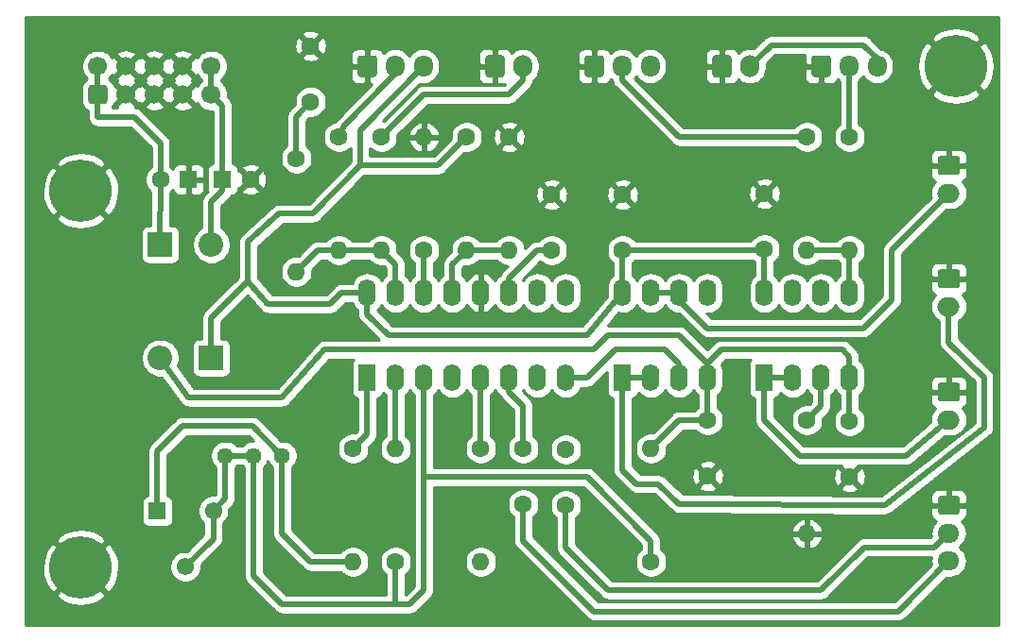
<source format=gbr>
%TF.GenerationSoftware,KiCad,Pcbnew,(5.1.9)-1*%
%TF.CreationDate,2021-01-24T16:56:43+01:00*%
%TF.ProjectId,AS3340,41533333-3430-42e6-9b69-6361645f7063,rev?*%
%TF.SameCoordinates,Original*%
%TF.FileFunction,Copper,L1,Top*%
%TF.FilePolarity,Positive*%
%FSLAX46Y46*%
G04 Gerber Fmt 4.6, Leading zero omitted, Abs format (unit mm)*
G04 Created by KiCad (PCBNEW (5.1.9)-1) date 2021-01-24 16:56:43*
%MOMM*%
%LPD*%
G01*
G04 APERTURE LIST*
%TA.AperFunction,ComponentPad*%
%ADD10C,1.550000*%
%TD*%
%TA.AperFunction,ComponentPad*%
%ADD11R,1.550000X1.550000*%
%TD*%
%TA.AperFunction,ComponentPad*%
%ADD12C,1.700000*%
%TD*%
%TA.AperFunction,ComponentPad*%
%ADD13C,5.600000*%
%TD*%
%TA.AperFunction,ComponentPad*%
%ADD14O,1.950000X1.700000*%
%TD*%
%TA.AperFunction,ComponentPad*%
%ADD15C,1.600000*%
%TD*%
%TA.AperFunction,ComponentPad*%
%ADD16O,1.600000X2.400000*%
%TD*%
%TA.AperFunction,ComponentPad*%
%ADD17R,1.600000X2.400000*%
%TD*%
%TA.AperFunction,ComponentPad*%
%ADD18C,1.440000*%
%TD*%
%TA.AperFunction,ComponentPad*%
%ADD19O,1.600000X1.600000*%
%TD*%
%TA.AperFunction,ComponentPad*%
%ADD20O,1.700000X1.950000*%
%TD*%
%TA.AperFunction,ComponentPad*%
%ADD21O,1.700000X2.000000*%
%TD*%
%TA.AperFunction,ComponentPad*%
%ADD22O,2.000000X1.700000*%
%TD*%
%TA.AperFunction,ComponentPad*%
%ADD23O,2.200000X2.200000*%
%TD*%
%TA.AperFunction,ComponentPad*%
%ADD24R,2.200000X2.200000*%
%TD*%
%TA.AperFunction,ComponentPad*%
%ADD25R,1.600000X1.600000*%
%TD*%
%TA.AperFunction,Conductor*%
%ADD26C,0.500000*%
%TD*%
%TA.AperFunction,Conductor*%
%ADD27C,0.250000*%
%TD*%
%TA.AperFunction,Conductor*%
%ADD28C,0.254000*%
%TD*%
%TA.AperFunction,Conductor*%
%ADD29C,0.100000*%
%TD*%
G04 APERTURE END LIST*
D10*
%TO.P,RV2,2*%
%TO.N,Net-(R2-Pad1)*%
X87844000Y-86788000D03*
D11*
%TO.P,RV2,1*%
%TO.N,Net-(R1-Pad2)*%
X85344000Y-81788000D03*
D10*
%TO.P,RV2,3*%
%TO.N,Net-(R2-Pad1)*%
X90344000Y-81788000D03*
%TD*%
D12*
%TO.P,J901,10*%
%TO.N,Net-(C901-Pad1)*%
X90170000Y-41910000D03*
%TO.P,J901,8*%
%TO.N,GND*%
X87630000Y-41910000D03*
%TO.P,J901,6*%
X85090000Y-41910000D03*
%TO.P,J901,4*%
X82550000Y-41910000D03*
%TO.P,J901,2*%
%TO.N,Net-(C902-Pad2)*%
X80010000Y-41910000D03*
%TO.P,J901,9*%
%TO.N,Net-(C901-Pad1)*%
X90170000Y-44450000D03*
%TO.P,J901,7*%
%TO.N,GND*%
X87630000Y-44450000D03*
%TO.P,J901,5*%
X85090000Y-44450000D03*
%TO.P,J901,3*%
X82550000Y-44450000D03*
%TO.P,J901,1*%
%TO.N,Net-(C902-Pad2)*%
%TA.AperFunction,ComponentPad*%
G36*
G01*
X80610000Y-45300000D02*
X79410000Y-45300000D01*
G75*
G02*
X79160000Y-45050000I0J250000D01*
G01*
X79160000Y-43850000D01*
G75*
G02*
X79410000Y-43600000I250000J0D01*
G01*
X80610000Y-43600000D01*
G75*
G02*
X80860000Y-43850000I0J-250000D01*
G01*
X80860000Y-45050000D01*
G75*
G02*
X80610000Y-45300000I-250000J0D01*
G01*
G37*
%TD.AperFunction*%
%TD*%
D13*
%TO.P,REF\u002A\u002A,1*%
%TO.N,GND*%
X156845000Y-41910000D03*
%TD*%
%TO.P,REF\u002A\u002A,1*%
%TO.N,GND*%
X78486000Y-86868000D03*
%TD*%
%TO.P,REF\u002A\u002A,1*%
%TO.N,GND*%
X78486000Y-53086000D03*
%TD*%
D14*
%TO.P,J301,3*%
%TO.N,Net-(C301-Pad2)*%
X156210000Y-86280000D03*
%TO.P,J301,2*%
%TO.N,Net-(C302-Pad2)*%
X156210000Y-83780000D03*
%TO.P,J301,1*%
%TO.N,GND*%
%TA.AperFunction,ComponentPad*%
G36*
G01*
X155485000Y-80430000D02*
X156935000Y-80430000D01*
G75*
G02*
X157185000Y-80680000I0J-250000D01*
G01*
X157185000Y-81880000D01*
G75*
G02*
X156935000Y-82130000I-250000J0D01*
G01*
X155485000Y-82130000D01*
G75*
G02*
X155235000Y-81880000I0J250000D01*
G01*
X155235000Y-80680000D01*
G75*
G02*
X155485000Y-80430000I250000J0D01*
G01*
G37*
%TD.AperFunction*%
%TD*%
D15*
%TO.P,C302,2*%
%TO.N,Net-(C302-Pad2)*%
X121920000Y-81280000D03*
%TO.P,C302,1*%
%TO.N,Net-(C302-Pad1)*%
X121920000Y-76280000D03*
%TD*%
%TO.P,C301,2*%
%TO.N,Net-(C301-Pad2)*%
X118110000Y-81200000D03*
%TO.P,C301,1*%
%TO.N,Net-(C301-Pad1)*%
X118110000Y-76200000D03*
%TD*%
D16*
%TO.P,U101,8*%
%TO.N,+12V*%
X139700000Y-62230000D03*
%TO.P,U101,4*%
%TO.N,-12V*%
X147320000Y-69850000D03*
%TO.P,U101,7*%
%TO.N,Net-(R103-Pad2)*%
X142240000Y-62230000D03*
%TO.P,U101,3*%
%TO.N,/SQUARE*%
X144780000Y-69850000D03*
%TO.P,U101,6*%
%TO.N,Net-(R103-Pad2)*%
X144780000Y-62230000D03*
%TO.P,U101,2*%
%TO.N,Net-(J101-Pad2)*%
X142240000Y-69850000D03*
%TO.P,U101,5*%
%TO.N,Net-(R102-Pad2)*%
X147320000Y-62230000D03*
D17*
%TO.P,U101,1*%
%TO.N,Net-(J101-Pad2)*%
X139700000Y-69850000D03*
%TD*%
D16*
%TO.P,U2,8*%
%TO.N,+12V*%
X127000000Y-62230000D03*
%TO.P,U2,4*%
%TO.N,-12V*%
X134620000Y-69850000D03*
%TO.P,U2,7*%
%TO.N,Net-(J2-Pad2)*%
X129540000Y-62230000D03*
%TO.P,U2,3*%
%TO.N,/SAW*%
X132080000Y-69850000D03*
%TO.P,U2,6*%
%TO.N,Net-(J2-Pad2)*%
X132080000Y-62230000D03*
%TO.P,U2,2*%
%TO.N,Net-(J1-Pad2)*%
X129540000Y-69850000D03*
%TO.P,U2,5*%
%TO.N,/TRIANGLE*%
X134620000Y-62230000D03*
D17*
%TO.P,U2,1*%
%TO.N,Net-(J1-Pad2)*%
X127000000Y-69850000D03*
%TD*%
D16*
%TO.P,U1,16*%
%TO.N,+12V*%
X104140000Y-62230000D03*
%TO.P,U1,8*%
%TO.N,/SAW*%
X121920000Y-69850000D03*
%TO.P,U1,15*%
%TO.N,/CV*%
X106680000Y-62230000D03*
%TO.P,U1,7*%
%TO.N,Net-(U1-Pad7)*%
X119380000Y-69850000D03*
%TO.P,U1,14*%
%TO.N,Net-(R5-Pad1)*%
X109220000Y-62230000D03*
%TO.P,U1,6*%
%TO.N,Net-(C301-Pad1)*%
X116840000Y-69850000D03*
%TO.P,U1,13*%
%TO.N,Net-(R3-Pad2)*%
X111760000Y-62230000D03*
%TO.P,U1,5*%
%TO.N,/PWM*%
X114300000Y-69850000D03*
%TO.P,U1,12*%
%TO.N,GND*%
X114300000Y-62230000D03*
%TO.P,U1,4*%
%TO.N,/SQUARE*%
X111760000Y-69850000D03*
%TO.P,U1,11*%
%TO.N,Net-(C2-Pad1)*%
X116840000Y-62230000D03*
%TO.P,U1,3*%
%TO.N,Net-(R2-Pad1)*%
X109220000Y-69850000D03*
%TO.P,U1,10*%
%TO.N,/TRIANGLE*%
X119380000Y-62230000D03*
%TO.P,U1,2*%
%TO.N,Net-(R2-Pad2)*%
X106680000Y-69850000D03*
%TO.P,U1,9*%
%TO.N,Net-(C302-Pad1)*%
X121920000Y-62230000D03*
D17*
%TO.P,U1,1*%
%TO.N,Net-(R1-Pad1)*%
X104140000Y-69850000D03*
%TD*%
D18*
%TO.P,RV1,3*%
%TO.N,Net-(R2-Pad1)*%
X91440000Y-76835000D03*
%TO.P,RV1,2*%
X93980000Y-76835000D03*
%TO.P,RV1,1*%
%TO.N,Net-(R1-Pad2)*%
X96520000Y-76835000D03*
%TD*%
D19*
%TO.P,R201,2*%
%TO.N,Net-(R102-Pad2)*%
X147320000Y-58420000D03*
D15*
%TO.P,R201,1*%
%TO.N,Net-(J202-Pad2)*%
X147320000Y-48260000D03*
%TD*%
D19*
%TO.P,R103,2*%
%TO.N,Net-(R103-Pad2)*%
X114300000Y-86360000D03*
D15*
%TO.P,R103,1*%
%TO.N,/PWM*%
X114300000Y-76200000D03*
%TD*%
D19*
%TO.P,R102,2*%
%TO.N,Net-(R102-Pad2)*%
X143510000Y-58420000D03*
D15*
%TO.P,R102,1*%
%TO.N,Net-(J102-Pad2)*%
X143510000Y-48260000D03*
%TD*%
D19*
%TO.P,R101,2*%
%TO.N,GND*%
X143510000Y-83820000D03*
D15*
%TO.P,R101,1*%
%TO.N,/SQUARE*%
X143510000Y-73660000D03*
%TD*%
D19*
%TO.P,R9,2*%
%TO.N,/CV*%
X101600000Y-58420000D03*
D15*
%TO.P,R9,1*%
%TO.N,Net-(J4-Pad2)*%
X101600000Y-48260000D03*
%TD*%
D19*
%TO.P,R8,2*%
%TO.N,/CV*%
X105410000Y-58420000D03*
D15*
%TO.P,R8,1*%
%TO.N,Net-(J3-Pad2)*%
X105410000Y-48260000D03*
%TD*%
D19*
%TO.P,R7,2*%
%TO.N,/CV*%
X97790000Y-60325000D03*
D15*
%TO.P,R7,1*%
%TO.N,Net-(C1-Pad1)*%
X97790000Y-50165000D03*
%TD*%
D19*
%TO.P,R6,2*%
%TO.N,-12V*%
X129540000Y-76200000D03*
D15*
%TO.P,R6,1*%
%TO.N,Net-(R2-Pad1)*%
X129540000Y-86360000D03*
%TD*%
D19*
%TO.P,R5,2*%
%TO.N,GND*%
X109220000Y-48260000D03*
D15*
%TO.P,R5,1*%
%TO.N,Net-(R5-Pad1)*%
X109220000Y-58420000D03*
%TD*%
D19*
%TO.P,R4,2*%
%TO.N,Net-(R3-Pad2)*%
X116840000Y-58420000D03*
D15*
%TO.P,R4,1*%
%TO.N,GND*%
X116840000Y-48260000D03*
%TD*%
D19*
%TO.P,R3,2*%
%TO.N,Net-(R3-Pad2)*%
X113030000Y-58420000D03*
D15*
%TO.P,R3,1*%
%TO.N,+12V*%
X113030000Y-48260000D03*
%TD*%
D19*
%TO.P,R2,2*%
%TO.N,Net-(R2-Pad2)*%
X106680000Y-76200000D03*
D15*
%TO.P,R2,1*%
%TO.N,Net-(R2-Pad1)*%
X106680000Y-86360000D03*
%TD*%
D19*
%TO.P,R1,2*%
%TO.N,Net-(R1-Pad2)*%
X102870000Y-86360000D03*
D15*
%TO.P,R1,1*%
%TO.N,Net-(R1-Pad1)*%
X102870000Y-76200000D03*
%TD*%
D20*
%TO.P,J202,3*%
%TO.N,Net-(J201-Pad2)*%
X149780000Y-41910000D03*
%TO.P,J202,2*%
%TO.N,Net-(J202-Pad2)*%
X147280000Y-41910000D03*
%TO.P,J202,1*%
%TO.N,GND*%
%TA.AperFunction,ComponentPad*%
G36*
G01*
X143930000Y-42635000D02*
X143930000Y-41185000D01*
G75*
G02*
X144180000Y-40935000I250000J0D01*
G01*
X145380000Y-40935000D01*
G75*
G02*
X145630000Y-41185000I0J-250000D01*
G01*
X145630000Y-42635000D01*
G75*
G02*
X145380000Y-42885000I-250000J0D01*
G01*
X144180000Y-42885000D01*
G75*
G02*
X143930000Y-42635000I0J250000D01*
G01*
G37*
%TD.AperFunction*%
%TD*%
D21*
%TO.P,J201,2*%
%TO.N,Net-(J201-Pad2)*%
X138390000Y-41910000D03*
%TO.P,J201,1*%
%TO.N,GND*%
%TA.AperFunction,ComponentPad*%
G36*
G01*
X135040000Y-42660000D02*
X135040000Y-41160000D01*
G75*
G02*
X135290000Y-40910000I250000J0D01*
G01*
X136490000Y-40910000D01*
G75*
G02*
X136740000Y-41160000I0J-250000D01*
G01*
X136740000Y-42660000D01*
G75*
G02*
X136490000Y-42910000I-250000J0D01*
G01*
X135290000Y-42910000D01*
G75*
G02*
X135040000Y-42660000I0J250000D01*
G01*
G37*
%TD.AperFunction*%
%TD*%
D20*
%TO.P,J102,3*%
%TO.N,+12V*%
X129460000Y-41910000D03*
%TO.P,J102,2*%
%TO.N,Net-(J102-Pad2)*%
X126960000Y-41910000D03*
%TO.P,J102,1*%
%TO.N,GND*%
%TA.AperFunction,ComponentPad*%
G36*
G01*
X123610000Y-42635000D02*
X123610000Y-41185000D01*
G75*
G02*
X123860000Y-40935000I250000J0D01*
G01*
X125060000Y-40935000D01*
G75*
G02*
X125310000Y-41185000I0J-250000D01*
G01*
X125310000Y-42635000D01*
G75*
G02*
X125060000Y-42885000I-250000J0D01*
G01*
X123860000Y-42885000D01*
G75*
G02*
X123610000Y-42635000I0J250000D01*
G01*
G37*
%TD.AperFunction*%
%TD*%
D22*
%TO.P,J101,2*%
%TO.N,Net-(J101-Pad2)*%
X156210000Y-73620000D03*
%TO.P,J101,1*%
%TO.N,GND*%
%TA.AperFunction,ComponentPad*%
G36*
G01*
X155460000Y-70270000D02*
X156960000Y-70270000D01*
G75*
G02*
X157210000Y-70520000I0J-250000D01*
G01*
X157210000Y-71720000D01*
G75*
G02*
X156960000Y-71970000I-250000J0D01*
G01*
X155460000Y-71970000D01*
G75*
G02*
X155210000Y-71720000I0J250000D01*
G01*
X155210000Y-70520000D01*
G75*
G02*
X155460000Y-70270000I250000J0D01*
G01*
G37*
%TD.AperFunction*%
%TD*%
D20*
%TO.P,J4,3*%
%TO.N,+12V*%
X109140000Y-41910000D03*
%TO.P,J4,2*%
%TO.N,Net-(J4-Pad2)*%
X106640000Y-41910000D03*
%TO.P,J4,1*%
%TO.N,GND*%
%TA.AperFunction,ComponentPad*%
G36*
G01*
X103290000Y-42635000D02*
X103290000Y-41185000D01*
G75*
G02*
X103540000Y-40935000I250000J0D01*
G01*
X104740000Y-40935000D01*
G75*
G02*
X104990000Y-41185000I0J-250000D01*
G01*
X104990000Y-42635000D01*
G75*
G02*
X104740000Y-42885000I-250000J0D01*
G01*
X103540000Y-42885000D01*
G75*
G02*
X103290000Y-42635000I0J250000D01*
G01*
G37*
%TD.AperFunction*%
%TD*%
D21*
%TO.P,J3,2*%
%TO.N,Net-(J3-Pad2)*%
X118070000Y-41910000D03*
%TO.P,J3,1*%
%TO.N,GND*%
%TA.AperFunction,ComponentPad*%
G36*
G01*
X114720000Y-42660000D02*
X114720000Y-41160000D01*
G75*
G02*
X114970000Y-40910000I250000J0D01*
G01*
X116170000Y-40910000D01*
G75*
G02*
X116420000Y-41160000I0J-250000D01*
G01*
X116420000Y-42660000D01*
G75*
G02*
X116170000Y-42910000I-250000J0D01*
G01*
X114970000Y-42910000D01*
G75*
G02*
X114720000Y-42660000I0J250000D01*
G01*
G37*
%TD.AperFunction*%
%TD*%
D22*
%TO.P,J2,2*%
%TO.N,Net-(J2-Pad2)*%
X156210000Y-53300000D03*
%TO.P,J2,1*%
%TO.N,GND*%
%TA.AperFunction,ComponentPad*%
G36*
G01*
X155460000Y-49950000D02*
X156960000Y-49950000D01*
G75*
G02*
X157210000Y-50200000I0J-250000D01*
G01*
X157210000Y-51400000D01*
G75*
G02*
X156960000Y-51650000I-250000J0D01*
G01*
X155460000Y-51650000D01*
G75*
G02*
X155210000Y-51400000I0J250000D01*
G01*
X155210000Y-50200000D01*
G75*
G02*
X155460000Y-49950000I250000J0D01*
G01*
G37*
%TD.AperFunction*%
%TD*%
%TO.P,J1,2*%
%TO.N,Net-(J1-Pad2)*%
X156210000Y-63460000D03*
%TO.P,J1,1*%
%TO.N,GND*%
%TA.AperFunction,ComponentPad*%
G36*
G01*
X155460000Y-60110000D02*
X156960000Y-60110000D01*
G75*
G02*
X157210000Y-60360000I0J-250000D01*
G01*
X157210000Y-61560000D01*
G75*
G02*
X156960000Y-61810000I-250000J0D01*
G01*
X155460000Y-61810000D01*
G75*
G02*
X155210000Y-61560000I0J250000D01*
G01*
X155210000Y-60360000D01*
G75*
G02*
X155460000Y-60110000I250000J0D01*
G01*
G37*
%TD.AperFunction*%
%TD*%
D23*
%TO.P,D902,2*%
%TO.N,-12V*%
X85598000Y-68072000D03*
D24*
%TO.P,D902,1*%
%TO.N,Net-(C902-Pad2)*%
X85598000Y-57912000D03*
%TD*%
D23*
%TO.P,D901,2*%
%TO.N,Net-(C901-Pad1)*%
X90170000Y-57912000D03*
D24*
%TO.P,D901,1*%
%TO.N,+12V*%
X90170000Y-68072000D03*
%TD*%
D15*
%TO.P,C902,2*%
%TO.N,Net-(C902-Pad2)*%
X85638000Y-52070000D03*
D25*
%TO.P,C902,1*%
%TO.N,GND*%
X88138000Y-52070000D03*
%TD*%
D15*
%TO.P,C901,2*%
%TO.N,GND*%
X93686000Y-52070000D03*
D25*
%TO.P,C901,1*%
%TO.N,Net-(C901-Pad1)*%
X91186000Y-52070000D03*
%TD*%
D15*
%TO.P,C102,2*%
%TO.N,-12V*%
X147320000Y-73740000D03*
%TO.P,C102,1*%
%TO.N,GND*%
X147320000Y-78740000D03*
%TD*%
%TO.P,C101,2*%
%TO.N,+12V*%
X139700000Y-58340000D03*
%TO.P,C101,1*%
%TO.N,GND*%
X139700000Y-53340000D03*
%TD*%
%TO.P,C4,2*%
%TO.N,-12V*%
X134620000Y-73660000D03*
%TO.P,C4,1*%
%TO.N,GND*%
X134620000Y-78660000D03*
%TD*%
%TO.P,C3,2*%
%TO.N,+12V*%
X127000000Y-58420000D03*
%TO.P,C3,1*%
%TO.N,GND*%
X127000000Y-53420000D03*
%TD*%
%TO.P,C2,2*%
%TO.N,GND*%
X120650000Y-53420000D03*
%TO.P,C2,1*%
%TO.N,Net-(C2-Pad1)*%
X120650000Y-58420000D03*
%TD*%
%TO.P,C1,2*%
%TO.N,GND*%
X99060000Y-40085000D03*
%TO.P,C1,1*%
%TO.N,Net-(C1-Pad1)*%
X99060000Y-45085000D03*
%TD*%
D26*
%TO.N,Net-(C1-Pad1)*%
X97790000Y-46482000D02*
X99060000Y-45085000D01*
X97790000Y-50165000D02*
X97790000Y-46482000D01*
%TO.N,Net-(C2-Pad1)*%
X120650000Y-58420000D02*
X119380000Y-58420000D01*
X116840000Y-60960000D02*
X116840000Y-62230000D01*
X119380000Y-58420000D02*
X116840000Y-60960000D01*
%TO.N,+12V*%
X139700000Y-58340000D02*
X139700000Y-62230000D01*
X127000000Y-58420000D02*
X127000000Y-62230000D01*
X109140000Y-41910000D02*
X108603491Y-41910000D01*
X109140000Y-41910000D02*
X103505000Y-47625000D01*
X139620000Y-58420000D02*
X139700000Y-58340000D01*
X127000000Y-58420000D02*
X139620000Y-58420000D01*
X110490000Y-50800000D02*
X103505000Y-50800000D01*
X113030000Y-48260000D02*
X110490000Y-50800000D01*
X103505000Y-47625000D02*
X103505000Y-50800000D01*
X123825000Y-66040000D02*
X127000000Y-62230000D01*
X106045000Y-66040000D02*
X123825000Y-66040000D01*
X106045000Y-66040000D02*
X104140000Y-64135000D01*
X104140000Y-64135000D02*
X104140000Y-62230000D01*
X96266000Y-55118000D02*
X93472000Y-57658000D01*
X99314000Y-55118000D02*
X96266000Y-55118000D01*
X103505000Y-50800000D02*
X99314000Y-55118000D01*
X101854000Y-62230000D02*
X104140000Y-62230000D01*
X93472000Y-61214000D02*
X95250000Y-63246000D01*
X93472000Y-57658000D02*
X93472000Y-61214000D01*
X101854000Y-62230000D02*
X100838000Y-63246000D01*
X100838000Y-63246000D02*
X95250000Y-63246000D01*
X90170000Y-64516000D02*
X93472000Y-61214000D01*
X90170000Y-68072000D02*
X90170000Y-64516000D01*
%TO.N,-12V*%
X134620000Y-69850000D02*
X134620000Y-73660000D01*
X132080000Y-73660000D02*
X129540000Y-76200000D01*
X134620000Y-73660000D02*
X132080000Y-73660000D01*
X147320000Y-69850000D02*
X147320000Y-73740000D01*
X147320000Y-67945000D02*
X147320000Y-69850000D01*
X146685000Y-67310000D02*
X147320000Y-67945000D01*
X135890000Y-67310000D02*
X146685000Y-67310000D01*
X134620000Y-68580000D02*
X135890000Y-67310000D01*
X134620000Y-69850000D02*
X134620000Y-68580000D01*
X132080000Y-66040000D02*
X134620000Y-68580000D01*
X125730000Y-66040000D02*
X132080000Y-66040000D01*
X124460000Y-67310000D02*
X125730000Y-66040000D01*
X100330000Y-67310000D02*
X124460000Y-67310000D01*
X96520000Y-71628000D02*
X100330000Y-67310000D01*
X88138000Y-71628000D02*
X96520000Y-71628000D01*
X85598000Y-68072000D02*
X88138000Y-71628000D01*
%TO.N,Net-(C901-Pad1)*%
X90170000Y-41910000D02*
X90170000Y-44450000D01*
X91186000Y-45466000D02*
X90170000Y-44450000D01*
X91186000Y-52070000D02*
X91186000Y-45466000D01*
X90170000Y-54102000D02*
X90170000Y-57912000D01*
X91186000Y-53086000D02*
X90170000Y-54102000D01*
X91186000Y-52070000D02*
X91186000Y-53086000D01*
%TO.N,Net-(C902-Pad2)*%
X80010000Y-41910000D02*
X80010000Y-46482000D01*
X85638000Y-52070000D02*
X85638000Y-48808000D01*
X83312000Y-46482000D02*
X80010000Y-46482000D01*
X85638000Y-48808000D02*
X83312000Y-46482000D01*
X85638000Y-52070000D02*
X85598000Y-57912000D01*
%TO.N,Net-(J1-Pad2)*%
X127000000Y-69850000D02*
X129540000Y-69850000D01*
X127000000Y-78105000D02*
X127000000Y-69850000D01*
X128270000Y-79375000D02*
X127000000Y-78105000D01*
X130175000Y-79375000D02*
X128270000Y-79375000D01*
X132080000Y-81179737D02*
X130175000Y-79375000D01*
X150495000Y-81280000D02*
X132080000Y-81179737D01*
X159385000Y-74295000D02*
X150495000Y-81280000D01*
X159385000Y-69850000D02*
X159385000Y-74295000D01*
X156210000Y-66675000D02*
X159385000Y-69850000D01*
X156210000Y-63460000D02*
X156210000Y-66675000D01*
%TO.N,Net-(J2-Pad2)*%
X129540000Y-62230000D02*
X132080000Y-62230000D01*
X151130000Y-58380000D02*
X156210000Y-53300000D01*
X151130000Y-62865000D02*
X151130000Y-58380000D01*
X148590000Y-65405000D02*
X151130000Y-62865000D01*
X134620000Y-65405000D02*
X148590000Y-65405000D01*
X132080000Y-62865000D02*
X134620000Y-65405000D01*
X132080000Y-62230000D02*
X132080000Y-62865000D01*
%TO.N,Net-(J3-Pad2)*%
X118070000Y-43140000D02*
X118070000Y-41910000D01*
X118110000Y-43180000D02*
X118070000Y-43140000D01*
X116840000Y-44450000D02*
X118110000Y-43180000D01*
X109220000Y-44450000D02*
X116840000Y-44450000D01*
X105410000Y-48260000D02*
X109220000Y-44450000D01*
%TO.N,Net-(J4-Pad2)*%
X102108000Y-47244000D02*
X101600000Y-48260000D01*
X106045000Y-43180000D02*
X102108000Y-47244000D01*
X106640000Y-42585000D02*
X106045000Y-43180000D01*
X106640000Y-41910000D02*
X106640000Y-42585000D01*
%TO.N,Net-(J101-Pad2)*%
X142240000Y-69850000D02*
X139700000Y-69850000D01*
X152400000Y-76835000D02*
X156210000Y-73620000D01*
X142875000Y-76835000D02*
X152400000Y-76835000D01*
X139700000Y-73660000D02*
X142875000Y-76835000D01*
X139700000Y-69850000D02*
X139700000Y-73660000D01*
%TO.N,Net-(J102-Pad2)*%
X126960000Y-41910000D02*
X126960000Y-43140000D01*
X132080000Y-48260000D02*
X143510000Y-48260000D01*
X126960000Y-43140000D02*
X132080000Y-48260000D01*
%TO.N,Net-(J201-Pad2)*%
X149780000Y-41910000D02*
X149780000Y-41195000D01*
X149780000Y-41195000D02*
X148590000Y-40005000D01*
X140295000Y-40005000D02*
X138390000Y-41910000D01*
X148590000Y-40005000D02*
X140295000Y-40005000D01*
%TO.N,Net-(J202-Pad2)*%
X147280000Y-48220000D02*
X147320000Y-48260000D01*
X147280000Y-41910000D02*
X147280000Y-48220000D01*
%TO.N,Net-(R1-Pad2)*%
X99060000Y-86360000D02*
X96520000Y-83820000D01*
X102870000Y-86360000D02*
X99060000Y-86360000D01*
X96520000Y-83820000D02*
X96520000Y-76835000D01*
X85344000Y-81788000D02*
X85344000Y-76454000D01*
X85344000Y-76454000D02*
X87630000Y-74168000D01*
X93853000Y-74168000D02*
X96520000Y-76835000D01*
X87630000Y-74168000D02*
X93853000Y-74168000D01*
%TO.N,Net-(R1-Pad1)*%
X104140000Y-74930000D02*
X102870000Y-76200000D01*
X104140000Y-69850000D02*
X104140000Y-74930000D01*
%TO.N,Net-(R2-Pad2)*%
X106680000Y-76200000D02*
X106680000Y-69850000D01*
%TO.N,Net-(R5-Pad1)*%
X109220000Y-58420000D02*
X109220000Y-62230000D01*
%TO.N,/CV*%
X105410000Y-58420000D02*
X101600000Y-58420000D01*
X105410000Y-58420000D02*
X106680000Y-59690000D01*
X106680000Y-59690000D02*
X106680000Y-62230000D01*
X99695000Y-58420000D02*
X97790000Y-60325000D01*
X101600000Y-58420000D02*
X99695000Y-58420000D01*
%TO.N,/SQUARE*%
X144780000Y-72390000D02*
X143510000Y-73660000D01*
X144780000Y-69850000D02*
X144780000Y-72390000D01*
%TO.N,Net-(R102-Pad2)*%
X147320000Y-58420000D02*
X147320000Y-62230000D01*
X147320000Y-58420000D02*
X143510000Y-58420000D01*
%TO.N,/PWM*%
X114300000Y-76200000D02*
X114300000Y-69850000D01*
%TO.N,/SAW*%
X132080000Y-68580000D02*
X132080000Y-69850000D01*
X126365000Y-67310000D02*
X130810000Y-67310000D01*
X130810000Y-67310000D02*
X132080000Y-68580000D01*
X121920000Y-69850000D02*
X122555000Y-69850000D01*
X121920000Y-69850000D02*
X123825000Y-69850000D01*
X123825000Y-69850000D02*
X126365000Y-67310000D01*
%TO.N,Net-(C301-Pad2)*%
X151685000Y-90805000D02*
X156210000Y-86280000D01*
X124460000Y-90805000D02*
X151685000Y-90805000D01*
X118110000Y-84455000D02*
X124460000Y-90805000D01*
X118110000Y-81200000D02*
X118110000Y-84455000D01*
%TO.N,Net-(C301-Pad1)*%
X118110000Y-76200000D02*
X118110000Y-72390000D01*
X116840000Y-71120000D02*
X116840000Y-69850000D01*
X118110000Y-72390000D02*
X116840000Y-71120000D01*
%TO.N,Net-(C302-Pad2)*%
X154940000Y-85050000D02*
X156210000Y-83780000D01*
X148630000Y-85050000D02*
X154940000Y-85050000D01*
X144780000Y-88900000D02*
X148630000Y-85050000D01*
X125730000Y-88900000D02*
X144780000Y-88900000D01*
X121920000Y-85090000D02*
X125730000Y-88900000D01*
X121920000Y-81280000D02*
X121920000Y-85090000D01*
%TO.N,Net-(R3-Pad2)*%
X111760000Y-59690000D02*
X112535019Y-58914981D01*
X111760000Y-62230000D02*
X111760000Y-59690000D01*
X116840000Y-58420000D02*
X113730008Y-58420000D01*
%TO.N,Net-(R2-Pad1)*%
X129540000Y-84455000D02*
X129540000Y-86360000D01*
X123825000Y-78740000D02*
X129540000Y-84455000D01*
X109220000Y-78740000D02*
X123825000Y-78740000D01*
X91440000Y-76835000D02*
X93980000Y-76835000D01*
X109220000Y-88900000D02*
X109220000Y-74930000D01*
X107950000Y-90170000D02*
X109220000Y-88900000D01*
X109220000Y-74930000D02*
X109220000Y-69850000D01*
X93980000Y-87630000D02*
X96520000Y-90170000D01*
X93980000Y-76835000D02*
X93980000Y-87630000D01*
X91440000Y-80692000D02*
X90344000Y-81788000D01*
X91440000Y-76835000D02*
X91440000Y-80692000D01*
X90344000Y-84288000D02*
X87844000Y-86788000D01*
X90344000Y-81788000D02*
X90344000Y-84288000D01*
X106680000Y-86360000D02*
X106680000Y-89916000D01*
D27*
X106680000Y-89916000D02*
X106426000Y-90170000D01*
D26*
X106426000Y-90170000D02*
X107950000Y-90170000D01*
X96520000Y-90170000D02*
X106426000Y-90170000D01*
%TD*%
D28*
%TO.N,GND*%
X160630001Y-92050000D02*
X73558000Y-92050000D01*
X73558000Y-89284481D01*
X76249124Y-89284481D01*
X76561308Y-89733177D01*
X77157259Y-90053612D01*
X77804273Y-90251626D01*
X78477484Y-90319610D01*
X79151023Y-90254949D01*
X79799006Y-90060130D01*
X80396530Y-89742639D01*
X80410692Y-89733177D01*
X80722876Y-89284481D01*
X78486000Y-87047605D01*
X76249124Y-89284481D01*
X73558000Y-89284481D01*
X73558000Y-86859484D01*
X75034390Y-86859484D01*
X75099051Y-87533023D01*
X75293870Y-88181006D01*
X75611361Y-88778530D01*
X75620823Y-88792692D01*
X76069519Y-89104876D01*
X78306395Y-86868000D01*
X78665605Y-86868000D01*
X80902481Y-89104876D01*
X81351177Y-88792692D01*
X81671612Y-88196741D01*
X81869626Y-87549727D01*
X81937610Y-86876516D01*
X81872949Y-86202977D01*
X81678130Y-85554994D01*
X81360639Y-84957470D01*
X81351177Y-84943308D01*
X80902481Y-84631124D01*
X78665605Y-86868000D01*
X78306395Y-86868000D01*
X76069519Y-84631124D01*
X75620823Y-84943308D01*
X75300388Y-85539259D01*
X75102374Y-86186273D01*
X75034390Y-86859484D01*
X73558000Y-86859484D01*
X73558000Y-84451519D01*
X76249124Y-84451519D01*
X78486000Y-86688395D01*
X80722876Y-84451519D01*
X80410692Y-84002823D01*
X79814741Y-83682388D01*
X79167727Y-83484374D01*
X78494516Y-83416390D01*
X77820977Y-83481051D01*
X77172994Y-83675870D01*
X76575470Y-83993361D01*
X76561308Y-84002823D01*
X76249124Y-84451519D01*
X73558000Y-84451519D01*
X73558000Y-67901117D01*
X83863000Y-67901117D01*
X83863000Y-68242883D01*
X83929675Y-68578081D01*
X84060463Y-68893831D01*
X84250337Y-69177998D01*
X84492002Y-69419663D01*
X84776169Y-69609537D01*
X85091919Y-69740325D01*
X85427117Y-69807000D01*
X85749706Y-69807000D01*
X87384525Y-72095746D01*
X87398589Y-72122059D01*
X87435077Y-72166519D01*
X87443116Y-72177774D01*
X87462651Y-72200119D01*
X87509183Y-72256817D01*
X87519940Y-72265645D01*
X87529104Y-72276127D01*
X87587227Y-72320867D01*
X87643941Y-72367411D01*
X87656224Y-72373976D01*
X87667248Y-72382462D01*
X87732980Y-72415003D01*
X87797687Y-72449589D01*
X87811004Y-72453629D01*
X87823482Y-72459806D01*
X87894304Y-72478898D01*
X87964510Y-72500195D01*
X87978370Y-72501560D01*
X87991802Y-72505181D01*
X88064966Y-72510089D01*
X88094523Y-72513000D01*
X88108363Y-72513000D01*
X88165741Y-72516849D01*
X88195324Y-72513000D01*
X96504202Y-72513000D01*
X96575471Y-72515549D01*
X96634223Y-72506032D01*
X96693490Y-72500195D01*
X96720108Y-72492120D01*
X96747558Y-72487674D01*
X96803337Y-72466873D01*
X96860313Y-72449589D01*
X96884845Y-72436476D01*
X96910900Y-72426760D01*
X96961542Y-72395482D01*
X97014059Y-72367411D01*
X97035561Y-72349765D01*
X97059220Y-72335152D01*
X97102794Y-72294588D01*
X97148817Y-72256817D01*
X97194083Y-72201661D01*
X100729372Y-68195000D01*
X102893464Y-68195000D01*
X102888815Y-68198815D01*
X102809463Y-68295506D01*
X102750498Y-68405820D01*
X102714188Y-68525518D01*
X102701928Y-68650000D01*
X102701928Y-71050000D01*
X102714188Y-71174482D01*
X102750498Y-71294180D01*
X102809463Y-71404494D01*
X102888815Y-71501185D01*
X102985506Y-71580537D01*
X103095820Y-71639502D01*
X103215518Y-71675812D01*
X103255000Y-71679701D01*
X103255001Y-74563420D01*
X103046439Y-74771983D01*
X103011335Y-74765000D01*
X102728665Y-74765000D01*
X102451426Y-74820147D01*
X102190273Y-74928320D01*
X101955241Y-75085363D01*
X101755363Y-75285241D01*
X101598320Y-75520273D01*
X101490147Y-75781426D01*
X101435000Y-76058665D01*
X101435000Y-76341335D01*
X101490147Y-76618574D01*
X101598320Y-76879727D01*
X101755363Y-77114759D01*
X101955241Y-77314637D01*
X102190273Y-77471680D01*
X102451426Y-77579853D01*
X102728665Y-77635000D01*
X103011335Y-77635000D01*
X103288574Y-77579853D01*
X103549727Y-77471680D01*
X103784759Y-77314637D01*
X103984637Y-77114759D01*
X104141680Y-76879727D01*
X104249853Y-76618574D01*
X104305000Y-76341335D01*
X104305000Y-76058665D01*
X104298017Y-76023561D01*
X104735049Y-75586530D01*
X104768817Y-75558817D01*
X104879411Y-75424059D01*
X104961589Y-75270313D01*
X105012195Y-75103490D01*
X105025000Y-74973477D01*
X105025000Y-74973467D01*
X105029281Y-74930001D01*
X105025000Y-74886535D01*
X105025000Y-71679701D01*
X105064482Y-71675812D01*
X105184180Y-71639502D01*
X105294494Y-71580537D01*
X105391185Y-71501185D01*
X105470537Y-71404494D01*
X105529502Y-71294180D01*
X105565812Y-71174482D01*
X105567581Y-71156517D01*
X105660393Y-71269608D01*
X105795001Y-71380078D01*
X105795000Y-75065479D01*
X105765241Y-75085363D01*
X105565363Y-75285241D01*
X105408320Y-75520273D01*
X105300147Y-75781426D01*
X105245000Y-76058665D01*
X105245000Y-76341335D01*
X105300147Y-76618574D01*
X105408320Y-76879727D01*
X105565363Y-77114759D01*
X105765241Y-77314637D01*
X106000273Y-77471680D01*
X106261426Y-77579853D01*
X106538665Y-77635000D01*
X106821335Y-77635000D01*
X107098574Y-77579853D01*
X107359727Y-77471680D01*
X107594759Y-77314637D01*
X107794637Y-77114759D01*
X107951680Y-76879727D01*
X108059853Y-76618574D01*
X108115000Y-76341335D01*
X108115000Y-76058665D01*
X108059853Y-75781426D01*
X107951680Y-75520273D01*
X107794637Y-75285241D01*
X107594759Y-75085363D01*
X107565000Y-75065479D01*
X107565000Y-71380078D01*
X107699608Y-71269608D01*
X107878932Y-71051101D01*
X107950000Y-70918142D01*
X108021068Y-71051101D01*
X108200393Y-71269608D01*
X108335001Y-71380078D01*
X108335000Y-74973476D01*
X108335001Y-74973486D01*
X108335001Y-78696516D01*
X108330718Y-78740000D01*
X108335001Y-78783484D01*
X108335000Y-88533421D01*
X107583422Y-89285000D01*
X107565000Y-89285000D01*
X107565000Y-87494521D01*
X107594759Y-87474637D01*
X107794637Y-87274759D01*
X107951680Y-87039727D01*
X108059853Y-86778574D01*
X108115000Y-86501335D01*
X108115000Y-86218665D01*
X108059853Y-85941426D01*
X107951680Y-85680273D01*
X107794637Y-85445241D01*
X107594759Y-85245363D01*
X107359727Y-85088320D01*
X107098574Y-84980147D01*
X106821335Y-84925000D01*
X106538665Y-84925000D01*
X106261426Y-84980147D01*
X106000273Y-85088320D01*
X105765241Y-85245363D01*
X105565363Y-85445241D01*
X105408320Y-85680273D01*
X105300147Y-85941426D01*
X105245000Y-86218665D01*
X105245000Y-86501335D01*
X105300147Y-86778574D01*
X105408320Y-87039727D01*
X105565363Y-87274759D01*
X105765241Y-87474637D01*
X105795000Y-87494521D01*
X105795001Y-89285000D01*
X96886579Y-89285000D01*
X94865000Y-87263422D01*
X94865000Y-77866259D01*
X95032497Y-77698762D01*
X95180785Y-77476833D01*
X95250000Y-77309734D01*
X95319215Y-77476833D01*
X95467503Y-77698762D01*
X95635001Y-77866260D01*
X95635000Y-83776531D01*
X95630719Y-83820000D01*
X95635000Y-83863469D01*
X95635000Y-83863476D01*
X95647805Y-83993489D01*
X95698411Y-84160312D01*
X95780589Y-84314058D01*
X95891183Y-84448817D01*
X95924956Y-84476534D01*
X98403470Y-86955049D01*
X98431183Y-86988817D01*
X98464951Y-87016530D01*
X98464953Y-87016532D01*
X98493216Y-87039727D01*
X98565941Y-87099411D01*
X98719687Y-87181589D01*
X98886510Y-87232195D01*
X99016523Y-87245000D01*
X99016533Y-87245000D01*
X99059999Y-87249281D01*
X99103465Y-87245000D01*
X101735479Y-87245000D01*
X101755363Y-87274759D01*
X101955241Y-87474637D01*
X102190273Y-87631680D01*
X102451426Y-87739853D01*
X102728665Y-87795000D01*
X103011335Y-87795000D01*
X103288574Y-87739853D01*
X103549727Y-87631680D01*
X103784759Y-87474637D01*
X103984637Y-87274759D01*
X104141680Y-87039727D01*
X104249853Y-86778574D01*
X104305000Y-86501335D01*
X104305000Y-86218665D01*
X104249853Y-85941426D01*
X104141680Y-85680273D01*
X103984637Y-85445241D01*
X103784759Y-85245363D01*
X103549727Y-85088320D01*
X103288574Y-84980147D01*
X103011335Y-84925000D01*
X102728665Y-84925000D01*
X102451426Y-84980147D01*
X102190273Y-85088320D01*
X101955241Y-85245363D01*
X101755363Y-85445241D01*
X101735479Y-85475000D01*
X99426579Y-85475000D01*
X97405000Y-83453422D01*
X97405000Y-77866259D01*
X97572497Y-77698762D01*
X97720785Y-77476833D01*
X97822928Y-77230239D01*
X97875000Y-76968456D01*
X97875000Y-76701544D01*
X97822928Y-76439761D01*
X97720785Y-76193167D01*
X97572497Y-75971238D01*
X97383762Y-75782503D01*
X97161833Y-75634215D01*
X96915239Y-75532072D01*
X96653456Y-75480000D01*
X96416579Y-75480000D01*
X94509534Y-73572956D01*
X94481817Y-73539183D01*
X94347059Y-73428589D01*
X94193313Y-73346411D01*
X94026490Y-73295805D01*
X93896477Y-73283000D01*
X93896469Y-73283000D01*
X93853000Y-73278719D01*
X93809531Y-73283000D01*
X87673465Y-73283000D01*
X87629999Y-73278719D01*
X87586533Y-73283000D01*
X87586523Y-73283000D01*
X87456510Y-73295805D01*
X87289687Y-73346411D01*
X87135941Y-73428589D01*
X87135939Y-73428590D01*
X87135940Y-73428590D01*
X87034953Y-73511468D01*
X87034951Y-73511470D01*
X87001183Y-73539183D01*
X86973470Y-73572951D01*
X84748951Y-75797471D01*
X84715184Y-75825183D01*
X84687471Y-75858951D01*
X84687468Y-75858954D01*
X84604590Y-75959941D01*
X84522412Y-76113687D01*
X84471805Y-76280510D01*
X84454719Y-76454000D01*
X84459001Y-76497479D01*
X84459000Y-80385762D01*
X84444518Y-80387188D01*
X84324820Y-80423498D01*
X84214506Y-80482463D01*
X84117815Y-80561815D01*
X84038463Y-80658506D01*
X83979498Y-80768820D01*
X83943188Y-80888518D01*
X83930928Y-81013000D01*
X83930928Y-82563000D01*
X83943188Y-82687482D01*
X83979498Y-82807180D01*
X84038463Y-82917494D01*
X84117815Y-83014185D01*
X84214506Y-83093537D01*
X84324820Y-83152502D01*
X84444518Y-83188812D01*
X84569000Y-83201072D01*
X86119000Y-83201072D01*
X86243482Y-83188812D01*
X86363180Y-83152502D01*
X86473494Y-83093537D01*
X86570185Y-83014185D01*
X86649537Y-82917494D01*
X86708502Y-82807180D01*
X86744812Y-82687482D01*
X86757072Y-82563000D01*
X86757072Y-81013000D01*
X86744812Y-80888518D01*
X86708502Y-80768820D01*
X86649537Y-80658506D01*
X86570185Y-80561815D01*
X86473494Y-80482463D01*
X86363180Y-80423498D01*
X86243482Y-80387188D01*
X86229000Y-80385762D01*
X86229000Y-76820578D01*
X87996579Y-75053000D01*
X93486422Y-75053000D01*
X93913422Y-75480000D01*
X93846544Y-75480000D01*
X93584761Y-75532072D01*
X93338167Y-75634215D01*
X93116238Y-75782503D01*
X92948741Y-75950000D01*
X92471259Y-75950000D01*
X92303762Y-75782503D01*
X92081833Y-75634215D01*
X91835239Y-75532072D01*
X91573456Y-75480000D01*
X91306544Y-75480000D01*
X91044761Y-75532072D01*
X90798167Y-75634215D01*
X90576238Y-75782503D01*
X90387503Y-75971238D01*
X90239215Y-76193167D01*
X90137072Y-76439761D01*
X90085000Y-76701544D01*
X90085000Y-76968456D01*
X90137072Y-77230239D01*
X90239215Y-77476833D01*
X90387503Y-77698762D01*
X90555000Y-77866259D01*
X90555001Y-80325420D01*
X90499178Y-80381243D01*
X90482873Y-80378000D01*
X90205127Y-80378000D01*
X89932718Y-80432186D01*
X89676115Y-80538475D01*
X89445178Y-80692782D01*
X89248782Y-80889178D01*
X89094475Y-81120115D01*
X88988186Y-81376718D01*
X88934000Y-81649127D01*
X88934000Y-81926873D01*
X88988186Y-82199282D01*
X89094475Y-82455885D01*
X89248782Y-82686822D01*
X89445178Y-82883218D01*
X89459000Y-82892454D01*
X89459001Y-83921420D01*
X87999178Y-85381243D01*
X87982873Y-85378000D01*
X87705127Y-85378000D01*
X87432718Y-85432186D01*
X87176115Y-85538475D01*
X86945178Y-85692782D01*
X86748782Y-85889178D01*
X86594475Y-86120115D01*
X86488186Y-86376718D01*
X86434000Y-86649127D01*
X86434000Y-86926873D01*
X86488186Y-87199282D01*
X86594475Y-87455885D01*
X86748782Y-87686822D01*
X86945178Y-87883218D01*
X87176115Y-88037525D01*
X87432718Y-88143814D01*
X87705127Y-88198000D01*
X87982873Y-88198000D01*
X88255282Y-88143814D01*
X88511885Y-88037525D01*
X88742822Y-87883218D01*
X88939218Y-87686822D01*
X89093525Y-87455885D01*
X89199814Y-87199282D01*
X89254000Y-86926873D01*
X89254000Y-86649127D01*
X89250757Y-86632822D01*
X90939049Y-84944530D01*
X90972817Y-84916817D01*
X91005897Y-84876510D01*
X91083411Y-84782059D01*
X91122094Y-84709687D01*
X91165589Y-84628313D01*
X91216195Y-84461490D01*
X91229000Y-84331477D01*
X91229000Y-84331469D01*
X91233281Y-84288000D01*
X91229000Y-84244531D01*
X91229000Y-82892454D01*
X91242822Y-82883218D01*
X91439218Y-82686822D01*
X91593525Y-82455885D01*
X91699814Y-82199282D01*
X91754000Y-81926873D01*
X91754000Y-81649127D01*
X91750757Y-81632822D01*
X92035049Y-81348530D01*
X92068817Y-81320817D01*
X92179411Y-81186059D01*
X92261589Y-81032313D01*
X92312195Y-80865490D01*
X92325000Y-80735477D01*
X92325000Y-80735467D01*
X92329281Y-80692001D01*
X92325000Y-80648534D01*
X92325000Y-77866259D01*
X92471259Y-77720000D01*
X92948741Y-77720000D01*
X93095000Y-77866259D01*
X93095001Y-87586521D01*
X93090719Y-87630000D01*
X93107805Y-87803490D01*
X93158412Y-87970313D01*
X93240590Y-88124059D01*
X93323468Y-88225046D01*
X93323471Y-88225049D01*
X93351184Y-88258817D01*
X93384951Y-88286529D01*
X95863470Y-90765049D01*
X95891183Y-90798817D01*
X95924951Y-90826530D01*
X95924953Y-90826532D01*
X95984677Y-90875546D01*
X96025941Y-90909411D01*
X96179687Y-90991589D01*
X96346510Y-91042195D01*
X96476523Y-91055000D01*
X96476533Y-91055000D01*
X96519999Y-91059281D01*
X96563465Y-91055000D01*
X107906531Y-91055000D01*
X107950000Y-91059281D01*
X107993469Y-91055000D01*
X107993477Y-91055000D01*
X108123490Y-91042195D01*
X108290313Y-90991589D01*
X108444059Y-90909411D01*
X108578817Y-90798817D01*
X108606534Y-90765044D01*
X109815050Y-89556529D01*
X109848817Y-89528817D01*
X109959411Y-89394059D01*
X110041589Y-89240313D01*
X110092195Y-89073490D01*
X110105000Y-88943477D01*
X110105000Y-88943467D01*
X110109281Y-88900001D01*
X110105000Y-88856535D01*
X110105000Y-86218665D01*
X112865000Y-86218665D01*
X112865000Y-86501335D01*
X112920147Y-86778574D01*
X113028320Y-87039727D01*
X113185363Y-87274759D01*
X113385241Y-87474637D01*
X113620273Y-87631680D01*
X113881426Y-87739853D01*
X114158665Y-87795000D01*
X114441335Y-87795000D01*
X114718574Y-87739853D01*
X114979727Y-87631680D01*
X115214759Y-87474637D01*
X115414637Y-87274759D01*
X115571680Y-87039727D01*
X115679853Y-86778574D01*
X115735000Y-86501335D01*
X115735000Y-86218665D01*
X115679853Y-85941426D01*
X115571680Y-85680273D01*
X115414637Y-85445241D01*
X115214759Y-85245363D01*
X114979727Y-85088320D01*
X114718574Y-84980147D01*
X114441335Y-84925000D01*
X114158665Y-84925000D01*
X113881426Y-84980147D01*
X113620273Y-85088320D01*
X113385241Y-85245363D01*
X113185363Y-85445241D01*
X113028320Y-85680273D01*
X112920147Y-85941426D01*
X112865000Y-86218665D01*
X110105000Y-86218665D01*
X110105000Y-81058665D01*
X116675000Y-81058665D01*
X116675000Y-81341335D01*
X116730147Y-81618574D01*
X116838320Y-81879727D01*
X116995363Y-82114759D01*
X117195241Y-82314637D01*
X117225000Y-82334522D01*
X117225001Y-84411521D01*
X117220719Y-84455000D01*
X117237805Y-84628490D01*
X117288412Y-84795313D01*
X117370590Y-84949059D01*
X117453468Y-85050046D01*
X117453471Y-85050049D01*
X117481184Y-85083817D01*
X117514952Y-85111530D01*
X123803470Y-91400049D01*
X123831183Y-91433817D01*
X123864951Y-91461530D01*
X123864953Y-91461532D01*
X123936452Y-91520210D01*
X123965941Y-91544411D01*
X124119687Y-91626589D01*
X124286510Y-91677195D01*
X124416523Y-91690000D01*
X124416533Y-91690000D01*
X124459999Y-91694281D01*
X124503465Y-91690000D01*
X151641531Y-91690000D01*
X151685000Y-91694281D01*
X151728469Y-91690000D01*
X151728477Y-91690000D01*
X151858490Y-91677195D01*
X152025313Y-91626589D01*
X152179059Y-91544411D01*
X152313817Y-91433817D01*
X152341534Y-91400044D01*
X155979759Y-87761820D01*
X156012050Y-87765000D01*
X156407950Y-87765000D01*
X156626111Y-87743513D01*
X156906034Y-87658599D01*
X157164014Y-87520706D01*
X157390134Y-87335134D01*
X157575706Y-87109014D01*
X157713599Y-86851034D01*
X157798513Y-86571111D01*
X157827185Y-86280000D01*
X157798513Y-85988889D01*
X157713599Y-85708966D01*
X157575706Y-85450986D01*
X157390134Y-85224866D01*
X157164014Y-85039294D01*
X157146626Y-85030000D01*
X157164014Y-85020706D01*
X157390134Y-84835134D01*
X157575706Y-84609014D01*
X157713599Y-84351034D01*
X157798513Y-84071111D01*
X157827185Y-83780000D01*
X157798513Y-83488889D01*
X157713599Y-83208966D01*
X157575706Y-82950986D01*
X157394392Y-82730055D01*
X157429180Y-82719502D01*
X157539494Y-82660537D01*
X157636185Y-82581185D01*
X157715537Y-82484494D01*
X157774502Y-82374180D01*
X157810812Y-82254482D01*
X157823072Y-82130000D01*
X157820000Y-81565750D01*
X157661250Y-81407000D01*
X156337000Y-81407000D01*
X156337000Y-81427000D01*
X156083000Y-81427000D01*
X156083000Y-81407000D01*
X154758750Y-81407000D01*
X154600000Y-81565750D01*
X154596928Y-82130000D01*
X154609188Y-82254482D01*
X154645498Y-82374180D01*
X154704463Y-82484494D01*
X154783815Y-82581185D01*
X154880506Y-82660537D01*
X154990820Y-82719502D01*
X155025608Y-82730055D01*
X154844294Y-82950986D01*
X154706401Y-83208966D01*
X154621487Y-83488889D01*
X154592815Y-83780000D01*
X154621487Y-84071111D01*
X154632152Y-84106269D01*
X154573422Y-84165000D01*
X148673465Y-84165000D01*
X148629999Y-84160719D01*
X148586533Y-84165000D01*
X148586523Y-84165000D01*
X148456510Y-84177805D01*
X148289687Y-84228411D01*
X148135941Y-84310589D01*
X148135939Y-84310590D01*
X148135940Y-84310590D01*
X148034953Y-84393468D01*
X148034951Y-84393470D01*
X148001183Y-84421183D01*
X147973470Y-84454951D01*
X144413422Y-88015000D01*
X126096579Y-88015000D01*
X122805000Y-84723422D01*
X122805000Y-82414521D01*
X122834759Y-82394637D01*
X123034637Y-82194759D01*
X123191680Y-81959727D01*
X123299853Y-81698574D01*
X123355000Y-81421335D01*
X123355000Y-81138665D01*
X123299853Y-80861426D01*
X123191680Y-80600273D01*
X123034637Y-80365241D01*
X122834759Y-80165363D01*
X122599727Y-80008320D01*
X122338574Y-79900147D01*
X122061335Y-79845000D01*
X121778665Y-79845000D01*
X121501426Y-79900147D01*
X121240273Y-80008320D01*
X121005241Y-80165363D01*
X120805363Y-80365241D01*
X120648320Y-80600273D01*
X120540147Y-80861426D01*
X120485000Y-81138665D01*
X120485000Y-81421335D01*
X120540147Y-81698574D01*
X120648320Y-81959727D01*
X120805363Y-82194759D01*
X121005241Y-82394637D01*
X121035000Y-82414521D01*
X121035001Y-85046521D01*
X121030719Y-85090000D01*
X121047805Y-85263490D01*
X121098412Y-85430313D01*
X121180590Y-85584059D01*
X121263468Y-85685046D01*
X121263471Y-85685049D01*
X121291184Y-85718817D01*
X121324951Y-85746530D01*
X125073468Y-89495047D01*
X125101183Y-89528817D01*
X125134951Y-89556530D01*
X125134953Y-89556532D01*
X125235941Y-89639411D01*
X125389686Y-89721589D01*
X125459078Y-89742639D01*
X125556510Y-89772195D01*
X125686523Y-89785000D01*
X125686531Y-89785000D01*
X125730000Y-89789281D01*
X125773469Y-89785000D01*
X144736531Y-89785000D01*
X144780000Y-89789281D01*
X144823469Y-89785000D01*
X144823477Y-89785000D01*
X144953490Y-89772195D01*
X145120313Y-89721589D01*
X145274059Y-89639411D01*
X145408817Y-89528817D01*
X145436534Y-89495044D01*
X148996579Y-85935000D01*
X154637834Y-85935000D01*
X154621487Y-85988889D01*
X154592815Y-86280000D01*
X154621487Y-86571111D01*
X154632152Y-86606269D01*
X151318422Y-89920000D01*
X124826579Y-89920000D01*
X118995000Y-84088422D01*
X118995000Y-82334521D01*
X119024759Y-82314637D01*
X119224637Y-82114759D01*
X119381680Y-81879727D01*
X119489853Y-81618574D01*
X119545000Y-81341335D01*
X119545000Y-81058665D01*
X119489853Y-80781426D01*
X119381680Y-80520273D01*
X119224637Y-80285241D01*
X119024759Y-80085363D01*
X118789727Y-79928320D01*
X118528574Y-79820147D01*
X118251335Y-79765000D01*
X117968665Y-79765000D01*
X117691426Y-79820147D01*
X117430273Y-79928320D01*
X117195241Y-80085363D01*
X116995363Y-80285241D01*
X116838320Y-80520273D01*
X116730147Y-80781426D01*
X116675000Y-81058665D01*
X110105000Y-81058665D01*
X110105000Y-79625000D01*
X123458422Y-79625000D01*
X128655000Y-84821579D01*
X128655000Y-85225478D01*
X128625241Y-85245363D01*
X128425363Y-85445241D01*
X128268320Y-85680273D01*
X128160147Y-85941426D01*
X128105000Y-86218665D01*
X128105000Y-86501335D01*
X128160147Y-86778574D01*
X128268320Y-87039727D01*
X128425363Y-87274759D01*
X128625241Y-87474637D01*
X128860273Y-87631680D01*
X129121426Y-87739853D01*
X129398665Y-87795000D01*
X129681335Y-87795000D01*
X129958574Y-87739853D01*
X130219727Y-87631680D01*
X130454759Y-87474637D01*
X130654637Y-87274759D01*
X130811680Y-87039727D01*
X130919853Y-86778574D01*
X130975000Y-86501335D01*
X130975000Y-86218665D01*
X130919853Y-85941426D01*
X130811680Y-85680273D01*
X130654637Y-85445241D01*
X130454759Y-85245363D01*
X130425000Y-85225479D01*
X130425000Y-84498469D01*
X130429281Y-84455000D01*
X130425000Y-84411531D01*
X130425000Y-84411523D01*
X130412195Y-84281510D01*
X130378078Y-84169040D01*
X142118091Y-84169040D01*
X142212930Y-84433881D01*
X142357615Y-84675131D01*
X142546586Y-84883519D01*
X142772580Y-85051037D01*
X143026913Y-85171246D01*
X143160961Y-85211904D01*
X143383000Y-85089915D01*
X143383000Y-83947000D01*
X143637000Y-83947000D01*
X143637000Y-85089915D01*
X143859039Y-85211904D01*
X143993087Y-85171246D01*
X144247420Y-85051037D01*
X144473414Y-84883519D01*
X144662385Y-84675131D01*
X144807070Y-84433881D01*
X144901909Y-84169040D01*
X144780624Y-83947000D01*
X143637000Y-83947000D01*
X143383000Y-83947000D01*
X142239376Y-83947000D01*
X142118091Y-84169040D01*
X130378078Y-84169040D01*
X130375430Y-84160313D01*
X130361589Y-84114686D01*
X130279411Y-83960941D01*
X130196532Y-83859953D01*
X130196530Y-83859951D01*
X130168817Y-83826183D01*
X130135051Y-83798472D01*
X129807539Y-83470960D01*
X142118091Y-83470960D01*
X142239376Y-83693000D01*
X143383000Y-83693000D01*
X143383000Y-82550085D01*
X143637000Y-82550085D01*
X143637000Y-83693000D01*
X144780624Y-83693000D01*
X144901909Y-83470960D01*
X144807070Y-83206119D01*
X144662385Y-82964869D01*
X144473414Y-82756481D01*
X144247420Y-82588963D01*
X143993087Y-82468754D01*
X143859039Y-82428096D01*
X143637000Y-82550085D01*
X143383000Y-82550085D01*
X143160961Y-82428096D01*
X143026913Y-82468754D01*
X142772580Y-82588963D01*
X142546586Y-82756481D01*
X142357615Y-82964869D01*
X142212930Y-83206119D01*
X142118091Y-83470960D01*
X129807539Y-83470960D01*
X124481534Y-78144956D01*
X124453817Y-78111183D01*
X124319059Y-78000589D01*
X124165313Y-77918411D01*
X123998490Y-77867805D01*
X123868477Y-77855000D01*
X123868469Y-77855000D01*
X123825000Y-77850719D01*
X123781531Y-77855000D01*
X110105000Y-77855000D01*
X110105000Y-71380078D01*
X110239608Y-71269608D01*
X110418932Y-71051101D01*
X110490000Y-70918142D01*
X110561068Y-71051101D01*
X110740393Y-71269608D01*
X110958900Y-71448932D01*
X111208193Y-71582182D01*
X111478692Y-71664236D01*
X111760000Y-71691943D01*
X112041309Y-71664236D01*
X112311808Y-71582182D01*
X112561101Y-71448932D01*
X112779608Y-71269608D01*
X112958932Y-71051101D01*
X113030000Y-70918142D01*
X113101068Y-71051101D01*
X113280393Y-71269608D01*
X113415001Y-71380078D01*
X113415000Y-75065479D01*
X113385241Y-75085363D01*
X113185363Y-75285241D01*
X113028320Y-75520273D01*
X112920147Y-75781426D01*
X112865000Y-76058665D01*
X112865000Y-76341335D01*
X112920147Y-76618574D01*
X113028320Y-76879727D01*
X113185363Y-77114759D01*
X113385241Y-77314637D01*
X113620273Y-77471680D01*
X113881426Y-77579853D01*
X114158665Y-77635000D01*
X114441335Y-77635000D01*
X114718574Y-77579853D01*
X114979727Y-77471680D01*
X115214759Y-77314637D01*
X115414637Y-77114759D01*
X115571680Y-76879727D01*
X115679853Y-76618574D01*
X115735000Y-76341335D01*
X115735000Y-76058665D01*
X115679853Y-75781426D01*
X115571680Y-75520273D01*
X115414637Y-75285241D01*
X115214759Y-75085363D01*
X115185000Y-75065479D01*
X115185000Y-71380078D01*
X115319608Y-71269608D01*
X115498932Y-71051101D01*
X115570000Y-70918142D01*
X115641068Y-71051101D01*
X115820393Y-71269608D01*
X116007023Y-71422771D01*
X116018411Y-71460312D01*
X116100589Y-71614058D01*
X116211183Y-71748817D01*
X116244956Y-71776534D01*
X117225001Y-72756580D01*
X117225000Y-75065479D01*
X117195241Y-75085363D01*
X116995363Y-75285241D01*
X116838320Y-75520273D01*
X116730147Y-75781426D01*
X116675000Y-76058665D01*
X116675000Y-76341335D01*
X116730147Y-76618574D01*
X116838320Y-76879727D01*
X116995363Y-77114759D01*
X117195241Y-77314637D01*
X117430273Y-77471680D01*
X117691426Y-77579853D01*
X117968665Y-77635000D01*
X118251335Y-77635000D01*
X118528574Y-77579853D01*
X118789727Y-77471680D01*
X119024759Y-77314637D01*
X119224637Y-77114759D01*
X119381680Y-76879727D01*
X119489853Y-76618574D01*
X119545000Y-76341335D01*
X119545000Y-76138665D01*
X120485000Y-76138665D01*
X120485000Y-76421335D01*
X120540147Y-76698574D01*
X120648320Y-76959727D01*
X120805363Y-77194759D01*
X121005241Y-77394637D01*
X121240273Y-77551680D01*
X121501426Y-77659853D01*
X121778665Y-77715000D01*
X122061335Y-77715000D01*
X122338574Y-77659853D01*
X122599727Y-77551680D01*
X122834759Y-77394637D01*
X123034637Y-77194759D01*
X123191680Y-76959727D01*
X123299853Y-76698574D01*
X123355000Y-76421335D01*
X123355000Y-76138665D01*
X123299853Y-75861426D01*
X123191680Y-75600273D01*
X123034637Y-75365241D01*
X122834759Y-75165363D01*
X122599727Y-75008320D01*
X122338574Y-74900147D01*
X122061335Y-74845000D01*
X121778665Y-74845000D01*
X121501426Y-74900147D01*
X121240273Y-75008320D01*
X121005241Y-75165363D01*
X120805363Y-75365241D01*
X120648320Y-75600273D01*
X120540147Y-75861426D01*
X120485000Y-76138665D01*
X119545000Y-76138665D01*
X119545000Y-76058665D01*
X119489853Y-75781426D01*
X119381680Y-75520273D01*
X119224637Y-75285241D01*
X119024759Y-75085363D01*
X118995000Y-75065479D01*
X118995000Y-72433465D01*
X118999281Y-72389999D01*
X118995000Y-72346533D01*
X118995000Y-72346523D01*
X118982195Y-72216510D01*
X118931589Y-72049687D01*
X118849411Y-71895941D01*
X118816269Y-71855558D01*
X118766532Y-71794953D01*
X118766530Y-71794951D01*
X118738817Y-71761183D01*
X118705049Y-71733470D01*
X118031606Y-71060028D01*
X118038932Y-71051101D01*
X118110000Y-70918142D01*
X118181068Y-71051101D01*
X118360393Y-71269608D01*
X118578900Y-71448932D01*
X118828193Y-71582182D01*
X119098692Y-71664236D01*
X119380000Y-71691943D01*
X119661309Y-71664236D01*
X119931808Y-71582182D01*
X120181101Y-71448932D01*
X120399608Y-71269608D01*
X120578932Y-71051101D01*
X120650000Y-70918142D01*
X120721068Y-71051101D01*
X120900393Y-71269608D01*
X121118900Y-71448932D01*
X121368193Y-71582182D01*
X121638692Y-71664236D01*
X121920000Y-71691943D01*
X122201309Y-71664236D01*
X122471808Y-71582182D01*
X122721101Y-71448932D01*
X122939608Y-71269608D01*
X123118932Y-71051101D01*
X123252182Y-70801808D01*
X123272448Y-70735000D01*
X123781531Y-70735000D01*
X123825000Y-70739281D01*
X123868469Y-70735000D01*
X123868477Y-70735000D01*
X123998490Y-70722195D01*
X124165313Y-70671589D01*
X124319059Y-70589411D01*
X124453817Y-70478817D01*
X124481534Y-70445044D01*
X125561928Y-69364650D01*
X125561928Y-71050000D01*
X125574188Y-71174482D01*
X125610498Y-71294180D01*
X125669463Y-71404494D01*
X125748815Y-71501185D01*
X125845506Y-71580537D01*
X125955820Y-71639502D01*
X126075518Y-71675812D01*
X126115001Y-71679701D01*
X126115000Y-78061531D01*
X126110719Y-78105000D01*
X126115000Y-78148469D01*
X126115000Y-78148476D01*
X126127805Y-78278489D01*
X126178411Y-78445312D01*
X126260589Y-78599058D01*
X126371183Y-78733817D01*
X126404956Y-78761534D01*
X127613470Y-79970049D01*
X127641183Y-80003817D01*
X127674951Y-80031530D01*
X127674953Y-80031532D01*
X127740546Y-80085363D01*
X127775941Y-80114411D01*
X127929687Y-80196589D01*
X128096510Y-80247195D01*
X128226523Y-80260000D01*
X128226533Y-80260000D01*
X128269999Y-80264281D01*
X128313465Y-80260000D01*
X129822352Y-80260000D01*
X131429325Y-81782396D01*
X131447769Y-81805121D01*
X131492455Y-81842203D01*
X131502908Y-81852106D01*
X131525913Y-81869968D01*
X131581923Y-81916447D01*
X131594657Y-81923342D01*
X131606098Y-81932226D01*
X131671227Y-81964807D01*
X131735219Y-81999460D01*
X131749049Y-82003738D01*
X131762007Y-82010220D01*
X131832225Y-82029465D01*
X131901764Y-82050974D01*
X131916171Y-82052472D01*
X131930137Y-82056300D01*
X132002730Y-82061474D01*
X132031706Y-82064487D01*
X132046110Y-82064565D01*
X132104025Y-82068693D01*
X132133062Y-82065039D01*
X150483187Y-82164948D01*
X150563336Y-82166652D01*
X150613257Y-82157820D01*
X150663738Y-82153126D01*
X150698889Y-82142671D01*
X150735001Y-82136283D01*
X150782246Y-82117880D01*
X150830834Y-82103429D01*
X150863264Y-82086321D01*
X150897442Y-82073008D01*
X150940190Y-82045741D01*
X150985025Y-82022089D01*
X151047260Y-81971579D01*
X153009269Y-80430000D01*
X154596928Y-80430000D01*
X154600000Y-80994250D01*
X154758750Y-81153000D01*
X156083000Y-81153000D01*
X156083000Y-79953750D01*
X156337000Y-79953750D01*
X156337000Y-81153000D01*
X157661250Y-81153000D01*
X157820000Y-80994250D01*
X157823072Y-80430000D01*
X157810812Y-80305518D01*
X157774502Y-80185820D01*
X157715537Y-80075506D01*
X157636185Y-79978815D01*
X157539494Y-79899463D01*
X157429180Y-79840498D01*
X157309482Y-79804188D01*
X157185000Y-79791928D01*
X156495750Y-79795000D01*
X156337000Y-79953750D01*
X156083000Y-79953750D01*
X155924250Y-79795000D01*
X155235000Y-79791928D01*
X155110518Y-79804188D01*
X154990820Y-79840498D01*
X154880506Y-79899463D01*
X154783815Y-79978815D01*
X154704463Y-80075506D01*
X154645498Y-80185820D01*
X154609188Y-80305518D01*
X154596928Y-80430000D01*
X153009269Y-80430000D01*
X159870694Y-75038882D01*
X159879059Y-75034411D01*
X159939149Y-74985096D01*
X159965959Y-74964031D01*
X159972769Y-74957505D01*
X160013817Y-74923817D01*
X160035545Y-74897341D01*
X160060279Y-74873637D01*
X160090717Y-74830115D01*
X160124411Y-74789059D01*
X160140560Y-74758847D01*
X160160190Y-74730778D01*
X160181555Y-74682149D01*
X160206589Y-74635313D01*
X160216531Y-74602539D01*
X160230312Y-74571172D01*
X160241778Y-74519311D01*
X160257195Y-74468490D01*
X160260553Y-74434397D01*
X160267947Y-74400954D01*
X160269076Y-74347859D01*
X160270000Y-74338477D01*
X160270000Y-74304403D01*
X160271653Y-74226664D01*
X160270000Y-74217320D01*
X160270000Y-69893466D01*
X160274281Y-69849999D01*
X160270000Y-69806533D01*
X160270000Y-69806523D01*
X160257195Y-69676510D01*
X160206589Y-69509687D01*
X160124411Y-69355941D01*
X160075614Y-69296482D01*
X160041532Y-69254953D01*
X160041530Y-69254951D01*
X160013817Y-69221183D01*
X159980050Y-69193471D01*
X157095000Y-66308422D01*
X157095000Y-64750957D01*
X157189014Y-64700706D01*
X157415134Y-64515134D01*
X157600706Y-64289014D01*
X157738599Y-64031034D01*
X157823513Y-63751111D01*
X157852185Y-63460000D01*
X157823513Y-63168889D01*
X157738599Y-62888966D01*
X157600706Y-62630986D01*
X157419392Y-62410055D01*
X157454180Y-62399502D01*
X157564494Y-62340537D01*
X157661185Y-62261185D01*
X157740537Y-62164494D01*
X157799502Y-62054180D01*
X157835812Y-61934482D01*
X157848072Y-61810000D01*
X157845000Y-61245750D01*
X157686250Y-61087000D01*
X156337000Y-61087000D01*
X156337000Y-61107000D01*
X156083000Y-61107000D01*
X156083000Y-61087000D01*
X154733750Y-61087000D01*
X154575000Y-61245750D01*
X154571928Y-61810000D01*
X154584188Y-61934482D01*
X154620498Y-62054180D01*
X154679463Y-62164494D01*
X154758815Y-62261185D01*
X154855506Y-62340537D01*
X154965820Y-62399502D01*
X155000608Y-62410055D01*
X154819294Y-62630986D01*
X154681401Y-62888966D01*
X154596487Y-63168889D01*
X154567815Y-63460000D01*
X154596487Y-63751111D01*
X154681401Y-64031034D01*
X154819294Y-64289014D01*
X155004866Y-64515134D01*
X155230986Y-64700706D01*
X155325000Y-64750958D01*
X155325001Y-66631521D01*
X155320719Y-66675000D01*
X155337805Y-66848490D01*
X155388412Y-67015313D01*
X155470590Y-67169059D01*
X155553468Y-67270046D01*
X155553471Y-67270049D01*
X155581184Y-67303817D01*
X155614951Y-67331529D01*
X158500000Y-70216579D01*
X158500001Y-73864858D01*
X150191036Y-80393332D01*
X132434674Y-80296656D01*
X131754945Y-79652702D01*
X133806903Y-79652702D01*
X133878486Y-79896671D01*
X134133996Y-80017571D01*
X134408184Y-80086300D01*
X134690512Y-80100217D01*
X134970130Y-80058787D01*
X135236292Y-79963603D01*
X135361514Y-79896671D01*
X135409624Y-79732702D01*
X146506903Y-79732702D01*
X146578486Y-79976671D01*
X146833996Y-80097571D01*
X147108184Y-80166300D01*
X147390512Y-80180217D01*
X147670130Y-80138787D01*
X147936292Y-80043603D01*
X148061514Y-79976671D01*
X148133097Y-79732702D01*
X147320000Y-78919605D01*
X146506903Y-79732702D01*
X135409624Y-79732702D01*
X135433097Y-79652702D01*
X134620000Y-78839605D01*
X133806903Y-79652702D01*
X131754945Y-79652702D01*
X130823924Y-78770683D01*
X130803817Y-78746183D01*
X130784723Y-78730512D01*
X133179783Y-78730512D01*
X133221213Y-79010130D01*
X133316397Y-79276292D01*
X133383329Y-79401514D01*
X133627298Y-79473097D01*
X134440395Y-78660000D01*
X134799605Y-78660000D01*
X135612702Y-79473097D01*
X135856671Y-79401514D01*
X135977571Y-79146004D01*
X136046300Y-78871816D01*
X136049321Y-78810512D01*
X145879783Y-78810512D01*
X145921213Y-79090130D01*
X146016397Y-79356292D01*
X146083329Y-79481514D01*
X146327298Y-79553097D01*
X147140395Y-78740000D01*
X147499605Y-78740000D01*
X148312702Y-79553097D01*
X148556671Y-79481514D01*
X148677571Y-79226004D01*
X148746300Y-78951816D01*
X148760217Y-78669488D01*
X148718787Y-78389870D01*
X148623603Y-78123708D01*
X148556671Y-77998486D01*
X148312702Y-77926903D01*
X147499605Y-78740000D01*
X147140395Y-78740000D01*
X146327298Y-77926903D01*
X146083329Y-77998486D01*
X145962429Y-78253996D01*
X145893700Y-78528184D01*
X145879783Y-78810512D01*
X136049321Y-78810512D01*
X136060217Y-78589488D01*
X136018787Y-78309870D01*
X135923603Y-78043708D01*
X135856671Y-77918486D01*
X135612702Y-77846903D01*
X134799605Y-78660000D01*
X134440395Y-78660000D01*
X133627298Y-77846903D01*
X133383329Y-77918486D01*
X133262429Y-78173996D01*
X133193700Y-78448184D01*
X133179783Y-78730512D01*
X130784723Y-78730512D01*
X130760784Y-78710866D01*
X130752091Y-78702631D01*
X130727208Y-78683311D01*
X130669059Y-78635589D01*
X130658422Y-78629904D01*
X130648901Y-78622511D01*
X130581650Y-78588869D01*
X130515313Y-78553411D01*
X130503773Y-78549910D01*
X130492992Y-78544517D01*
X130420483Y-78524644D01*
X130348490Y-78502805D01*
X130336485Y-78501623D01*
X130324862Y-78498437D01*
X130249884Y-78493093D01*
X130218477Y-78490000D01*
X130206482Y-78490000D01*
X130150975Y-78486044D01*
X130119540Y-78490000D01*
X128636579Y-78490000D01*
X127885000Y-77738422D01*
X127885000Y-77667298D01*
X133806903Y-77667298D01*
X134620000Y-78480395D01*
X135433097Y-77667298D01*
X135361514Y-77423329D01*
X135106004Y-77302429D01*
X134831816Y-77233700D01*
X134549488Y-77219783D01*
X134269870Y-77261213D01*
X134003708Y-77356397D01*
X133878486Y-77423329D01*
X133806903Y-77667298D01*
X127885000Y-77667298D01*
X127885000Y-71679701D01*
X127924482Y-71675812D01*
X128044180Y-71639502D01*
X128154494Y-71580537D01*
X128251185Y-71501185D01*
X128330537Y-71404494D01*
X128389502Y-71294180D01*
X128425812Y-71174482D01*
X128427581Y-71156517D01*
X128520393Y-71269608D01*
X128738900Y-71448932D01*
X128988193Y-71582182D01*
X129258692Y-71664236D01*
X129540000Y-71691943D01*
X129821309Y-71664236D01*
X130091808Y-71582182D01*
X130341101Y-71448932D01*
X130559608Y-71269608D01*
X130738932Y-71051101D01*
X130810000Y-70918142D01*
X130881068Y-71051101D01*
X131060393Y-71269608D01*
X131278900Y-71448932D01*
X131528193Y-71582182D01*
X131798692Y-71664236D01*
X132080000Y-71691943D01*
X132361309Y-71664236D01*
X132631808Y-71582182D01*
X132881101Y-71448932D01*
X133099608Y-71269608D01*
X133278932Y-71051101D01*
X133350000Y-70918142D01*
X133421068Y-71051101D01*
X133600393Y-71269608D01*
X133735000Y-71380077D01*
X133735001Y-72525478D01*
X133705241Y-72545363D01*
X133505363Y-72745241D01*
X133485479Y-72775000D01*
X132123465Y-72775000D01*
X132079999Y-72770719D01*
X132036533Y-72775000D01*
X132036523Y-72775000D01*
X131906510Y-72787805D01*
X131739687Y-72838411D01*
X131585941Y-72920589D01*
X131585939Y-72920590D01*
X131585940Y-72920590D01*
X131484953Y-73003468D01*
X131484951Y-73003470D01*
X131451183Y-73031183D01*
X131423470Y-73064951D01*
X129716439Y-74771983D01*
X129681335Y-74765000D01*
X129398665Y-74765000D01*
X129121426Y-74820147D01*
X128860273Y-74928320D01*
X128625241Y-75085363D01*
X128425363Y-75285241D01*
X128268320Y-75520273D01*
X128160147Y-75781426D01*
X128105000Y-76058665D01*
X128105000Y-76341335D01*
X128160147Y-76618574D01*
X128268320Y-76879727D01*
X128425363Y-77114759D01*
X128625241Y-77314637D01*
X128860273Y-77471680D01*
X129121426Y-77579853D01*
X129398665Y-77635000D01*
X129681335Y-77635000D01*
X129958574Y-77579853D01*
X130219727Y-77471680D01*
X130454759Y-77314637D01*
X130654637Y-77114759D01*
X130811680Y-76879727D01*
X130919853Y-76618574D01*
X130975000Y-76341335D01*
X130975000Y-76058665D01*
X130968017Y-76023561D01*
X132446579Y-74545000D01*
X133485479Y-74545000D01*
X133505363Y-74574759D01*
X133705241Y-74774637D01*
X133940273Y-74931680D01*
X134201426Y-75039853D01*
X134478665Y-75095000D01*
X134761335Y-75095000D01*
X135038574Y-75039853D01*
X135299727Y-74931680D01*
X135534759Y-74774637D01*
X135734637Y-74574759D01*
X135891680Y-74339727D01*
X135999853Y-74078574D01*
X136055000Y-73801335D01*
X136055000Y-73518665D01*
X135999853Y-73241426D01*
X135891680Y-72980273D01*
X135734637Y-72745241D01*
X135534759Y-72545363D01*
X135505000Y-72525479D01*
X135505000Y-71380078D01*
X135639608Y-71269608D01*
X135818932Y-71051101D01*
X135952182Y-70801808D01*
X136034236Y-70531309D01*
X136055000Y-70320491D01*
X136055000Y-69379508D01*
X136034236Y-69168691D01*
X135952182Y-68898192D01*
X135818932Y-68648899D01*
X135811606Y-68639972D01*
X136256579Y-68195000D01*
X138453464Y-68195000D01*
X138448815Y-68198815D01*
X138369463Y-68295506D01*
X138310498Y-68405820D01*
X138274188Y-68525518D01*
X138261928Y-68650000D01*
X138261928Y-71050000D01*
X138274188Y-71174482D01*
X138310498Y-71294180D01*
X138369463Y-71404494D01*
X138448815Y-71501185D01*
X138545506Y-71580537D01*
X138655820Y-71639502D01*
X138775518Y-71675812D01*
X138815000Y-71679701D01*
X138815001Y-73616521D01*
X138810719Y-73660000D01*
X138827805Y-73833490D01*
X138878412Y-74000313D01*
X138960590Y-74154059D01*
X139043468Y-74255046D01*
X139043469Y-74255047D01*
X139071184Y-74288817D01*
X139104951Y-74316529D01*
X142218470Y-77430049D01*
X142246183Y-77463817D01*
X142279951Y-77491530D01*
X142279953Y-77491532D01*
X142294328Y-77503329D01*
X142380941Y-77574411D01*
X142534687Y-77656589D01*
X142701510Y-77707195D01*
X142831523Y-77720000D01*
X142831533Y-77720000D01*
X142874999Y-77724281D01*
X142918466Y-77720000D01*
X146514913Y-77720000D01*
X146506903Y-77747298D01*
X147320000Y-78560395D01*
X148133097Y-77747298D01*
X148125087Y-77720000D01*
X152318951Y-77720000D01*
X152324949Y-77721108D01*
X152405997Y-77720000D01*
X152443477Y-77720000D01*
X152449518Y-77719405D01*
X152499261Y-77718725D01*
X152536049Y-77710883D01*
X152573490Y-77707195D01*
X152621110Y-77692749D01*
X152669761Y-77682378D01*
X152704311Y-77667510D01*
X152740313Y-77656589D01*
X152784193Y-77633135D01*
X152829893Y-77613469D01*
X152860880Y-77592145D01*
X152894059Y-77574411D01*
X152932522Y-77542845D01*
X152937515Y-77539409D01*
X152966105Y-77515284D01*
X153028817Y-77463817D01*
X153032691Y-77459096D01*
X155839664Y-75090484D01*
X155987050Y-75105000D01*
X156432950Y-75105000D01*
X156651111Y-75083513D01*
X156931034Y-74998599D01*
X157189014Y-74860706D01*
X157415134Y-74675134D01*
X157600706Y-74449014D01*
X157738599Y-74191034D01*
X157823513Y-73911111D01*
X157852185Y-73620000D01*
X157823513Y-73328889D01*
X157738599Y-73048966D01*
X157600706Y-72790986D01*
X157419392Y-72570055D01*
X157454180Y-72559502D01*
X157564494Y-72500537D01*
X157661185Y-72421185D01*
X157740537Y-72324494D01*
X157799502Y-72214180D01*
X157835812Y-72094482D01*
X157848072Y-71970000D01*
X157845000Y-71405750D01*
X157686250Y-71247000D01*
X156337000Y-71247000D01*
X156337000Y-71267000D01*
X156083000Y-71267000D01*
X156083000Y-71247000D01*
X154733750Y-71247000D01*
X154575000Y-71405750D01*
X154571928Y-71970000D01*
X154584188Y-72094482D01*
X154620498Y-72214180D01*
X154679463Y-72324494D01*
X154758815Y-72421185D01*
X154855506Y-72500537D01*
X154965820Y-72559502D01*
X155000608Y-72570055D01*
X154819294Y-72790986D01*
X154681401Y-73048966D01*
X154596487Y-73328889D01*
X154567815Y-73620000D01*
X154588525Y-73830271D01*
X152076499Y-75950000D01*
X143241579Y-75950000D01*
X140585000Y-73293422D01*
X140585000Y-71679701D01*
X140624482Y-71675812D01*
X140744180Y-71639502D01*
X140854494Y-71580537D01*
X140951185Y-71501185D01*
X141030537Y-71404494D01*
X141089502Y-71294180D01*
X141125812Y-71174482D01*
X141127581Y-71156517D01*
X141220393Y-71269608D01*
X141438900Y-71448932D01*
X141688193Y-71582182D01*
X141958692Y-71664236D01*
X142240000Y-71691943D01*
X142521309Y-71664236D01*
X142791808Y-71582182D01*
X143041101Y-71448932D01*
X143259608Y-71269608D01*
X143438932Y-71051101D01*
X143510000Y-70918142D01*
X143581068Y-71051101D01*
X143760393Y-71269608D01*
X143895001Y-71380078D01*
X143895001Y-72023420D01*
X143686439Y-72231983D01*
X143651335Y-72225000D01*
X143368665Y-72225000D01*
X143091426Y-72280147D01*
X142830273Y-72388320D01*
X142595241Y-72545363D01*
X142395363Y-72745241D01*
X142238320Y-72980273D01*
X142130147Y-73241426D01*
X142075000Y-73518665D01*
X142075000Y-73801335D01*
X142130147Y-74078574D01*
X142238320Y-74339727D01*
X142395363Y-74574759D01*
X142595241Y-74774637D01*
X142830273Y-74931680D01*
X143091426Y-75039853D01*
X143368665Y-75095000D01*
X143651335Y-75095000D01*
X143928574Y-75039853D01*
X144189727Y-74931680D01*
X144424759Y-74774637D01*
X144624637Y-74574759D01*
X144781680Y-74339727D01*
X144889853Y-74078574D01*
X144945000Y-73801335D01*
X144945000Y-73518665D01*
X144938017Y-73483561D01*
X145375049Y-73046530D01*
X145408817Y-73018817D01*
X145519411Y-72884059D01*
X145601589Y-72730313D01*
X145652195Y-72563490D01*
X145665000Y-72433477D01*
X145665000Y-72433467D01*
X145669281Y-72390001D01*
X145665000Y-72346535D01*
X145665000Y-71380078D01*
X145799608Y-71269608D01*
X145978932Y-71051101D01*
X146050000Y-70918142D01*
X146121068Y-71051101D01*
X146300393Y-71269608D01*
X146435000Y-71380077D01*
X146435001Y-72605478D01*
X146405241Y-72625363D01*
X146205363Y-72825241D01*
X146048320Y-73060273D01*
X145940147Y-73321426D01*
X145885000Y-73598665D01*
X145885000Y-73881335D01*
X145940147Y-74158574D01*
X146048320Y-74419727D01*
X146205363Y-74654759D01*
X146405241Y-74854637D01*
X146640273Y-75011680D01*
X146901426Y-75119853D01*
X147178665Y-75175000D01*
X147461335Y-75175000D01*
X147738574Y-75119853D01*
X147999727Y-75011680D01*
X148234759Y-74854637D01*
X148434637Y-74654759D01*
X148591680Y-74419727D01*
X148699853Y-74158574D01*
X148755000Y-73881335D01*
X148755000Y-73598665D01*
X148699853Y-73321426D01*
X148591680Y-73060273D01*
X148434637Y-72825241D01*
X148234759Y-72625363D01*
X148205000Y-72605479D01*
X148205000Y-71380078D01*
X148339608Y-71269608D01*
X148518932Y-71051101D01*
X148652182Y-70801808D01*
X148734236Y-70531309D01*
X148755000Y-70320491D01*
X148755000Y-70270000D01*
X154571928Y-70270000D01*
X154575000Y-70834250D01*
X154733750Y-70993000D01*
X156083000Y-70993000D01*
X156083000Y-69793750D01*
X156337000Y-69793750D01*
X156337000Y-70993000D01*
X157686250Y-70993000D01*
X157845000Y-70834250D01*
X157848072Y-70270000D01*
X157835812Y-70145518D01*
X157799502Y-70025820D01*
X157740537Y-69915506D01*
X157661185Y-69818815D01*
X157564494Y-69739463D01*
X157454180Y-69680498D01*
X157334482Y-69644188D01*
X157210000Y-69631928D01*
X156495750Y-69635000D01*
X156337000Y-69793750D01*
X156083000Y-69793750D01*
X155924250Y-69635000D01*
X155210000Y-69631928D01*
X155085518Y-69644188D01*
X154965820Y-69680498D01*
X154855506Y-69739463D01*
X154758815Y-69818815D01*
X154679463Y-69915506D01*
X154620498Y-70025820D01*
X154584188Y-70145518D01*
X154571928Y-70270000D01*
X148755000Y-70270000D01*
X148755000Y-69379508D01*
X148734236Y-69168691D01*
X148652182Y-68898192D01*
X148518932Y-68648899D01*
X148339607Y-68430392D01*
X148205000Y-68319923D01*
X148205000Y-67988469D01*
X148209281Y-67945000D01*
X148205000Y-67901531D01*
X148205000Y-67901523D01*
X148192195Y-67771510D01*
X148187940Y-67757483D01*
X148141589Y-67604686D01*
X148059411Y-67450941D01*
X147976532Y-67349953D01*
X147976530Y-67349951D01*
X147948817Y-67316183D01*
X147915050Y-67288471D01*
X147341532Y-66714954D01*
X147313817Y-66681183D01*
X147179059Y-66570589D01*
X147025313Y-66488411D01*
X146858490Y-66437805D01*
X146728477Y-66425000D01*
X146728469Y-66425000D01*
X146685000Y-66420719D01*
X146641531Y-66425000D01*
X135933465Y-66425000D01*
X135889999Y-66420719D01*
X135846533Y-66425000D01*
X135846523Y-66425000D01*
X135716510Y-66437805D01*
X135549687Y-66488411D01*
X135395941Y-66570589D01*
X135395939Y-66570590D01*
X135395940Y-66570590D01*
X135294953Y-66653468D01*
X135294951Y-66653470D01*
X135261183Y-66681183D01*
X135233470Y-66714951D01*
X134620000Y-67328421D01*
X132736534Y-65444956D01*
X132708817Y-65411183D01*
X132574059Y-65300589D01*
X132420313Y-65218411D01*
X132253490Y-65167805D01*
X132123477Y-65155000D01*
X132123469Y-65155000D01*
X132080000Y-65150719D01*
X132036531Y-65155000D01*
X125773465Y-65155000D01*
X125729999Y-65150719D01*
X125717013Y-65151998D01*
X126655997Y-64025218D01*
X126718692Y-64044236D01*
X127000000Y-64071943D01*
X127281309Y-64044236D01*
X127551808Y-63962182D01*
X127801101Y-63828932D01*
X128019608Y-63649608D01*
X128198932Y-63431101D01*
X128270000Y-63298142D01*
X128341068Y-63431101D01*
X128520393Y-63649608D01*
X128738900Y-63828932D01*
X128988193Y-63962182D01*
X129258692Y-64044236D01*
X129540000Y-64071943D01*
X129821309Y-64044236D01*
X130091808Y-63962182D01*
X130341101Y-63828932D01*
X130559608Y-63649608D01*
X130738932Y-63431101D01*
X130810000Y-63298142D01*
X130881068Y-63431101D01*
X131060393Y-63649608D01*
X131278900Y-63828932D01*
X131528193Y-63962182D01*
X131798692Y-64044236D01*
X132030488Y-64067066D01*
X133963470Y-66000049D01*
X133991183Y-66033817D01*
X134024951Y-66061530D01*
X134024953Y-66061532D01*
X134096452Y-66120210D01*
X134125941Y-66144411D01*
X134279687Y-66226589D01*
X134446510Y-66277195D01*
X134576523Y-66290000D01*
X134576533Y-66290000D01*
X134619999Y-66294281D01*
X134663465Y-66290000D01*
X148546531Y-66290000D01*
X148590000Y-66294281D01*
X148633469Y-66290000D01*
X148633477Y-66290000D01*
X148763490Y-66277195D01*
X148930313Y-66226589D01*
X149084059Y-66144411D01*
X149218817Y-66033817D01*
X149246534Y-66000044D01*
X151725050Y-63521529D01*
X151758817Y-63493817D01*
X151786533Y-63460046D01*
X151869410Y-63359060D01*
X151869411Y-63359059D01*
X151951589Y-63205313D01*
X152002195Y-63038490D01*
X152015000Y-62908477D01*
X152015000Y-62908467D01*
X152019281Y-62865001D01*
X152015000Y-62821535D01*
X152015000Y-60110000D01*
X154571928Y-60110000D01*
X154575000Y-60674250D01*
X154733750Y-60833000D01*
X156083000Y-60833000D01*
X156083000Y-59633750D01*
X156337000Y-59633750D01*
X156337000Y-60833000D01*
X157686250Y-60833000D01*
X157845000Y-60674250D01*
X157848072Y-60110000D01*
X157835812Y-59985518D01*
X157799502Y-59865820D01*
X157740537Y-59755506D01*
X157661185Y-59658815D01*
X157564494Y-59579463D01*
X157454180Y-59520498D01*
X157334482Y-59484188D01*
X157210000Y-59471928D01*
X156495750Y-59475000D01*
X156337000Y-59633750D01*
X156083000Y-59633750D01*
X155924250Y-59475000D01*
X155210000Y-59471928D01*
X155085518Y-59484188D01*
X154965820Y-59520498D01*
X154855506Y-59579463D01*
X154758815Y-59658815D01*
X154679463Y-59755506D01*
X154620498Y-59865820D01*
X154584188Y-59985518D01*
X154571928Y-60110000D01*
X152015000Y-60110000D01*
X152015000Y-58746578D01*
X155977518Y-54784061D01*
X155987050Y-54785000D01*
X156432950Y-54785000D01*
X156651111Y-54763513D01*
X156931034Y-54678599D01*
X157189014Y-54540706D01*
X157415134Y-54355134D01*
X157600706Y-54129014D01*
X157738599Y-53871034D01*
X157823513Y-53591111D01*
X157852185Y-53300000D01*
X157823513Y-53008889D01*
X157738599Y-52728966D01*
X157600706Y-52470986D01*
X157419392Y-52250055D01*
X157454180Y-52239502D01*
X157564494Y-52180537D01*
X157661185Y-52101185D01*
X157740537Y-52004494D01*
X157799502Y-51894180D01*
X157835812Y-51774482D01*
X157848072Y-51650000D01*
X157845000Y-51085750D01*
X157686250Y-50927000D01*
X156337000Y-50927000D01*
X156337000Y-50947000D01*
X156083000Y-50947000D01*
X156083000Y-50927000D01*
X154733750Y-50927000D01*
X154575000Y-51085750D01*
X154571928Y-51650000D01*
X154584188Y-51774482D01*
X154620498Y-51894180D01*
X154679463Y-52004494D01*
X154758815Y-52101185D01*
X154855506Y-52180537D01*
X154965820Y-52239502D01*
X155000608Y-52250055D01*
X154819294Y-52470986D01*
X154681401Y-52728966D01*
X154596487Y-53008889D01*
X154567815Y-53300000D01*
X154596487Y-53591111D01*
X154612971Y-53645450D01*
X150534952Y-57723470D01*
X150501184Y-57751183D01*
X150473471Y-57784951D01*
X150473468Y-57784954D01*
X150390590Y-57885941D01*
X150308412Y-58039687D01*
X150257805Y-58206510D01*
X150240719Y-58380000D01*
X150245001Y-58423479D01*
X150245000Y-62498421D01*
X148223422Y-64520000D01*
X134986579Y-64520000D01*
X134529620Y-64063041D01*
X134620000Y-64071943D01*
X134901309Y-64044236D01*
X135171808Y-63962182D01*
X135421101Y-63828932D01*
X135639608Y-63649608D01*
X135818932Y-63431101D01*
X135952182Y-63181808D01*
X136034236Y-62911309D01*
X136055000Y-62700491D01*
X136055000Y-61759508D01*
X136034236Y-61548691D01*
X135952182Y-61278192D01*
X135818932Y-61028899D01*
X135639607Y-60810392D01*
X135421100Y-60631068D01*
X135171807Y-60497818D01*
X134901308Y-60415764D01*
X134620000Y-60388057D01*
X134338691Y-60415764D01*
X134068192Y-60497818D01*
X133818899Y-60631068D01*
X133600392Y-60810393D01*
X133421068Y-61028900D01*
X133350000Y-61161858D01*
X133278932Y-61028899D01*
X133099607Y-60810392D01*
X132881100Y-60631068D01*
X132631807Y-60497818D01*
X132361308Y-60415764D01*
X132080000Y-60388057D01*
X131798691Y-60415764D01*
X131528192Y-60497818D01*
X131278899Y-60631068D01*
X131060392Y-60810393D01*
X130881068Y-61028900D01*
X130810000Y-61161858D01*
X130738932Y-61028899D01*
X130559607Y-60810392D01*
X130341100Y-60631068D01*
X130091807Y-60497818D01*
X129821308Y-60415764D01*
X129540000Y-60388057D01*
X129258691Y-60415764D01*
X128988192Y-60497818D01*
X128738899Y-60631068D01*
X128520392Y-60810393D01*
X128341068Y-61028900D01*
X128270000Y-61161858D01*
X128198932Y-61028899D01*
X128019607Y-60810392D01*
X127885000Y-60699923D01*
X127885000Y-59554521D01*
X127914759Y-59534637D01*
X128114637Y-59334759D01*
X128134521Y-59305000D01*
X138635604Y-59305000D01*
X138785241Y-59454637D01*
X138815000Y-59474521D01*
X138815001Y-60699922D01*
X138680392Y-60810393D01*
X138501068Y-61028900D01*
X138367818Y-61278193D01*
X138285764Y-61548692D01*
X138265000Y-61759509D01*
X138265000Y-62700492D01*
X138285764Y-62911309D01*
X138367818Y-63181808D01*
X138501068Y-63431101D01*
X138680393Y-63649608D01*
X138898900Y-63828932D01*
X139148193Y-63962182D01*
X139418692Y-64044236D01*
X139700000Y-64071943D01*
X139981309Y-64044236D01*
X140251808Y-63962182D01*
X140501101Y-63828932D01*
X140719608Y-63649608D01*
X140898932Y-63431101D01*
X140970000Y-63298142D01*
X141041068Y-63431101D01*
X141220393Y-63649608D01*
X141438900Y-63828932D01*
X141688193Y-63962182D01*
X141958692Y-64044236D01*
X142240000Y-64071943D01*
X142521309Y-64044236D01*
X142791808Y-63962182D01*
X143041101Y-63828932D01*
X143259608Y-63649608D01*
X143438932Y-63431101D01*
X143510000Y-63298142D01*
X143581068Y-63431101D01*
X143760393Y-63649608D01*
X143978900Y-63828932D01*
X144228193Y-63962182D01*
X144498692Y-64044236D01*
X144780000Y-64071943D01*
X145061309Y-64044236D01*
X145331808Y-63962182D01*
X145581101Y-63828932D01*
X145799608Y-63649608D01*
X145978932Y-63431101D01*
X146050000Y-63298142D01*
X146121068Y-63431101D01*
X146300393Y-63649608D01*
X146518900Y-63828932D01*
X146768193Y-63962182D01*
X147038692Y-64044236D01*
X147320000Y-64071943D01*
X147601309Y-64044236D01*
X147871808Y-63962182D01*
X148121101Y-63828932D01*
X148339608Y-63649608D01*
X148518932Y-63431101D01*
X148652182Y-63181808D01*
X148734236Y-62911309D01*
X148755000Y-62700491D01*
X148755000Y-61759508D01*
X148734236Y-61548691D01*
X148652182Y-61278192D01*
X148518932Y-61028899D01*
X148339607Y-60810392D01*
X148205000Y-60699923D01*
X148205000Y-59554521D01*
X148234759Y-59534637D01*
X148434637Y-59334759D01*
X148591680Y-59099727D01*
X148699853Y-58838574D01*
X148755000Y-58561335D01*
X148755000Y-58278665D01*
X148699853Y-58001426D01*
X148591680Y-57740273D01*
X148434637Y-57505241D01*
X148234759Y-57305363D01*
X147999727Y-57148320D01*
X147738574Y-57040147D01*
X147461335Y-56985000D01*
X147178665Y-56985000D01*
X146901426Y-57040147D01*
X146640273Y-57148320D01*
X146405241Y-57305363D01*
X146205363Y-57505241D01*
X146185479Y-57535000D01*
X144644521Y-57535000D01*
X144624637Y-57505241D01*
X144424759Y-57305363D01*
X144189727Y-57148320D01*
X143928574Y-57040147D01*
X143651335Y-56985000D01*
X143368665Y-56985000D01*
X143091426Y-57040147D01*
X142830273Y-57148320D01*
X142595241Y-57305363D01*
X142395363Y-57505241D01*
X142238320Y-57740273D01*
X142130147Y-58001426D01*
X142075000Y-58278665D01*
X142075000Y-58561335D01*
X142130147Y-58838574D01*
X142238320Y-59099727D01*
X142395363Y-59334759D01*
X142595241Y-59534637D01*
X142830273Y-59691680D01*
X143091426Y-59799853D01*
X143368665Y-59855000D01*
X143651335Y-59855000D01*
X143928574Y-59799853D01*
X144189727Y-59691680D01*
X144424759Y-59534637D01*
X144624637Y-59334759D01*
X144644521Y-59305000D01*
X146185479Y-59305000D01*
X146205363Y-59334759D01*
X146405241Y-59534637D01*
X146435000Y-59554521D01*
X146435001Y-60699922D01*
X146300392Y-60810393D01*
X146121068Y-61028900D01*
X146050000Y-61161858D01*
X145978932Y-61028899D01*
X145799607Y-60810392D01*
X145581100Y-60631068D01*
X145331807Y-60497818D01*
X145061308Y-60415764D01*
X144780000Y-60388057D01*
X144498691Y-60415764D01*
X144228192Y-60497818D01*
X143978899Y-60631068D01*
X143760392Y-60810393D01*
X143581068Y-61028900D01*
X143510000Y-61161858D01*
X143438932Y-61028899D01*
X143259607Y-60810392D01*
X143041100Y-60631068D01*
X142791807Y-60497818D01*
X142521308Y-60415764D01*
X142240000Y-60388057D01*
X141958691Y-60415764D01*
X141688192Y-60497818D01*
X141438899Y-60631068D01*
X141220392Y-60810393D01*
X141041068Y-61028900D01*
X140970000Y-61161858D01*
X140898932Y-61028899D01*
X140719607Y-60810392D01*
X140585000Y-60699923D01*
X140585000Y-59474521D01*
X140614759Y-59454637D01*
X140814637Y-59254759D01*
X140971680Y-59019727D01*
X141079853Y-58758574D01*
X141135000Y-58481335D01*
X141135000Y-58198665D01*
X141079853Y-57921426D01*
X140971680Y-57660273D01*
X140814637Y-57425241D01*
X140614759Y-57225363D01*
X140379727Y-57068320D01*
X140118574Y-56960147D01*
X139841335Y-56905000D01*
X139558665Y-56905000D01*
X139281426Y-56960147D01*
X139020273Y-57068320D01*
X138785241Y-57225363D01*
X138585363Y-57425241D01*
X138512025Y-57535000D01*
X128134521Y-57535000D01*
X128114637Y-57505241D01*
X127914759Y-57305363D01*
X127679727Y-57148320D01*
X127418574Y-57040147D01*
X127141335Y-56985000D01*
X126858665Y-56985000D01*
X126581426Y-57040147D01*
X126320273Y-57148320D01*
X126085241Y-57305363D01*
X125885363Y-57505241D01*
X125728320Y-57740273D01*
X125620147Y-58001426D01*
X125565000Y-58278665D01*
X125565000Y-58561335D01*
X125620147Y-58838574D01*
X125728320Y-59099727D01*
X125885363Y-59334759D01*
X126085241Y-59534637D01*
X126115000Y-59554521D01*
X126115001Y-60699922D01*
X125980392Y-60810393D01*
X125801068Y-61028900D01*
X125667818Y-61278193D01*
X125585764Y-61548692D01*
X125565000Y-61759509D01*
X125565000Y-62569586D01*
X123410488Y-65155000D01*
X106411579Y-65155000D01*
X105025000Y-63768422D01*
X105025000Y-63760078D01*
X105159608Y-63649608D01*
X105338932Y-63431101D01*
X105410000Y-63298142D01*
X105481068Y-63431101D01*
X105660393Y-63649608D01*
X105878900Y-63828932D01*
X106128193Y-63962182D01*
X106398692Y-64044236D01*
X106680000Y-64071943D01*
X106961309Y-64044236D01*
X107231808Y-63962182D01*
X107481101Y-63828932D01*
X107699608Y-63649608D01*
X107878932Y-63431101D01*
X107950000Y-63298142D01*
X108021068Y-63431101D01*
X108200393Y-63649608D01*
X108418900Y-63828932D01*
X108668193Y-63962182D01*
X108938692Y-64044236D01*
X109220000Y-64071943D01*
X109501309Y-64044236D01*
X109771808Y-63962182D01*
X110021101Y-63828932D01*
X110239608Y-63649608D01*
X110418932Y-63431101D01*
X110490000Y-63298142D01*
X110561068Y-63431101D01*
X110740393Y-63649608D01*
X110958900Y-63828932D01*
X111208193Y-63962182D01*
X111478692Y-64044236D01*
X111760000Y-64071943D01*
X112041309Y-64044236D01*
X112311808Y-63962182D01*
X112561101Y-63828932D01*
X112779608Y-63649608D01*
X112958932Y-63431101D01*
X113027265Y-63303259D01*
X113177399Y-63532839D01*
X113375105Y-63734500D01*
X113608354Y-63893715D01*
X113868182Y-64004367D01*
X113950961Y-64021904D01*
X114173000Y-63899915D01*
X114173000Y-62357000D01*
X114153000Y-62357000D01*
X114153000Y-62103000D01*
X114173000Y-62103000D01*
X114173000Y-60560085D01*
X113950961Y-60438096D01*
X113868182Y-60455633D01*
X113608354Y-60566285D01*
X113375105Y-60725500D01*
X113177399Y-60927161D01*
X113027265Y-61156741D01*
X112958932Y-61028899D01*
X112779607Y-60810392D01*
X112645000Y-60699923D01*
X112645000Y-60056578D01*
X112853561Y-59848017D01*
X112888665Y-59855000D01*
X113171335Y-59855000D01*
X113448574Y-59799853D01*
X113709727Y-59691680D01*
X113944759Y-59534637D01*
X114144637Y-59334759D01*
X114164521Y-59305000D01*
X115705479Y-59305000D01*
X115725363Y-59334759D01*
X115925241Y-59534637D01*
X116160273Y-59691680D01*
X116421426Y-59799853D01*
X116694292Y-59854130D01*
X116244956Y-60303466D01*
X116211183Y-60331183D01*
X116100589Y-60465942D01*
X116018411Y-60619688D01*
X116007023Y-60657228D01*
X115820392Y-60810393D01*
X115641068Y-61028900D01*
X115572735Y-61156742D01*
X115422601Y-60927161D01*
X115224895Y-60725500D01*
X114991646Y-60566285D01*
X114731818Y-60455633D01*
X114649039Y-60438096D01*
X114427000Y-60560085D01*
X114427000Y-62103000D01*
X114447000Y-62103000D01*
X114447000Y-62357000D01*
X114427000Y-62357000D01*
X114427000Y-63899915D01*
X114649039Y-64021904D01*
X114731818Y-64004367D01*
X114991646Y-63893715D01*
X115224895Y-63734500D01*
X115422601Y-63532839D01*
X115572735Y-63303259D01*
X115641068Y-63431101D01*
X115820393Y-63649608D01*
X116038900Y-63828932D01*
X116288193Y-63962182D01*
X116558692Y-64044236D01*
X116840000Y-64071943D01*
X117121309Y-64044236D01*
X117391808Y-63962182D01*
X117641101Y-63828932D01*
X117859608Y-63649608D01*
X118038932Y-63431101D01*
X118110000Y-63298142D01*
X118181068Y-63431101D01*
X118360393Y-63649608D01*
X118578900Y-63828932D01*
X118828193Y-63962182D01*
X119098692Y-64044236D01*
X119380000Y-64071943D01*
X119661309Y-64044236D01*
X119931808Y-63962182D01*
X120181101Y-63828932D01*
X120399608Y-63649608D01*
X120578932Y-63431101D01*
X120650000Y-63298142D01*
X120721068Y-63431101D01*
X120900393Y-63649608D01*
X121118900Y-63828932D01*
X121368193Y-63962182D01*
X121638692Y-64044236D01*
X121920000Y-64071943D01*
X122201309Y-64044236D01*
X122471808Y-63962182D01*
X122721101Y-63828932D01*
X122939608Y-63649608D01*
X123118932Y-63431101D01*
X123252182Y-63181808D01*
X123334236Y-62911309D01*
X123355000Y-62700491D01*
X123355000Y-61759508D01*
X123334236Y-61548691D01*
X123252182Y-61278192D01*
X123118932Y-61028899D01*
X122939607Y-60810392D01*
X122721100Y-60631068D01*
X122471807Y-60497818D01*
X122201308Y-60415764D01*
X121920000Y-60388057D01*
X121638691Y-60415764D01*
X121368192Y-60497818D01*
X121118899Y-60631068D01*
X120900392Y-60810393D01*
X120721068Y-61028900D01*
X120650000Y-61161858D01*
X120578932Y-61028899D01*
X120399607Y-60810392D01*
X120181100Y-60631068D01*
X119931807Y-60497818D01*
X119661308Y-60415764D01*
X119380000Y-60388057D01*
X119098691Y-60415764D01*
X118828192Y-60497818D01*
X118578899Y-60631068D01*
X118360392Y-60810393D01*
X118181068Y-61028900D01*
X118110000Y-61161858D01*
X118038932Y-61028899D01*
X118031606Y-61019972D01*
X119626091Y-59425487D01*
X119735241Y-59534637D01*
X119970273Y-59691680D01*
X120231426Y-59799853D01*
X120508665Y-59855000D01*
X120791335Y-59855000D01*
X121068574Y-59799853D01*
X121329727Y-59691680D01*
X121564759Y-59534637D01*
X121764637Y-59334759D01*
X121921680Y-59099727D01*
X122029853Y-58838574D01*
X122085000Y-58561335D01*
X122085000Y-58278665D01*
X122029853Y-58001426D01*
X121921680Y-57740273D01*
X121764637Y-57505241D01*
X121564759Y-57305363D01*
X121329727Y-57148320D01*
X121068574Y-57040147D01*
X120791335Y-56985000D01*
X120508665Y-56985000D01*
X120231426Y-57040147D01*
X119970273Y-57148320D01*
X119735241Y-57305363D01*
X119535363Y-57505241D01*
X119515479Y-57535000D01*
X119423465Y-57535000D01*
X119379999Y-57530719D01*
X119336533Y-57535000D01*
X119336523Y-57535000D01*
X119206510Y-57547805D01*
X119039687Y-57598411D01*
X118885941Y-57680589D01*
X118885939Y-57680590D01*
X118885940Y-57680590D01*
X118784953Y-57763468D01*
X118784951Y-57763470D01*
X118751183Y-57791183D01*
X118723470Y-57824951D01*
X118274130Y-58274291D01*
X118219853Y-58001426D01*
X118111680Y-57740273D01*
X117954637Y-57505241D01*
X117754759Y-57305363D01*
X117519727Y-57148320D01*
X117258574Y-57040147D01*
X116981335Y-56985000D01*
X116698665Y-56985000D01*
X116421426Y-57040147D01*
X116160273Y-57148320D01*
X115925241Y-57305363D01*
X115725363Y-57505241D01*
X115705479Y-57535000D01*
X114164521Y-57535000D01*
X114144637Y-57505241D01*
X113944759Y-57305363D01*
X113709727Y-57148320D01*
X113448574Y-57040147D01*
X113171335Y-56985000D01*
X112888665Y-56985000D01*
X112611426Y-57040147D01*
X112350273Y-57148320D01*
X112115241Y-57305363D01*
X111915363Y-57505241D01*
X111758320Y-57740273D01*
X111650147Y-58001426D01*
X111595000Y-58278665D01*
X111595000Y-58561335D01*
X111601983Y-58596439D01*
X111164951Y-59033471D01*
X111131184Y-59061183D01*
X111103471Y-59094951D01*
X111103468Y-59094954D01*
X111020590Y-59195941D01*
X110938412Y-59349687D01*
X110887805Y-59516510D01*
X110870719Y-59690000D01*
X110875001Y-59733479D01*
X110875001Y-60699922D01*
X110740392Y-60810393D01*
X110561068Y-61028900D01*
X110490000Y-61161858D01*
X110418932Y-61028899D01*
X110239607Y-60810392D01*
X110105000Y-60699923D01*
X110105000Y-59554521D01*
X110134759Y-59534637D01*
X110334637Y-59334759D01*
X110491680Y-59099727D01*
X110599853Y-58838574D01*
X110655000Y-58561335D01*
X110655000Y-58278665D01*
X110599853Y-58001426D01*
X110491680Y-57740273D01*
X110334637Y-57505241D01*
X110134759Y-57305363D01*
X109899727Y-57148320D01*
X109638574Y-57040147D01*
X109361335Y-56985000D01*
X109078665Y-56985000D01*
X108801426Y-57040147D01*
X108540273Y-57148320D01*
X108305241Y-57305363D01*
X108105363Y-57505241D01*
X107948320Y-57740273D01*
X107840147Y-58001426D01*
X107785000Y-58278665D01*
X107785000Y-58561335D01*
X107840147Y-58838574D01*
X107948320Y-59099727D01*
X108105363Y-59334759D01*
X108305241Y-59534637D01*
X108335000Y-59554521D01*
X108335001Y-60699922D01*
X108200392Y-60810393D01*
X108021068Y-61028900D01*
X107950000Y-61161858D01*
X107878932Y-61028899D01*
X107699607Y-60810392D01*
X107565000Y-60699923D01*
X107565000Y-59733465D01*
X107569281Y-59689999D01*
X107565000Y-59646533D01*
X107565000Y-59646523D01*
X107552195Y-59516510D01*
X107501589Y-59349687D01*
X107419411Y-59195941D01*
X107340450Y-59099727D01*
X107336532Y-59094953D01*
X107336530Y-59094951D01*
X107308817Y-59061183D01*
X107275050Y-59033471D01*
X106838017Y-58596439D01*
X106845000Y-58561335D01*
X106845000Y-58278665D01*
X106789853Y-58001426D01*
X106681680Y-57740273D01*
X106524637Y-57505241D01*
X106324759Y-57305363D01*
X106089727Y-57148320D01*
X105828574Y-57040147D01*
X105551335Y-56985000D01*
X105268665Y-56985000D01*
X104991426Y-57040147D01*
X104730273Y-57148320D01*
X104495241Y-57305363D01*
X104295363Y-57505241D01*
X104275479Y-57535000D01*
X102734521Y-57535000D01*
X102714637Y-57505241D01*
X102514759Y-57305363D01*
X102279727Y-57148320D01*
X102018574Y-57040147D01*
X101741335Y-56985000D01*
X101458665Y-56985000D01*
X101181426Y-57040147D01*
X100920273Y-57148320D01*
X100685241Y-57305363D01*
X100485363Y-57505241D01*
X100465479Y-57535000D01*
X99738469Y-57535000D01*
X99695000Y-57530719D01*
X99651531Y-57535000D01*
X99651523Y-57535000D01*
X99521510Y-57547805D01*
X99354687Y-57598411D01*
X99275777Y-57640589D01*
X99200941Y-57680589D01*
X99099953Y-57763468D01*
X99099951Y-57763470D01*
X99066183Y-57791183D01*
X99038470Y-57824951D01*
X97966439Y-58896983D01*
X97931335Y-58890000D01*
X97648665Y-58890000D01*
X97371426Y-58945147D01*
X97110273Y-59053320D01*
X96875241Y-59210363D01*
X96675363Y-59410241D01*
X96518320Y-59645273D01*
X96410147Y-59906426D01*
X96355000Y-60183665D01*
X96355000Y-60466335D01*
X96410147Y-60743574D01*
X96518320Y-61004727D01*
X96675363Y-61239759D01*
X96875241Y-61439637D01*
X97110273Y-61596680D01*
X97371426Y-61704853D01*
X97648665Y-61760000D01*
X97931335Y-61760000D01*
X98208574Y-61704853D01*
X98469727Y-61596680D01*
X98704759Y-61439637D01*
X98904637Y-61239759D01*
X99061680Y-61004727D01*
X99169853Y-60743574D01*
X99225000Y-60466335D01*
X99225000Y-60183665D01*
X99218017Y-60148561D01*
X100061579Y-59305000D01*
X100465479Y-59305000D01*
X100485363Y-59334759D01*
X100685241Y-59534637D01*
X100920273Y-59691680D01*
X101181426Y-59799853D01*
X101458665Y-59855000D01*
X101741335Y-59855000D01*
X102018574Y-59799853D01*
X102279727Y-59691680D01*
X102514759Y-59534637D01*
X102714637Y-59334759D01*
X102734521Y-59305000D01*
X104275479Y-59305000D01*
X104295363Y-59334759D01*
X104495241Y-59534637D01*
X104730273Y-59691680D01*
X104991426Y-59799853D01*
X105268665Y-59855000D01*
X105551335Y-59855000D01*
X105586439Y-59848017D01*
X105795000Y-60056579D01*
X105795000Y-60699922D01*
X105660392Y-60810393D01*
X105481068Y-61028900D01*
X105410000Y-61161858D01*
X105338932Y-61028899D01*
X105159607Y-60810392D01*
X104941100Y-60631068D01*
X104691807Y-60497818D01*
X104421308Y-60415764D01*
X104140000Y-60388057D01*
X103858691Y-60415764D01*
X103588192Y-60497818D01*
X103338899Y-60631068D01*
X103120392Y-60810393D01*
X102941068Y-61028900D01*
X102807818Y-61278193D01*
X102787553Y-61345000D01*
X101897469Y-61345000D01*
X101854000Y-61340719D01*
X101810531Y-61345000D01*
X101810523Y-61345000D01*
X101695306Y-61356348D01*
X101680509Y-61357805D01*
X101629903Y-61373157D01*
X101513687Y-61408411D01*
X101359941Y-61490589D01*
X101330452Y-61514790D01*
X101258953Y-61573468D01*
X101258951Y-61573470D01*
X101225183Y-61601183D01*
X101197470Y-61634951D01*
X100471422Y-62361000D01*
X95651585Y-62361000D01*
X94357000Y-60881475D01*
X94357000Y-58049497D01*
X96608147Y-56003000D01*
X99277152Y-56003000D01*
X99327271Y-56007182D01*
X99407255Y-55998097D01*
X99487490Y-55990195D01*
X99493870Y-55988260D01*
X99500487Y-55987508D01*
X99577176Y-55962989D01*
X99654313Y-55939589D01*
X99660193Y-55936446D01*
X99666536Y-55934418D01*
X99736960Y-55895414D01*
X99808059Y-55857411D01*
X99813213Y-55853181D01*
X99819038Y-55849955D01*
X99880513Y-55797949D01*
X99942817Y-55746817D01*
X99974734Y-55707926D01*
X101231863Y-54412702D01*
X119836903Y-54412702D01*
X119908486Y-54656671D01*
X120163996Y-54777571D01*
X120438184Y-54846300D01*
X120720512Y-54860217D01*
X121000130Y-54818787D01*
X121266292Y-54723603D01*
X121391514Y-54656671D01*
X121463097Y-54412702D01*
X126186903Y-54412702D01*
X126258486Y-54656671D01*
X126513996Y-54777571D01*
X126788184Y-54846300D01*
X127070512Y-54860217D01*
X127350130Y-54818787D01*
X127616292Y-54723603D01*
X127741514Y-54656671D01*
X127813097Y-54412702D01*
X127733097Y-54332702D01*
X138886903Y-54332702D01*
X138958486Y-54576671D01*
X139213996Y-54697571D01*
X139488184Y-54766300D01*
X139770512Y-54780217D01*
X140050130Y-54738787D01*
X140316292Y-54643603D01*
X140441514Y-54576671D01*
X140513097Y-54332702D01*
X139700000Y-53519605D01*
X138886903Y-54332702D01*
X127733097Y-54332702D01*
X127000000Y-53599605D01*
X126186903Y-54412702D01*
X121463097Y-54412702D01*
X120650000Y-53599605D01*
X119836903Y-54412702D01*
X101231863Y-54412702D01*
X102126930Y-53490512D01*
X119209783Y-53490512D01*
X119251213Y-53770130D01*
X119346397Y-54036292D01*
X119413329Y-54161514D01*
X119657298Y-54233097D01*
X120470395Y-53420000D01*
X120829605Y-53420000D01*
X121642702Y-54233097D01*
X121886671Y-54161514D01*
X122007571Y-53906004D01*
X122076300Y-53631816D01*
X122083265Y-53490512D01*
X125559783Y-53490512D01*
X125601213Y-53770130D01*
X125696397Y-54036292D01*
X125763329Y-54161514D01*
X126007298Y-54233097D01*
X126820395Y-53420000D01*
X127179605Y-53420000D01*
X127992702Y-54233097D01*
X128236671Y-54161514D01*
X128357571Y-53906004D01*
X128426300Y-53631816D01*
X128437208Y-53410512D01*
X138259783Y-53410512D01*
X138301213Y-53690130D01*
X138396397Y-53956292D01*
X138463329Y-54081514D01*
X138707298Y-54153097D01*
X139520395Y-53340000D01*
X139879605Y-53340000D01*
X140692702Y-54153097D01*
X140936671Y-54081514D01*
X141057571Y-53826004D01*
X141126300Y-53551816D01*
X141140217Y-53269488D01*
X141098787Y-52989870D01*
X141003603Y-52723708D01*
X140936671Y-52598486D01*
X140692702Y-52526903D01*
X139879605Y-53340000D01*
X139520395Y-53340000D01*
X138707298Y-52526903D01*
X138463329Y-52598486D01*
X138342429Y-52853996D01*
X138273700Y-53128184D01*
X138259783Y-53410512D01*
X128437208Y-53410512D01*
X128440217Y-53349488D01*
X128398787Y-53069870D01*
X128303603Y-52803708D01*
X128236671Y-52678486D01*
X127992702Y-52606903D01*
X127179605Y-53420000D01*
X126820395Y-53420000D01*
X126007298Y-52606903D01*
X125763329Y-52678486D01*
X125642429Y-52933996D01*
X125573700Y-53208184D01*
X125559783Y-53490512D01*
X122083265Y-53490512D01*
X122090217Y-53349488D01*
X122048787Y-53069870D01*
X121953603Y-52803708D01*
X121886671Y-52678486D01*
X121642702Y-52606903D01*
X120829605Y-53420000D01*
X120470395Y-53420000D01*
X119657298Y-52606903D01*
X119413329Y-52678486D01*
X119292429Y-52933996D01*
X119223700Y-53208184D01*
X119209783Y-53490512D01*
X102126930Y-53490512D01*
X103158873Y-52427298D01*
X119836903Y-52427298D01*
X120650000Y-53240395D01*
X121463097Y-52427298D01*
X126186903Y-52427298D01*
X127000000Y-53240395D01*
X127813097Y-52427298D01*
X127789625Y-52347298D01*
X138886903Y-52347298D01*
X139700000Y-53160395D01*
X140513097Y-52347298D01*
X140441514Y-52103329D01*
X140186004Y-51982429D01*
X139911816Y-51913700D01*
X139629488Y-51899783D01*
X139349870Y-51941213D01*
X139083708Y-52036397D01*
X138958486Y-52103329D01*
X138886903Y-52347298D01*
X127789625Y-52347298D01*
X127741514Y-52183329D01*
X127486004Y-52062429D01*
X127211816Y-51993700D01*
X126929488Y-51979783D01*
X126649870Y-52021213D01*
X126383708Y-52116397D01*
X126258486Y-52183329D01*
X126186903Y-52427298D01*
X121463097Y-52427298D01*
X121391514Y-52183329D01*
X121136004Y-52062429D01*
X120861816Y-51993700D01*
X120579488Y-51979783D01*
X120299870Y-52021213D01*
X120033708Y-52116397D01*
X119908486Y-52183329D01*
X119836903Y-52427298D01*
X103158873Y-52427298D01*
X103879340Y-51685000D01*
X110446531Y-51685000D01*
X110490000Y-51689281D01*
X110533469Y-51685000D01*
X110533477Y-51685000D01*
X110663490Y-51672195D01*
X110830313Y-51621589D01*
X110984059Y-51539411D01*
X111118817Y-51428817D01*
X111146534Y-51395044D01*
X112591578Y-49950000D01*
X154571928Y-49950000D01*
X154575000Y-50514250D01*
X154733750Y-50673000D01*
X156083000Y-50673000D01*
X156083000Y-49473750D01*
X156337000Y-49473750D01*
X156337000Y-50673000D01*
X157686250Y-50673000D01*
X157845000Y-50514250D01*
X157848072Y-49950000D01*
X157835812Y-49825518D01*
X157799502Y-49705820D01*
X157740537Y-49595506D01*
X157661185Y-49498815D01*
X157564494Y-49419463D01*
X157454180Y-49360498D01*
X157334482Y-49324188D01*
X157210000Y-49311928D01*
X156495750Y-49315000D01*
X156337000Y-49473750D01*
X156083000Y-49473750D01*
X155924250Y-49315000D01*
X155210000Y-49311928D01*
X155085518Y-49324188D01*
X154965820Y-49360498D01*
X154855506Y-49419463D01*
X154758815Y-49498815D01*
X154679463Y-49595506D01*
X154620498Y-49705820D01*
X154584188Y-49825518D01*
X154571928Y-49950000D01*
X112591578Y-49950000D01*
X112853561Y-49688017D01*
X112888665Y-49695000D01*
X113171335Y-49695000D01*
X113448574Y-49639853D01*
X113709727Y-49531680D01*
X113944759Y-49374637D01*
X114066694Y-49252702D01*
X116026903Y-49252702D01*
X116098486Y-49496671D01*
X116353996Y-49617571D01*
X116628184Y-49686300D01*
X116910512Y-49700217D01*
X117190130Y-49658787D01*
X117456292Y-49563603D01*
X117581514Y-49496671D01*
X117653097Y-49252702D01*
X116840000Y-48439605D01*
X116026903Y-49252702D01*
X114066694Y-49252702D01*
X114144637Y-49174759D01*
X114301680Y-48939727D01*
X114409853Y-48678574D01*
X114465000Y-48401335D01*
X114465000Y-48330512D01*
X115399783Y-48330512D01*
X115441213Y-48610130D01*
X115536397Y-48876292D01*
X115603329Y-49001514D01*
X115847298Y-49073097D01*
X116660395Y-48260000D01*
X117019605Y-48260000D01*
X117832702Y-49073097D01*
X118076671Y-49001514D01*
X118197571Y-48746004D01*
X118266300Y-48471816D01*
X118280217Y-48189488D01*
X118238787Y-47909870D01*
X118143603Y-47643708D01*
X118076671Y-47518486D01*
X117832702Y-47446903D01*
X117019605Y-48260000D01*
X116660395Y-48260000D01*
X115847298Y-47446903D01*
X115603329Y-47518486D01*
X115482429Y-47773996D01*
X115413700Y-48048184D01*
X115399783Y-48330512D01*
X114465000Y-48330512D01*
X114465000Y-48118665D01*
X114409853Y-47841426D01*
X114301680Y-47580273D01*
X114144637Y-47345241D01*
X114066694Y-47267298D01*
X116026903Y-47267298D01*
X116840000Y-48080395D01*
X117653097Y-47267298D01*
X117581514Y-47023329D01*
X117326004Y-46902429D01*
X117051816Y-46833700D01*
X116769488Y-46819783D01*
X116489870Y-46861213D01*
X116223708Y-46956397D01*
X116098486Y-47023329D01*
X116026903Y-47267298D01*
X114066694Y-47267298D01*
X113944759Y-47145363D01*
X113709727Y-46988320D01*
X113448574Y-46880147D01*
X113171335Y-46825000D01*
X112888665Y-46825000D01*
X112611426Y-46880147D01*
X112350273Y-46988320D01*
X112115241Y-47145363D01*
X111915363Y-47345241D01*
X111758320Y-47580273D01*
X111650147Y-47841426D01*
X111595000Y-48118665D01*
X111595000Y-48401335D01*
X111601983Y-48436439D01*
X110123422Y-49915000D01*
X104390000Y-49915000D01*
X104390000Y-49269396D01*
X104495241Y-49374637D01*
X104730273Y-49531680D01*
X104991426Y-49639853D01*
X105268665Y-49695000D01*
X105551335Y-49695000D01*
X105828574Y-49639853D01*
X106089727Y-49531680D01*
X106324759Y-49374637D01*
X106524637Y-49174759D01*
X106681680Y-48939727D01*
X106789853Y-48678574D01*
X106803684Y-48609040D01*
X107828091Y-48609040D01*
X107922930Y-48873881D01*
X108067615Y-49115131D01*
X108256586Y-49323519D01*
X108482580Y-49491037D01*
X108736913Y-49611246D01*
X108870961Y-49651904D01*
X109093000Y-49529915D01*
X109093000Y-48387000D01*
X109347000Y-48387000D01*
X109347000Y-49529915D01*
X109569039Y-49651904D01*
X109703087Y-49611246D01*
X109957420Y-49491037D01*
X110183414Y-49323519D01*
X110372385Y-49115131D01*
X110517070Y-48873881D01*
X110611909Y-48609040D01*
X110490624Y-48387000D01*
X109347000Y-48387000D01*
X109093000Y-48387000D01*
X107949376Y-48387000D01*
X107828091Y-48609040D01*
X106803684Y-48609040D01*
X106845000Y-48401335D01*
X106845000Y-48118665D01*
X106838017Y-48083561D01*
X107010618Y-47910960D01*
X107828091Y-47910960D01*
X107949376Y-48133000D01*
X109093000Y-48133000D01*
X109093000Y-46990085D01*
X109347000Y-46990085D01*
X109347000Y-48133000D01*
X110490624Y-48133000D01*
X110611909Y-47910960D01*
X110517070Y-47646119D01*
X110372385Y-47404869D01*
X110183414Y-47196481D01*
X109957420Y-47028963D01*
X109703087Y-46908754D01*
X109569039Y-46868096D01*
X109347000Y-46990085D01*
X109093000Y-46990085D01*
X108870961Y-46868096D01*
X108736913Y-46908754D01*
X108482580Y-47028963D01*
X108256586Y-47196481D01*
X108067615Y-47404869D01*
X107922930Y-47646119D01*
X107828091Y-47910960D01*
X107010618Y-47910960D01*
X109586579Y-45335000D01*
X116796531Y-45335000D01*
X116840000Y-45339281D01*
X116883469Y-45335000D01*
X116883477Y-45335000D01*
X117013490Y-45322195D01*
X117180313Y-45271589D01*
X117334059Y-45189411D01*
X117468817Y-45078817D01*
X117496534Y-45045044D01*
X118705049Y-43836530D01*
X118738817Y-43808817D01*
X118771645Y-43768817D01*
X118849410Y-43674060D01*
X118849411Y-43674059D01*
X118931589Y-43520313D01*
X118982195Y-43353490D01*
X118995165Y-43221797D01*
X119125134Y-43115134D01*
X119310706Y-42889014D01*
X119312851Y-42885000D01*
X122971928Y-42885000D01*
X122984188Y-43009482D01*
X123020498Y-43129180D01*
X123079463Y-43239494D01*
X123158815Y-43336185D01*
X123255506Y-43415537D01*
X123365820Y-43474502D01*
X123485518Y-43510812D01*
X123610000Y-43523072D01*
X124174250Y-43520000D01*
X124333000Y-43361250D01*
X124333000Y-42037000D01*
X123133750Y-42037000D01*
X122975000Y-42195750D01*
X122971928Y-42885000D01*
X119312851Y-42885000D01*
X119448599Y-42631033D01*
X119533513Y-42351110D01*
X119555000Y-42132949D01*
X119555000Y-41687050D01*
X119533513Y-41468889D01*
X119448599Y-41188966D01*
X119312852Y-40935000D01*
X122971928Y-40935000D01*
X122975000Y-41624250D01*
X123133750Y-41783000D01*
X124333000Y-41783000D01*
X124333000Y-40458750D01*
X124587000Y-40458750D01*
X124587000Y-41783000D01*
X124607000Y-41783000D01*
X124607000Y-42037000D01*
X124587000Y-42037000D01*
X124587000Y-43361250D01*
X124745750Y-43520000D01*
X125310000Y-43523072D01*
X125434482Y-43510812D01*
X125554180Y-43474502D01*
X125664494Y-43415537D01*
X125761185Y-43336185D01*
X125840537Y-43239494D01*
X125899502Y-43129180D01*
X125910055Y-43094392D01*
X126079960Y-43233829D01*
X126087805Y-43313490D01*
X126138412Y-43480313D01*
X126220590Y-43634059D01*
X126303468Y-43735046D01*
X126303471Y-43735049D01*
X126331184Y-43768817D01*
X126364952Y-43796530D01*
X131423468Y-48855047D01*
X131451183Y-48888817D01*
X131484951Y-48916530D01*
X131484953Y-48916532D01*
X131513216Y-48939727D01*
X131585941Y-48999411D01*
X131739687Y-49081589D01*
X131906510Y-49132195D01*
X132036523Y-49145000D01*
X132036533Y-49145000D01*
X132079999Y-49149281D01*
X132123465Y-49145000D01*
X142375479Y-49145000D01*
X142395363Y-49174759D01*
X142595241Y-49374637D01*
X142830273Y-49531680D01*
X143091426Y-49639853D01*
X143368665Y-49695000D01*
X143651335Y-49695000D01*
X143928574Y-49639853D01*
X144189727Y-49531680D01*
X144424759Y-49374637D01*
X144624637Y-49174759D01*
X144781680Y-48939727D01*
X144889853Y-48678574D01*
X144945000Y-48401335D01*
X144945000Y-48118665D01*
X144889853Y-47841426D01*
X144781680Y-47580273D01*
X144624637Y-47345241D01*
X144424759Y-47145363D01*
X144189727Y-46988320D01*
X143928574Y-46880147D01*
X143651335Y-46825000D01*
X143368665Y-46825000D01*
X143091426Y-46880147D01*
X142830273Y-46988320D01*
X142595241Y-47145363D01*
X142395363Y-47345241D01*
X142375479Y-47375000D01*
X132446579Y-47375000D01*
X128081205Y-43009627D01*
X128200706Y-42864014D01*
X128210000Y-42846626D01*
X128219294Y-42864014D01*
X128404866Y-43090134D01*
X128630987Y-43275706D01*
X128888967Y-43413599D01*
X129168890Y-43498513D01*
X129460000Y-43527185D01*
X129751111Y-43498513D01*
X130031034Y-43413599D01*
X130289014Y-43275706D01*
X130515134Y-43090134D01*
X130662966Y-42910000D01*
X134401928Y-42910000D01*
X134414188Y-43034482D01*
X134450498Y-43154180D01*
X134509463Y-43264494D01*
X134588815Y-43361185D01*
X134685506Y-43440537D01*
X134795820Y-43499502D01*
X134915518Y-43535812D01*
X135040000Y-43548072D01*
X135604250Y-43545000D01*
X135763000Y-43386250D01*
X135763000Y-42037000D01*
X134563750Y-42037000D01*
X134405000Y-42195750D01*
X134401928Y-42910000D01*
X130662966Y-42910000D01*
X130700706Y-42864014D01*
X130838599Y-42606033D01*
X130923513Y-42326110D01*
X130945000Y-42107949D01*
X130945000Y-41712050D01*
X130923513Y-41493889D01*
X130838599Y-41213966D01*
X130700706Y-40955986D01*
X130662967Y-40910000D01*
X134401928Y-40910000D01*
X134405000Y-41624250D01*
X134563750Y-41783000D01*
X135763000Y-41783000D01*
X135763000Y-40433750D01*
X136017000Y-40433750D01*
X136017000Y-41783000D01*
X136037000Y-41783000D01*
X136037000Y-42037000D01*
X136017000Y-42037000D01*
X136017000Y-43386250D01*
X136175750Y-43545000D01*
X136740000Y-43548072D01*
X136864482Y-43535812D01*
X136984180Y-43499502D01*
X137094494Y-43440537D01*
X137191185Y-43361185D01*
X137270537Y-43264494D01*
X137329502Y-43154180D01*
X137340055Y-43119392D01*
X137560987Y-43300706D01*
X137818967Y-43438599D01*
X138098890Y-43523513D01*
X138390000Y-43552185D01*
X138681111Y-43523513D01*
X138961034Y-43438599D01*
X139219014Y-43300706D01*
X139445134Y-43115134D01*
X139630706Y-42889014D01*
X139632851Y-42885000D01*
X143291928Y-42885000D01*
X143304188Y-43009482D01*
X143340498Y-43129180D01*
X143399463Y-43239494D01*
X143478815Y-43336185D01*
X143575506Y-43415537D01*
X143685820Y-43474502D01*
X143805518Y-43510812D01*
X143930000Y-43523072D01*
X144494250Y-43520000D01*
X144653000Y-43361250D01*
X144653000Y-42037000D01*
X143453750Y-42037000D01*
X143295000Y-42195750D01*
X143291928Y-42885000D01*
X139632851Y-42885000D01*
X139768599Y-42631033D01*
X139853513Y-42351110D01*
X139875000Y-42132949D01*
X139875000Y-41687050D01*
X139874061Y-41677517D01*
X140661579Y-40890000D01*
X143296360Y-40890000D01*
X143291928Y-40935000D01*
X143295000Y-41624250D01*
X143453750Y-41783000D01*
X144653000Y-41783000D01*
X144653000Y-41763000D01*
X144907000Y-41763000D01*
X144907000Y-41783000D01*
X144927000Y-41783000D01*
X144927000Y-42037000D01*
X144907000Y-42037000D01*
X144907000Y-43361250D01*
X145065750Y-43520000D01*
X145630000Y-43523072D01*
X145754482Y-43510812D01*
X145874180Y-43474502D01*
X145984494Y-43415537D01*
X146081185Y-43336185D01*
X146160537Y-43239494D01*
X146219502Y-43129180D01*
X146230055Y-43094392D01*
X146395000Y-43229759D01*
X146395001Y-47155603D01*
X146205363Y-47345241D01*
X146048320Y-47580273D01*
X145940147Y-47841426D01*
X145885000Y-48118665D01*
X145885000Y-48401335D01*
X145940147Y-48678574D01*
X146048320Y-48939727D01*
X146205363Y-49174759D01*
X146405241Y-49374637D01*
X146640273Y-49531680D01*
X146901426Y-49639853D01*
X147178665Y-49695000D01*
X147461335Y-49695000D01*
X147738574Y-49639853D01*
X147999727Y-49531680D01*
X148234759Y-49374637D01*
X148434637Y-49174759D01*
X148591680Y-48939727D01*
X148699853Y-48678574D01*
X148755000Y-48401335D01*
X148755000Y-48118665D01*
X148699853Y-47841426D01*
X148591680Y-47580273D01*
X148434637Y-47345241D01*
X148234759Y-47145363D01*
X148165000Y-47098752D01*
X148165000Y-44326481D01*
X154608124Y-44326481D01*
X154920308Y-44775177D01*
X155516259Y-45095612D01*
X156163273Y-45293626D01*
X156836484Y-45361610D01*
X157510023Y-45296949D01*
X158158006Y-45102130D01*
X158755530Y-44784639D01*
X158769692Y-44775177D01*
X159081876Y-44326481D01*
X156845000Y-42089605D01*
X154608124Y-44326481D01*
X148165000Y-44326481D01*
X148165000Y-43229759D01*
X148335134Y-43090134D01*
X148520706Y-42864014D01*
X148530000Y-42846626D01*
X148539294Y-42864014D01*
X148724866Y-43090134D01*
X148950987Y-43275706D01*
X149208967Y-43413599D01*
X149488890Y-43498513D01*
X149780000Y-43527185D01*
X150071111Y-43498513D01*
X150351034Y-43413599D01*
X150609014Y-43275706D01*
X150835134Y-43090134D01*
X151020706Y-42864014D01*
X151158599Y-42606033D01*
X151243513Y-42326110D01*
X151265000Y-42107949D01*
X151265000Y-41901484D01*
X153393390Y-41901484D01*
X153458051Y-42575023D01*
X153652870Y-43223006D01*
X153970361Y-43820530D01*
X153979823Y-43834692D01*
X154428519Y-44146876D01*
X156665395Y-41910000D01*
X157024605Y-41910000D01*
X159261481Y-44146876D01*
X159710177Y-43834692D01*
X160030612Y-43238741D01*
X160228626Y-42591727D01*
X160296610Y-41918516D01*
X160231949Y-41244977D01*
X160037130Y-40596994D01*
X159719639Y-39999470D01*
X159710177Y-39985308D01*
X159261481Y-39673124D01*
X157024605Y-41910000D01*
X156665395Y-41910000D01*
X154428519Y-39673124D01*
X153979823Y-39985308D01*
X153659388Y-40581259D01*
X153461374Y-41228273D01*
X153393390Y-41901484D01*
X151265000Y-41901484D01*
X151265000Y-41712050D01*
X151243513Y-41493889D01*
X151158599Y-41213966D01*
X151020706Y-40955986D01*
X150835134Y-40729866D01*
X150609013Y-40544294D01*
X150351033Y-40406401D01*
X150195930Y-40359351D01*
X149330098Y-39493519D01*
X154608124Y-39493519D01*
X156845000Y-41730395D01*
X159081876Y-39493519D01*
X158769692Y-39044823D01*
X158173741Y-38724388D01*
X157526727Y-38526374D01*
X156853516Y-38458390D01*
X156179977Y-38523051D01*
X155531994Y-38717870D01*
X154934470Y-39035361D01*
X154920308Y-39044823D01*
X154608124Y-39493519D01*
X149330098Y-39493519D01*
X149246534Y-39409956D01*
X149218817Y-39376183D01*
X149084059Y-39265589D01*
X148930313Y-39183411D01*
X148763490Y-39132805D01*
X148633477Y-39120000D01*
X148633469Y-39120000D01*
X148590000Y-39115719D01*
X148546531Y-39120000D01*
X140338469Y-39120000D01*
X140295000Y-39115719D01*
X140251531Y-39120000D01*
X140251523Y-39120000D01*
X140121510Y-39132805D01*
X139954687Y-39183411D01*
X139800941Y-39265589D01*
X139699953Y-39348468D01*
X139699951Y-39348470D01*
X139666183Y-39376183D01*
X139638470Y-39409951D01*
X138735450Y-40312971D01*
X138681110Y-40296487D01*
X138390000Y-40267815D01*
X138098889Y-40296487D01*
X137818966Y-40381401D01*
X137560986Y-40519294D01*
X137340055Y-40700608D01*
X137329502Y-40665820D01*
X137270537Y-40555506D01*
X137191185Y-40458815D01*
X137094494Y-40379463D01*
X136984180Y-40320498D01*
X136864482Y-40284188D01*
X136740000Y-40271928D01*
X136175750Y-40275000D01*
X136017000Y-40433750D01*
X135763000Y-40433750D01*
X135604250Y-40275000D01*
X135040000Y-40271928D01*
X134915518Y-40284188D01*
X134795820Y-40320498D01*
X134685506Y-40379463D01*
X134588815Y-40458815D01*
X134509463Y-40555506D01*
X134450498Y-40665820D01*
X134414188Y-40785518D01*
X134401928Y-40910000D01*
X130662967Y-40910000D01*
X130515134Y-40729866D01*
X130289013Y-40544294D01*
X130031033Y-40406401D01*
X129751110Y-40321487D01*
X129460000Y-40292815D01*
X129168889Y-40321487D01*
X128888966Y-40406401D01*
X128630986Y-40544294D01*
X128404866Y-40729866D01*
X128219294Y-40955987D01*
X128210000Y-40973374D01*
X128200706Y-40955986D01*
X128015134Y-40729866D01*
X127789013Y-40544294D01*
X127531033Y-40406401D01*
X127251110Y-40321487D01*
X126960000Y-40292815D01*
X126668889Y-40321487D01*
X126388966Y-40406401D01*
X126130986Y-40544294D01*
X125910055Y-40725608D01*
X125899502Y-40690820D01*
X125840537Y-40580506D01*
X125761185Y-40483815D01*
X125664494Y-40404463D01*
X125554180Y-40345498D01*
X125434482Y-40309188D01*
X125310000Y-40296928D01*
X124745750Y-40300000D01*
X124587000Y-40458750D01*
X124333000Y-40458750D01*
X124174250Y-40300000D01*
X123610000Y-40296928D01*
X123485518Y-40309188D01*
X123365820Y-40345498D01*
X123255506Y-40404463D01*
X123158815Y-40483815D01*
X123079463Y-40580506D01*
X123020498Y-40690820D01*
X122984188Y-40810518D01*
X122971928Y-40935000D01*
X119312852Y-40935000D01*
X119310706Y-40930986D01*
X119125134Y-40704866D01*
X118899013Y-40519294D01*
X118641033Y-40381401D01*
X118361110Y-40296487D01*
X118070000Y-40267815D01*
X117778889Y-40296487D01*
X117498966Y-40381401D01*
X117240986Y-40519294D01*
X117020055Y-40700608D01*
X117009502Y-40665820D01*
X116950537Y-40555506D01*
X116871185Y-40458815D01*
X116774494Y-40379463D01*
X116664180Y-40320498D01*
X116544482Y-40284188D01*
X116420000Y-40271928D01*
X115855750Y-40275000D01*
X115697000Y-40433750D01*
X115697000Y-41783000D01*
X115717000Y-41783000D01*
X115717000Y-42037000D01*
X115697000Y-42037000D01*
X115697000Y-43386250D01*
X115855750Y-43545000D01*
X116420000Y-43548072D01*
X116498035Y-43540386D01*
X116473422Y-43565000D01*
X109263469Y-43565000D01*
X109220000Y-43560719D01*
X109176531Y-43565000D01*
X109176523Y-43565000D01*
X109046510Y-43577805D01*
X108879686Y-43628411D01*
X108725941Y-43710589D01*
X108624953Y-43793468D01*
X108624951Y-43793470D01*
X108591183Y-43821183D01*
X108563470Y-43854951D01*
X105586439Y-46831983D01*
X105551335Y-46825000D01*
X105536651Y-46825000D01*
X108824013Y-43490967D01*
X108848890Y-43498513D01*
X109140000Y-43527185D01*
X109431111Y-43498513D01*
X109711034Y-43413599D01*
X109969014Y-43275706D01*
X110195134Y-43090134D01*
X110342966Y-42910000D01*
X114081928Y-42910000D01*
X114094188Y-43034482D01*
X114130498Y-43154180D01*
X114189463Y-43264494D01*
X114268815Y-43361185D01*
X114365506Y-43440537D01*
X114475820Y-43499502D01*
X114595518Y-43535812D01*
X114720000Y-43548072D01*
X115284250Y-43545000D01*
X115443000Y-43386250D01*
X115443000Y-42037000D01*
X114243750Y-42037000D01*
X114085000Y-42195750D01*
X114081928Y-42910000D01*
X110342966Y-42910000D01*
X110380706Y-42864014D01*
X110518599Y-42606033D01*
X110603513Y-42326110D01*
X110625000Y-42107949D01*
X110625000Y-41712050D01*
X110603513Y-41493889D01*
X110518599Y-41213966D01*
X110380706Y-40955986D01*
X110342967Y-40910000D01*
X114081928Y-40910000D01*
X114085000Y-41624250D01*
X114243750Y-41783000D01*
X115443000Y-41783000D01*
X115443000Y-40433750D01*
X115284250Y-40275000D01*
X114720000Y-40271928D01*
X114595518Y-40284188D01*
X114475820Y-40320498D01*
X114365506Y-40379463D01*
X114268815Y-40458815D01*
X114189463Y-40555506D01*
X114130498Y-40665820D01*
X114094188Y-40785518D01*
X114081928Y-40910000D01*
X110342967Y-40910000D01*
X110195134Y-40729866D01*
X109969013Y-40544294D01*
X109711033Y-40406401D01*
X109431110Y-40321487D01*
X109140000Y-40292815D01*
X108848889Y-40321487D01*
X108568966Y-40406401D01*
X108310986Y-40544294D01*
X108084866Y-40729866D01*
X107899294Y-40955987D01*
X107890000Y-40973374D01*
X107880706Y-40955986D01*
X107695134Y-40729866D01*
X107469013Y-40544294D01*
X107211033Y-40406401D01*
X106931110Y-40321487D01*
X106640000Y-40292815D01*
X106348889Y-40321487D01*
X106068966Y-40406401D01*
X105810986Y-40544294D01*
X105590055Y-40725608D01*
X105579502Y-40690820D01*
X105520537Y-40580506D01*
X105441185Y-40483815D01*
X105344494Y-40404463D01*
X105234180Y-40345498D01*
X105114482Y-40309188D01*
X104990000Y-40296928D01*
X104425750Y-40300000D01*
X104267000Y-40458750D01*
X104267000Y-41783000D01*
X104287000Y-41783000D01*
X104287000Y-42037000D01*
X104267000Y-42037000D01*
X104267000Y-43361250D01*
X104425750Y-43520000D01*
X104483145Y-43520312D01*
X101529478Y-46569259D01*
X101525342Y-46572189D01*
X101468849Y-46631844D01*
X101442107Y-46659449D01*
X101438978Y-46663387D01*
X101405473Y-46698768D01*
X101384883Y-46731478D01*
X101360841Y-46761739D01*
X101338558Y-46805068D01*
X101335876Y-46809329D01*
X101318671Y-46843739D01*
X101313453Y-46853885D01*
X101181426Y-46880147D01*
X100920273Y-46988320D01*
X100685241Y-47145363D01*
X100485363Y-47345241D01*
X100328320Y-47580273D01*
X100220147Y-47841426D01*
X100165000Y-48118665D01*
X100165000Y-48401335D01*
X100220147Y-48678574D01*
X100328320Y-48939727D01*
X100485363Y-49174759D01*
X100685241Y-49374637D01*
X100920273Y-49531680D01*
X101181426Y-49639853D01*
X101458665Y-49695000D01*
X101741335Y-49695000D01*
X102018574Y-49639853D01*
X102279727Y-49531680D01*
X102514759Y-49374637D01*
X102620001Y-49269395D01*
X102620001Y-50441133D01*
X98939661Y-54233000D01*
X96330602Y-54233000D01*
X96308298Y-54229726D01*
X96243633Y-54233000D01*
X96222523Y-54233000D01*
X96200191Y-54235199D01*
X96134192Y-54238541D01*
X96113627Y-54243725D01*
X96092510Y-54245805D01*
X96029232Y-54265001D01*
X95965150Y-54281155D01*
X95945991Y-54290252D01*
X95925687Y-54296411D01*
X95867378Y-54327577D01*
X95807670Y-54355927D01*
X95790653Y-54368587D01*
X95771941Y-54378589D01*
X95720841Y-54420526D01*
X95702854Y-54433908D01*
X95687247Y-54448096D01*
X95637183Y-54489183D01*
X95622878Y-54506613D01*
X92893258Y-56988087D01*
X92843183Y-57029183D01*
X92801249Y-57080279D01*
X92756926Y-57129330D01*
X92746046Y-57147545D01*
X92732589Y-57163942D01*
X92701425Y-57222246D01*
X92667529Y-57278993D01*
X92660413Y-57298975D01*
X92650411Y-57317688D01*
X92631219Y-57380954D01*
X92609045Y-57443221D01*
X92605965Y-57464206D01*
X92599805Y-57484511D01*
X92593323Y-57550323D01*
X92583726Y-57615702D01*
X92587000Y-57680367D01*
X92587001Y-60847420D01*
X89574951Y-63859471D01*
X89541184Y-63887183D01*
X89513471Y-63920951D01*
X89513468Y-63920954D01*
X89430590Y-64021941D01*
X89348412Y-64175687D01*
X89297805Y-64342510D01*
X89280719Y-64516000D01*
X89285001Y-64559479D01*
X89285000Y-66333928D01*
X89070000Y-66333928D01*
X88945518Y-66346188D01*
X88825820Y-66382498D01*
X88715506Y-66441463D01*
X88618815Y-66520815D01*
X88539463Y-66617506D01*
X88480498Y-66727820D01*
X88444188Y-66847518D01*
X88431928Y-66972000D01*
X88431928Y-69172000D01*
X88444188Y-69296482D01*
X88480498Y-69416180D01*
X88539463Y-69526494D01*
X88618815Y-69623185D01*
X88715506Y-69702537D01*
X88825820Y-69761502D01*
X88945518Y-69797812D01*
X89070000Y-69810072D01*
X91270000Y-69810072D01*
X91394482Y-69797812D01*
X91514180Y-69761502D01*
X91624494Y-69702537D01*
X91721185Y-69623185D01*
X91800537Y-69526494D01*
X91859502Y-69416180D01*
X91895812Y-69296482D01*
X91908072Y-69172000D01*
X91908072Y-66972000D01*
X91895812Y-66847518D01*
X91859502Y-66727820D01*
X91800537Y-66617506D01*
X91721185Y-66520815D01*
X91624494Y-66441463D01*
X91514180Y-66382498D01*
X91394482Y-66346188D01*
X91270000Y-66333928D01*
X91055000Y-66333928D01*
X91055000Y-64882578D01*
X93428892Y-62508687D01*
X94574767Y-63818259D01*
X94621183Y-63874817D01*
X94665782Y-63911418D01*
X94707850Y-63950908D01*
X94733013Y-63966594D01*
X94755941Y-63985411D01*
X94806834Y-64012613D01*
X94855788Y-64043131D01*
X94883530Y-64053608D01*
X94909687Y-64067589D01*
X94964903Y-64084339D01*
X95018876Y-64104722D01*
X95048126Y-64109585D01*
X95076510Y-64118195D01*
X95133947Y-64123852D01*
X95190845Y-64133311D01*
X95263952Y-64131000D01*
X100794531Y-64131000D01*
X100838000Y-64135281D01*
X100881469Y-64131000D01*
X100881477Y-64131000D01*
X101011490Y-64118195D01*
X101178313Y-64067589D01*
X101332059Y-63985411D01*
X101466817Y-63874817D01*
X101494534Y-63841044D01*
X102220579Y-63115000D01*
X102787552Y-63115000D01*
X102807818Y-63181808D01*
X102941068Y-63431101D01*
X103120393Y-63649608D01*
X103255000Y-63760077D01*
X103255000Y-64091531D01*
X103250719Y-64135000D01*
X103255000Y-64178469D01*
X103255000Y-64178476D01*
X103267805Y-64308489D01*
X103318411Y-64475312D01*
X103400589Y-64629058D01*
X103511183Y-64763817D01*
X103544956Y-64791534D01*
X105178421Y-66425000D01*
X100345797Y-66425000D01*
X100274527Y-66422451D01*
X100215773Y-66431968D01*
X100156510Y-66437805D01*
X100129893Y-66445879D01*
X100102441Y-66450326D01*
X100046658Y-66471129D01*
X99989687Y-66488411D01*
X99965157Y-66501522D01*
X99939099Y-66511240D01*
X99888451Y-66542522D01*
X99835941Y-66570589D01*
X99814442Y-66588233D01*
X99790779Y-66602848D01*
X99747198Y-66643419D01*
X99701183Y-66681183D01*
X99655931Y-66736323D01*
X96120628Y-70743000D01*
X88593437Y-70743000D01*
X87185846Y-68772374D01*
X87266325Y-68578081D01*
X87333000Y-68242883D01*
X87333000Y-67901117D01*
X87266325Y-67565919D01*
X87135537Y-67250169D01*
X86945663Y-66966002D01*
X86703998Y-66724337D01*
X86419831Y-66534463D01*
X86104081Y-66403675D01*
X85768883Y-66337000D01*
X85427117Y-66337000D01*
X85091919Y-66403675D01*
X84776169Y-66534463D01*
X84492002Y-66724337D01*
X84250337Y-66966002D01*
X84060463Y-67250169D01*
X83929675Y-67565919D01*
X83863000Y-67901117D01*
X73558000Y-67901117D01*
X73558000Y-55502481D01*
X76249124Y-55502481D01*
X76561308Y-55951177D01*
X77157259Y-56271612D01*
X77804273Y-56469626D01*
X78477484Y-56537610D01*
X79151023Y-56472949D01*
X79799006Y-56278130D01*
X80396530Y-55960639D01*
X80410692Y-55951177D01*
X80722876Y-55502481D01*
X78486000Y-53265605D01*
X76249124Y-55502481D01*
X73558000Y-55502481D01*
X73558000Y-53077484D01*
X75034390Y-53077484D01*
X75099051Y-53751023D01*
X75293870Y-54399006D01*
X75611361Y-54996530D01*
X75620823Y-55010692D01*
X76069519Y-55322876D01*
X78306395Y-53086000D01*
X78665605Y-53086000D01*
X80902481Y-55322876D01*
X81351177Y-55010692D01*
X81671612Y-54414741D01*
X81869626Y-53767727D01*
X81937610Y-53094516D01*
X81872949Y-52420977D01*
X81678130Y-51772994D01*
X81360639Y-51175470D01*
X81351177Y-51161308D01*
X80902481Y-50849124D01*
X78665605Y-53086000D01*
X78306395Y-53086000D01*
X76069519Y-50849124D01*
X75620823Y-51161308D01*
X75300388Y-51757259D01*
X75102374Y-52404273D01*
X75034390Y-53077484D01*
X73558000Y-53077484D01*
X73558000Y-50669519D01*
X76249124Y-50669519D01*
X78486000Y-52906395D01*
X80722876Y-50669519D01*
X80410692Y-50220823D01*
X79814741Y-49900388D01*
X79167727Y-49702374D01*
X78494516Y-49634390D01*
X77820977Y-49699051D01*
X77172994Y-49893870D01*
X76575470Y-50211361D01*
X76561308Y-50220823D01*
X76249124Y-50669519D01*
X73558000Y-50669519D01*
X73558000Y-43850000D01*
X78521928Y-43850000D01*
X78521928Y-45050000D01*
X78538992Y-45223254D01*
X78589528Y-45389850D01*
X78671595Y-45543386D01*
X78782038Y-45677962D01*
X78916614Y-45788405D01*
X79070150Y-45870472D01*
X79125001Y-45887111D01*
X79125001Y-46438513D01*
X79120718Y-46482000D01*
X79137805Y-46655490D01*
X79188411Y-46822313D01*
X79270589Y-46976059D01*
X79381183Y-47110817D01*
X79515941Y-47221411D01*
X79669687Y-47303589D01*
X79836510Y-47354195D01*
X79966523Y-47367000D01*
X79966524Y-47367000D01*
X80010000Y-47371282D01*
X80053477Y-47367000D01*
X82945422Y-47367000D01*
X84753001Y-49174580D01*
X84753000Y-50935478D01*
X84723241Y-50955363D01*
X84523363Y-51155241D01*
X84366320Y-51390273D01*
X84258147Y-51651426D01*
X84203000Y-51928665D01*
X84203000Y-52211335D01*
X84258147Y-52488574D01*
X84366320Y-52749727D01*
X84523363Y-52984759D01*
X84723241Y-53184637D01*
X84745247Y-53199341D01*
X84724881Y-56173928D01*
X84498000Y-56173928D01*
X84373518Y-56186188D01*
X84253820Y-56222498D01*
X84143506Y-56281463D01*
X84046815Y-56360815D01*
X83967463Y-56457506D01*
X83908498Y-56567820D01*
X83872188Y-56687518D01*
X83859928Y-56812000D01*
X83859928Y-59012000D01*
X83872188Y-59136482D01*
X83908498Y-59256180D01*
X83967463Y-59366494D01*
X84046815Y-59463185D01*
X84143506Y-59542537D01*
X84253820Y-59601502D01*
X84373518Y-59637812D01*
X84498000Y-59650072D01*
X86698000Y-59650072D01*
X86822482Y-59637812D01*
X86942180Y-59601502D01*
X87052494Y-59542537D01*
X87149185Y-59463185D01*
X87228537Y-59366494D01*
X87287502Y-59256180D01*
X87323812Y-59136482D01*
X87336072Y-59012000D01*
X87336072Y-56812000D01*
X87323812Y-56687518D01*
X87287502Y-56567820D01*
X87228537Y-56457506D01*
X87149185Y-56360815D01*
X87052494Y-56281463D01*
X86942180Y-56222498D01*
X86822482Y-56186188D01*
X86698000Y-56173928D01*
X86494921Y-56173928D01*
X86515216Y-53209722D01*
X86552759Y-53184637D01*
X86719339Y-53018057D01*
X86748498Y-53114180D01*
X86807463Y-53224494D01*
X86886815Y-53321185D01*
X86983506Y-53400537D01*
X87093820Y-53459502D01*
X87213518Y-53495812D01*
X87338000Y-53508072D01*
X87852250Y-53505000D01*
X88011000Y-53346250D01*
X88011000Y-52197000D01*
X88265000Y-52197000D01*
X88265000Y-53346250D01*
X88423750Y-53505000D01*
X88938000Y-53508072D01*
X89062482Y-53495812D01*
X89182180Y-53459502D01*
X89292494Y-53400537D01*
X89389185Y-53321185D01*
X89468537Y-53224494D01*
X89527502Y-53114180D01*
X89563812Y-52994482D01*
X89576072Y-52870000D01*
X89573000Y-52355750D01*
X89414250Y-52197000D01*
X88265000Y-52197000D01*
X88011000Y-52197000D01*
X87991000Y-52197000D01*
X87991000Y-51943000D01*
X88011000Y-51943000D01*
X88011000Y-50793750D01*
X88265000Y-50793750D01*
X88265000Y-51943000D01*
X89414250Y-51943000D01*
X89573000Y-51784250D01*
X89576072Y-51270000D01*
X89563812Y-51145518D01*
X89527502Y-51025820D01*
X89468537Y-50915506D01*
X89389185Y-50818815D01*
X89292494Y-50739463D01*
X89182180Y-50680498D01*
X89062482Y-50644188D01*
X88938000Y-50631928D01*
X88423750Y-50635000D01*
X88265000Y-50793750D01*
X88011000Y-50793750D01*
X87852250Y-50635000D01*
X87338000Y-50631928D01*
X87213518Y-50644188D01*
X87093820Y-50680498D01*
X86983506Y-50739463D01*
X86886815Y-50818815D01*
X86807463Y-50915506D01*
X86748498Y-51025820D01*
X86719339Y-51121943D01*
X86552759Y-50955363D01*
X86523000Y-50935479D01*
X86523000Y-48851469D01*
X86527281Y-48808000D01*
X86523000Y-48764531D01*
X86523000Y-48764523D01*
X86510195Y-48634510D01*
X86459589Y-48467687D01*
X86377411Y-48313941D01*
X86333143Y-48260001D01*
X86294532Y-48212953D01*
X86294530Y-48212951D01*
X86266817Y-48179183D01*
X86233049Y-48151470D01*
X83968534Y-45886956D01*
X83940817Y-45853183D01*
X83806059Y-45742589D01*
X83652313Y-45660411D01*
X83485490Y-45609805D01*
X83361635Y-45597607D01*
X83398792Y-45478397D01*
X84241208Y-45478397D01*
X84318843Y-45727472D01*
X84582883Y-45853371D01*
X84866411Y-45925339D01*
X85158531Y-45940611D01*
X85448019Y-45898599D01*
X85723747Y-45800919D01*
X85861157Y-45727472D01*
X85938792Y-45478397D01*
X86781208Y-45478397D01*
X86858843Y-45727472D01*
X87122883Y-45853371D01*
X87406411Y-45925339D01*
X87698531Y-45940611D01*
X87988019Y-45898599D01*
X88263747Y-45800919D01*
X88401157Y-45727472D01*
X88478792Y-45478397D01*
X87630000Y-44629605D01*
X86781208Y-45478397D01*
X85938792Y-45478397D01*
X85090000Y-44629605D01*
X84241208Y-45478397D01*
X83398792Y-45478397D01*
X82550000Y-44629605D01*
X81701208Y-45478397D01*
X81738176Y-45597000D01*
X81304405Y-45597000D01*
X81348405Y-45543386D01*
X81430472Y-45389850D01*
X81463580Y-45280707D01*
X81521603Y-45298792D01*
X82370395Y-44450000D01*
X82729605Y-44450000D01*
X83578397Y-45298792D01*
X83820000Y-45223486D01*
X84061603Y-45298792D01*
X84910395Y-44450000D01*
X85269605Y-44450000D01*
X86118397Y-45298792D01*
X86360000Y-45223486D01*
X86601603Y-45298792D01*
X87450395Y-44450000D01*
X86601603Y-43601208D01*
X86360000Y-43676514D01*
X86118397Y-43601208D01*
X85269605Y-44450000D01*
X84910395Y-44450000D01*
X84061603Y-43601208D01*
X83820000Y-43676514D01*
X83578397Y-43601208D01*
X82729605Y-44450000D01*
X82370395Y-44450000D01*
X81521603Y-43601208D01*
X81463580Y-43619293D01*
X81430472Y-43510150D01*
X81348405Y-43356614D01*
X81237962Y-43222038D01*
X81103386Y-43111595D01*
X80976392Y-43043715D01*
X81081710Y-42938397D01*
X81701208Y-42938397D01*
X81776514Y-43180000D01*
X81701208Y-43421603D01*
X82550000Y-44270395D01*
X83398792Y-43421603D01*
X83323486Y-43180000D01*
X83398792Y-42938397D01*
X84241208Y-42938397D01*
X84316514Y-43180000D01*
X84241208Y-43421603D01*
X85090000Y-44270395D01*
X85938792Y-43421603D01*
X85863486Y-43180000D01*
X85938792Y-42938397D01*
X86781208Y-42938397D01*
X86856514Y-43180000D01*
X86781208Y-43421603D01*
X87630000Y-44270395D01*
X88478792Y-43421603D01*
X88403486Y-43180000D01*
X88478792Y-42938397D01*
X87630000Y-42089605D01*
X86781208Y-42938397D01*
X85938792Y-42938397D01*
X85090000Y-42089605D01*
X84241208Y-42938397D01*
X83398792Y-42938397D01*
X82550000Y-42089605D01*
X81701208Y-42938397D01*
X81081710Y-42938397D01*
X81163475Y-42856632D01*
X81279311Y-42683271D01*
X81521603Y-42758792D01*
X82370395Y-41910000D01*
X82729605Y-41910000D01*
X83578397Y-42758792D01*
X83820000Y-42683486D01*
X84061603Y-42758792D01*
X84910395Y-41910000D01*
X85269605Y-41910000D01*
X86118397Y-42758792D01*
X86360000Y-42683486D01*
X86601603Y-42758792D01*
X87450395Y-41910000D01*
X87809605Y-41910000D01*
X88658397Y-42758792D01*
X88900689Y-42683271D01*
X89016525Y-42856632D01*
X89223368Y-43063475D01*
X89285000Y-43104656D01*
X89285001Y-43255343D01*
X89223368Y-43296525D01*
X89016525Y-43503368D01*
X88900689Y-43676729D01*
X88658397Y-43601208D01*
X87809605Y-44450000D01*
X88658397Y-45298792D01*
X88900689Y-45223271D01*
X89016525Y-45396632D01*
X89223368Y-45603475D01*
X89466589Y-45765990D01*
X89736842Y-45877932D01*
X90023740Y-45935000D01*
X90301001Y-45935000D01*
X90301000Y-50640299D01*
X90261518Y-50644188D01*
X90141820Y-50680498D01*
X90031506Y-50739463D01*
X89934815Y-50818815D01*
X89855463Y-50915506D01*
X89796498Y-51025820D01*
X89760188Y-51145518D01*
X89747928Y-51270000D01*
X89747928Y-52870000D01*
X89760188Y-52994482D01*
X89796498Y-53114180D01*
X89834725Y-53185697D01*
X89574956Y-53445466D01*
X89541183Y-53473183D01*
X89430589Y-53607942D01*
X89348411Y-53761688D01*
X89329081Y-53825411D01*
X89304633Y-53906004D01*
X89297805Y-53928511D01*
X89285000Y-54058524D01*
X89285000Y-54058531D01*
X89280719Y-54102000D01*
X89285000Y-54145469D01*
X89285001Y-56416671D01*
X89064002Y-56564337D01*
X88822337Y-56806002D01*
X88632463Y-57090169D01*
X88501675Y-57405919D01*
X88435000Y-57741117D01*
X88435000Y-58082883D01*
X88501675Y-58418081D01*
X88632463Y-58733831D01*
X88822337Y-59017998D01*
X89064002Y-59259663D01*
X89348169Y-59449537D01*
X89663919Y-59580325D01*
X89999117Y-59647000D01*
X90340883Y-59647000D01*
X90676081Y-59580325D01*
X90991831Y-59449537D01*
X91275998Y-59259663D01*
X91517663Y-59017998D01*
X91707537Y-58733831D01*
X91838325Y-58418081D01*
X91905000Y-58082883D01*
X91905000Y-57741117D01*
X91838325Y-57405919D01*
X91707537Y-57090169D01*
X91517663Y-56806002D01*
X91275998Y-56564337D01*
X91055000Y-56416671D01*
X91055000Y-54468578D01*
X91781049Y-53742530D01*
X91814817Y-53714817D01*
X91925411Y-53580059D01*
X91963888Y-53508072D01*
X91986000Y-53508072D01*
X92110482Y-53495812D01*
X92230180Y-53459502D01*
X92340494Y-53400537D01*
X92437185Y-53321185D01*
X92516537Y-53224494D01*
X92575502Y-53114180D01*
X92591117Y-53062702D01*
X92872903Y-53062702D01*
X92944486Y-53306671D01*
X93199996Y-53427571D01*
X93474184Y-53496300D01*
X93756512Y-53510217D01*
X94036130Y-53468787D01*
X94302292Y-53373603D01*
X94427514Y-53306671D01*
X94499097Y-53062702D01*
X93686000Y-52249605D01*
X92872903Y-53062702D01*
X92591117Y-53062702D01*
X92611812Y-52994482D01*
X92624072Y-52870000D01*
X92624072Y-52862785D01*
X92693298Y-52883097D01*
X93506395Y-52070000D01*
X93865605Y-52070000D01*
X94678702Y-52883097D01*
X94922671Y-52811514D01*
X95043571Y-52556004D01*
X95112300Y-52281816D01*
X95126217Y-51999488D01*
X95084787Y-51719870D01*
X94989603Y-51453708D01*
X94922671Y-51328486D01*
X94678702Y-51256903D01*
X93865605Y-52070000D01*
X93506395Y-52070000D01*
X92693298Y-51256903D01*
X92624072Y-51277215D01*
X92624072Y-51270000D01*
X92611812Y-51145518D01*
X92591118Y-51077298D01*
X92872903Y-51077298D01*
X93686000Y-51890395D01*
X94499097Y-51077298D01*
X94427514Y-50833329D01*
X94172004Y-50712429D01*
X93897816Y-50643700D01*
X93615488Y-50629783D01*
X93335870Y-50671213D01*
X93069708Y-50766397D01*
X92944486Y-50833329D01*
X92872903Y-51077298D01*
X92591118Y-51077298D01*
X92575502Y-51025820D01*
X92516537Y-50915506D01*
X92437185Y-50818815D01*
X92340494Y-50739463D01*
X92230180Y-50680498D01*
X92110482Y-50644188D01*
X92071000Y-50640299D01*
X92071000Y-50023665D01*
X96355000Y-50023665D01*
X96355000Y-50306335D01*
X96410147Y-50583574D01*
X96518320Y-50844727D01*
X96675363Y-51079759D01*
X96875241Y-51279637D01*
X97110273Y-51436680D01*
X97371426Y-51544853D01*
X97648665Y-51600000D01*
X97931335Y-51600000D01*
X98208574Y-51544853D01*
X98469727Y-51436680D01*
X98704759Y-51279637D01*
X98904637Y-51079759D01*
X99061680Y-50844727D01*
X99169853Y-50583574D01*
X99225000Y-50306335D01*
X99225000Y-50023665D01*
X99169853Y-49746426D01*
X99061680Y-49485273D01*
X98904637Y-49250241D01*
X98704759Y-49050363D01*
X98675000Y-49030479D01*
X98675000Y-46824146D01*
X98951496Y-46520000D01*
X99201335Y-46520000D01*
X99478574Y-46464853D01*
X99739727Y-46356680D01*
X99974759Y-46199637D01*
X100174637Y-45999759D01*
X100331680Y-45764727D01*
X100439853Y-45503574D01*
X100495000Y-45226335D01*
X100495000Y-44943665D01*
X100439853Y-44666426D01*
X100331680Y-44405273D01*
X100174637Y-44170241D01*
X99974759Y-43970363D01*
X99739727Y-43813320D01*
X99478574Y-43705147D01*
X99201335Y-43650000D01*
X98918665Y-43650000D01*
X98641426Y-43705147D01*
X98380273Y-43813320D01*
X98145241Y-43970363D01*
X97945363Y-44170241D01*
X97788320Y-44405273D01*
X97680147Y-44666426D01*
X97625000Y-44943665D01*
X97625000Y-45226335D01*
X97644832Y-45326038D01*
X97178614Y-45838879D01*
X97161184Y-45853183D01*
X97120098Y-45903246D01*
X97105908Y-45918855D01*
X97092522Y-45936847D01*
X97050590Y-45987941D01*
X97040591Y-46006648D01*
X97027926Y-46023671D01*
X96999568Y-46083397D01*
X96968412Y-46141687D01*
X96962254Y-46161987D01*
X96953155Y-46181151D01*
X96936997Y-46245246D01*
X96917806Y-46308510D01*
X96915727Y-46329623D01*
X96910541Y-46350193D01*
X96907198Y-46416212D01*
X96905001Y-46438523D01*
X96905001Y-46459614D01*
X96901726Y-46524298D01*
X96905001Y-46546608D01*
X96905000Y-49030479D01*
X96875241Y-49050363D01*
X96675363Y-49250241D01*
X96518320Y-49485273D01*
X96410147Y-49746426D01*
X96355000Y-50023665D01*
X92071000Y-50023665D01*
X92071000Y-45509469D01*
X92075281Y-45466000D01*
X92071000Y-45422531D01*
X92071000Y-45422523D01*
X92058195Y-45292510D01*
X92007589Y-45125687D01*
X91925411Y-44971941D01*
X91814817Y-44837183D01*
X91781049Y-44809470D01*
X91640539Y-44668960D01*
X91655000Y-44596260D01*
X91655000Y-44303740D01*
X91597932Y-44016842D01*
X91485990Y-43746589D01*
X91323475Y-43503368D01*
X91116632Y-43296525D01*
X91055000Y-43255344D01*
X91055000Y-43104656D01*
X91116632Y-43063475D01*
X91295107Y-42885000D01*
X102651928Y-42885000D01*
X102664188Y-43009482D01*
X102700498Y-43129180D01*
X102759463Y-43239494D01*
X102838815Y-43336185D01*
X102935506Y-43415537D01*
X103045820Y-43474502D01*
X103165518Y-43510812D01*
X103290000Y-43523072D01*
X103854250Y-43520000D01*
X104013000Y-43361250D01*
X104013000Y-42037000D01*
X102813750Y-42037000D01*
X102655000Y-42195750D01*
X102651928Y-42885000D01*
X91295107Y-42885000D01*
X91323475Y-42856632D01*
X91485990Y-42613411D01*
X91597932Y-42343158D01*
X91655000Y-42056260D01*
X91655000Y-41763740D01*
X91597932Y-41476842D01*
X91485990Y-41206589D01*
X91399871Y-41077702D01*
X98246903Y-41077702D01*
X98318486Y-41321671D01*
X98573996Y-41442571D01*
X98848184Y-41511300D01*
X99130512Y-41525217D01*
X99410130Y-41483787D01*
X99676292Y-41388603D01*
X99801514Y-41321671D01*
X99873097Y-41077702D01*
X99730395Y-40935000D01*
X102651928Y-40935000D01*
X102655000Y-41624250D01*
X102813750Y-41783000D01*
X104013000Y-41783000D01*
X104013000Y-40458750D01*
X103854250Y-40300000D01*
X103290000Y-40296928D01*
X103165518Y-40309188D01*
X103045820Y-40345498D01*
X102935506Y-40404463D01*
X102838815Y-40483815D01*
X102759463Y-40580506D01*
X102700498Y-40690820D01*
X102664188Y-40810518D01*
X102651928Y-40935000D01*
X99730395Y-40935000D01*
X99060000Y-40264605D01*
X98246903Y-41077702D01*
X91399871Y-41077702D01*
X91323475Y-40963368D01*
X91116632Y-40756525D01*
X90873411Y-40594010D01*
X90603158Y-40482068D01*
X90316260Y-40425000D01*
X90023740Y-40425000D01*
X89736842Y-40482068D01*
X89466589Y-40594010D01*
X89223368Y-40756525D01*
X89016525Y-40963368D01*
X88900689Y-41136729D01*
X88658397Y-41061208D01*
X87809605Y-41910000D01*
X87450395Y-41910000D01*
X86601603Y-41061208D01*
X86360000Y-41136514D01*
X86118397Y-41061208D01*
X85269605Y-41910000D01*
X84910395Y-41910000D01*
X84061603Y-41061208D01*
X83820000Y-41136514D01*
X83578397Y-41061208D01*
X82729605Y-41910000D01*
X82370395Y-41910000D01*
X81521603Y-41061208D01*
X81279311Y-41136729D01*
X81163475Y-40963368D01*
X81081710Y-40881603D01*
X81701208Y-40881603D01*
X82550000Y-41730395D01*
X83398792Y-40881603D01*
X84241208Y-40881603D01*
X85090000Y-41730395D01*
X85938792Y-40881603D01*
X86781208Y-40881603D01*
X87630000Y-41730395D01*
X88478792Y-40881603D01*
X88401157Y-40632528D01*
X88137117Y-40506629D01*
X87853589Y-40434661D01*
X87561469Y-40419389D01*
X87271981Y-40461401D01*
X86996253Y-40559081D01*
X86858843Y-40632528D01*
X86781208Y-40881603D01*
X85938792Y-40881603D01*
X85861157Y-40632528D01*
X85597117Y-40506629D01*
X85313589Y-40434661D01*
X85021469Y-40419389D01*
X84731981Y-40461401D01*
X84456253Y-40559081D01*
X84318843Y-40632528D01*
X84241208Y-40881603D01*
X83398792Y-40881603D01*
X83321157Y-40632528D01*
X83057117Y-40506629D01*
X82773589Y-40434661D01*
X82481469Y-40419389D01*
X82191981Y-40461401D01*
X81916253Y-40559081D01*
X81778843Y-40632528D01*
X81701208Y-40881603D01*
X81081710Y-40881603D01*
X80956632Y-40756525D01*
X80713411Y-40594010D01*
X80443158Y-40482068D01*
X80156260Y-40425000D01*
X79863740Y-40425000D01*
X79576842Y-40482068D01*
X79306589Y-40594010D01*
X79063368Y-40756525D01*
X78856525Y-40963368D01*
X78694010Y-41206589D01*
X78582068Y-41476842D01*
X78525000Y-41763740D01*
X78525000Y-42056260D01*
X78582068Y-42343158D01*
X78694010Y-42613411D01*
X78856525Y-42856632D01*
X79043608Y-43043715D01*
X78916614Y-43111595D01*
X78782038Y-43222038D01*
X78671595Y-43356614D01*
X78589528Y-43510150D01*
X78538992Y-43676746D01*
X78521928Y-43850000D01*
X73558000Y-43850000D01*
X73558000Y-40155512D01*
X97619783Y-40155512D01*
X97661213Y-40435130D01*
X97756397Y-40701292D01*
X97823329Y-40826514D01*
X98067298Y-40898097D01*
X98880395Y-40085000D01*
X99239605Y-40085000D01*
X100052702Y-40898097D01*
X100296671Y-40826514D01*
X100417571Y-40571004D01*
X100486300Y-40296816D01*
X100500217Y-40014488D01*
X100458787Y-39734870D01*
X100363603Y-39468708D01*
X100296671Y-39343486D01*
X100052702Y-39271903D01*
X99239605Y-40085000D01*
X98880395Y-40085000D01*
X98067298Y-39271903D01*
X97823329Y-39343486D01*
X97702429Y-39598996D01*
X97633700Y-39873184D01*
X97619783Y-40155512D01*
X73558000Y-40155512D01*
X73558000Y-39092298D01*
X98246903Y-39092298D01*
X99060000Y-39905395D01*
X99873097Y-39092298D01*
X99801514Y-38848329D01*
X99546004Y-38727429D01*
X99271816Y-38658700D01*
X98989488Y-38644783D01*
X98709870Y-38686213D01*
X98443708Y-38781397D01*
X98318486Y-38848329D01*
X98246903Y-39092298D01*
X73558000Y-39092298D01*
X73558000Y-37490000D01*
X160630000Y-37490000D01*
X160630001Y-92050000D01*
%TA.AperFunction,Conductor*%
D29*
G36*
X160630001Y-92050000D02*
G01*
X73558000Y-92050000D01*
X73558000Y-89284481D01*
X76249124Y-89284481D01*
X76561308Y-89733177D01*
X77157259Y-90053612D01*
X77804273Y-90251626D01*
X78477484Y-90319610D01*
X79151023Y-90254949D01*
X79799006Y-90060130D01*
X80396530Y-89742639D01*
X80410692Y-89733177D01*
X80722876Y-89284481D01*
X78486000Y-87047605D01*
X76249124Y-89284481D01*
X73558000Y-89284481D01*
X73558000Y-86859484D01*
X75034390Y-86859484D01*
X75099051Y-87533023D01*
X75293870Y-88181006D01*
X75611361Y-88778530D01*
X75620823Y-88792692D01*
X76069519Y-89104876D01*
X78306395Y-86868000D01*
X78665605Y-86868000D01*
X80902481Y-89104876D01*
X81351177Y-88792692D01*
X81671612Y-88196741D01*
X81869626Y-87549727D01*
X81937610Y-86876516D01*
X81872949Y-86202977D01*
X81678130Y-85554994D01*
X81360639Y-84957470D01*
X81351177Y-84943308D01*
X80902481Y-84631124D01*
X78665605Y-86868000D01*
X78306395Y-86868000D01*
X76069519Y-84631124D01*
X75620823Y-84943308D01*
X75300388Y-85539259D01*
X75102374Y-86186273D01*
X75034390Y-86859484D01*
X73558000Y-86859484D01*
X73558000Y-84451519D01*
X76249124Y-84451519D01*
X78486000Y-86688395D01*
X80722876Y-84451519D01*
X80410692Y-84002823D01*
X79814741Y-83682388D01*
X79167727Y-83484374D01*
X78494516Y-83416390D01*
X77820977Y-83481051D01*
X77172994Y-83675870D01*
X76575470Y-83993361D01*
X76561308Y-84002823D01*
X76249124Y-84451519D01*
X73558000Y-84451519D01*
X73558000Y-67901117D01*
X83863000Y-67901117D01*
X83863000Y-68242883D01*
X83929675Y-68578081D01*
X84060463Y-68893831D01*
X84250337Y-69177998D01*
X84492002Y-69419663D01*
X84776169Y-69609537D01*
X85091919Y-69740325D01*
X85427117Y-69807000D01*
X85749706Y-69807000D01*
X87384525Y-72095746D01*
X87398589Y-72122059D01*
X87435077Y-72166519D01*
X87443116Y-72177774D01*
X87462651Y-72200119D01*
X87509183Y-72256817D01*
X87519940Y-72265645D01*
X87529104Y-72276127D01*
X87587227Y-72320867D01*
X87643941Y-72367411D01*
X87656224Y-72373976D01*
X87667248Y-72382462D01*
X87732980Y-72415003D01*
X87797687Y-72449589D01*
X87811004Y-72453629D01*
X87823482Y-72459806D01*
X87894304Y-72478898D01*
X87964510Y-72500195D01*
X87978370Y-72501560D01*
X87991802Y-72505181D01*
X88064966Y-72510089D01*
X88094523Y-72513000D01*
X88108363Y-72513000D01*
X88165741Y-72516849D01*
X88195324Y-72513000D01*
X96504202Y-72513000D01*
X96575471Y-72515549D01*
X96634223Y-72506032D01*
X96693490Y-72500195D01*
X96720108Y-72492120D01*
X96747558Y-72487674D01*
X96803337Y-72466873D01*
X96860313Y-72449589D01*
X96884845Y-72436476D01*
X96910900Y-72426760D01*
X96961542Y-72395482D01*
X97014059Y-72367411D01*
X97035561Y-72349765D01*
X97059220Y-72335152D01*
X97102794Y-72294588D01*
X97148817Y-72256817D01*
X97194083Y-72201661D01*
X100729372Y-68195000D01*
X102893464Y-68195000D01*
X102888815Y-68198815D01*
X102809463Y-68295506D01*
X102750498Y-68405820D01*
X102714188Y-68525518D01*
X102701928Y-68650000D01*
X102701928Y-71050000D01*
X102714188Y-71174482D01*
X102750498Y-71294180D01*
X102809463Y-71404494D01*
X102888815Y-71501185D01*
X102985506Y-71580537D01*
X103095820Y-71639502D01*
X103215518Y-71675812D01*
X103255000Y-71679701D01*
X103255001Y-74563420D01*
X103046439Y-74771983D01*
X103011335Y-74765000D01*
X102728665Y-74765000D01*
X102451426Y-74820147D01*
X102190273Y-74928320D01*
X101955241Y-75085363D01*
X101755363Y-75285241D01*
X101598320Y-75520273D01*
X101490147Y-75781426D01*
X101435000Y-76058665D01*
X101435000Y-76341335D01*
X101490147Y-76618574D01*
X101598320Y-76879727D01*
X101755363Y-77114759D01*
X101955241Y-77314637D01*
X102190273Y-77471680D01*
X102451426Y-77579853D01*
X102728665Y-77635000D01*
X103011335Y-77635000D01*
X103288574Y-77579853D01*
X103549727Y-77471680D01*
X103784759Y-77314637D01*
X103984637Y-77114759D01*
X104141680Y-76879727D01*
X104249853Y-76618574D01*
X104305000Y-76341335D01*
X104305000Y-76058665D01*
X104298017Y-76023561D01*
X104735049Y-75586530D01*
X104768817Y-75558817D01*
X104879411Y-75424059D01*
X104961589Y-75270313D01*
X105012195Y-75103490D01*
X105025000Y-74973477D01*
X105025000Y-74973467D01*
X105029281Y-74930001D01*
X105025000Y-74886535D01*
X105025000Y-71679701D01*
X105064482Y-71675812D01*
X105184180Y-71639502D01*
X105294494Y-71580537D01*
X105391185Y-71501185D01*
X105470537Y-71404494D01*
X105529502Y-71294180D01*
X105565812Y-71174482D01*
X105567581Y-71156517D01*
X105660393Y-71269608D01*
X105795001Y-71380078D01*
X105795000Y-75065479D01*
X105765241Y-75085363D01*
X105565363Y-75285241D01*
X105408320Y-75520273D01*
X105300147Y-75781426D01*
X105245000Y-76058665D01*
X105245000Y-76341335D01*
X105300147Y-76618574D01*
X105408320Y-76879727D01*
X105565363Y-77114759D01*
X105765241Y-77314637D01*
X106000273Y-77471680D01*
X106261426Y-77579853D01*
X106538665Y-77635000D01*
X106821335Y-77635000D01*
X107098574Y-77579853D01*
X107359727Y-77471680D01*
X107594759Y-77314637D01*
X107794637Y-77114759D01*
X107951680Y-76879727D01*
X108059853Y-76618574D01*
X108115000Y-76341335D01*
X108115000Y-76058665D01*
X108059853Y-75781426D01*
X107951680Y-75520273D01*
X107794637Y-75285241D01*
X107594759Y-75085363D01*
X107565000Y-75065479D01*
X107565000Y-71380078D01*
X107699608Y-71269608D01*
X107878932Y-71051101D01*
X107950000Y-70918142D01*
X108021068Y-71051101D01*
X108200393Y-71269608D01*
X108335001Y-71380078D01*
X108335000Y-74973476D01*
X108335001Y-74973486D01*
X108335001Y-78696516D01*
X108330718Y-78740000D01*
X108335001Y-78783484D01*
X108335000Y-88533421D01*
X107583422Y-89285000D01*
X107565000Y-89285000D01*
X107565000Y-87494521D01*
X107594759Y-87474637D01*
X107794637Y-87274759D01*
X107951680Y-87039727D01*
X108059853Y-86778574D01*
X108115000Y-86501335D01*
X108115000Y-86218665D01*
X108059853Y-85941426D01*
X107951680Y-85680273D01*
X107794637Y-85445241D01*
X107594759Y-85245363D01*
X107359727Y-85088320D01*
X107098574Y-84980147D01*
X106821335Y-84925000D01*
X106538665Y-84925000D01*
X106261426Y-84980147D01*
X106000273Y-85088320D01*
X105765241Y-85245363D01*
X105565363Y-85445241D01*
X105408320Y-85680273D01*
X105300147Y-85941426D01*
X105245000Y-86218665D01*
X105245000Y-86501335D01*
X105300147Y-86778574D01*
X105408320Y-87039727D01*
X105565363Y-87274759D01*
X105765241Y-87474637D01*
X105795000Y-87494521D01*
X105795001Y-89285000D01*
X96886579Y-89285000D01*
X94865000Y-87263422D01*
X94865000Y-77866259D01*
X95032497Y-77698762D01*
X95180785Y-77476833D01*
X95250000Y-77309734D01*
X95319215Y-77476833D01*
X95467503Y-77698762D01*
X95635001Y-77866260D01*
X95635000Y-83776531D01*
X95630719Y-83820000D01*
X95635000Y-83863469D01*
X95635000Y-83863476D01*
X95647805Y-83993489D01*
X95698411Y-84160312D01*
X95780589Y-84314058D01*
X95891183Y-84448817D01*
X95924956Y-84476534D01*
X98403470Y-86955049D01*
X98431183Y-86988817D01*
X98464951Y-87016530D01*
X98464953Y-87016532D01*
X98493216Y-87039727D01*
X98565941Y-87099411D01*
X98719687Y-87181589D01*
X98886510Y-87232195D01*
X99016523Y-87245000D01*
X99016533Y-87245000D01*
X99059999Y-87249281D01*
X99103465Y-87245000D01*
X101735479Y-87245000D01*
X101755363Y-87274759D01*
X101955241Y-87474637D01*
X102190273Y-87631680D01*
X102451426Y-87739853D01*
X102728665Y-87795000D01*
X103011335Y-87795000D01*
X103288574Y-87739853D01*
X103549727Y-87631680D01*
X103784759Y-87474637D01*
X103984637Y-87274759D01*
X104141680Y-87039727D01*
X104249853Y-86778574D01*
X104305000Y-86501335D01*
X104305000Y-86218665D01*
X104249853Y-85941426D01*
X104141680Y-85680273D01*
X103984637Y-85445241D01*
X103784759Y-85245363D01*
X103549727Y-85088320D01*
X103288574Y-84980147D01*
X103011335Y-84925000D01*
X102728665Y-84925000D01*
X102451426Y-84980147D01*
X102190273Y-85088320D01*
X101955241Y-85245363D01*
X101755363Y-85445241D01*
X101735479Y-85475000D01*
X99426579Y-85475000D01*
X97405000Y-83453422D01*
X97405000Y-77866259D01*
X97572497Y-77698762D01*
X97720785Y-77476833D01*
X97822928Y-77230239D01*
X97875000Y-76968456D01*
X97875000Y-76701544D01*
X97822928Y-76439761D01*
X97720785Y-76193167D01*
X97572497Y-75971238D01*
X97383762Y-75782503D01*
X97161833Y-75634215D01*
X96915239Y-75532072D01*
X96653456Y-75480000D01*
X96416579Y-75480000D01*
X94509534Y-73572956D01*
X94481817Y-73539183D01*
X94347059Y-73428589D01*
X94193313Y-73346411D01*
X94026490Y-73295805D01*
X93896477Y-73283000D01*
X93896469Y-73283000D01*
X93853000Y-73278719D01*
X93809531Y-73283000D01*
X87673465Y-73283000D01*
X87629999Y-73278719D01*
X87586533Y-73283000D01*
X87586523Y-73283000D01*
X87456510Y-73295805D01*
X87289687Y-73346411D01*
X87135941Y-73428589D01*
X87135939Y-73428590D01*
X87135940Y-73428590D01*
X87034953Y-73511468D01*
X87034951Y-73511470D01*
X87001183Y-73539183D01*
X86973470Y-73572951D01*
X84748951Y-75797471D01*
X84715184Y-75825183D01*
X84687471Y-75858951D01*
X84687468Y-75858954D01*
X84604590Y-75959941D01*
X84522412Y-76113687D01*
X84471805Y-76280510D01*
X84454719Y-76454000D01*
X84459001Y-76497479D01*
X84459000Y-80385762D01*
X84444518Y-80387188D01*
X84324820Y-80423498D01*
X84214506Y-80482463D01*
X84117815Y-80561815D01*
X84038463Y-80658506D01*
X83979498Y-80768820D01*
X83943188Y-80888518D01*
X83930928Y-81013000D01*
X83930928Y-82563000D01*
X83943188Y-82687482D01*
X83979498Y-82807180D01*
X84038463Y-82917494D01*
X84117815Y-83014185D01*
X84214506Y-83093537D01*
X84324820Y-83152502D01*
X84444518Y-83188812D01*
X84569000Y-83201072D01*
X86119000Y-83201072D01*
X86243482Y-83188812D01*
X86363180Y-83152502D01*
X86473494Y-83093537D01*
X86570185Y-83014185D01*
X86649537Y-82917494D01*
X86708502Y-82807180D01*
X86744812Y-82687482D01*
X86757072Y-82563000D01*
X86757072Y-81013000D01*
X86744812Y-80888518D01*
X86708502Y-80768820D01*
X86649537Y-80658506D01*
X86570185Y-80561815D01*
X86473494Y-80482463D01*
X86363180Y-80423498D01*
X86243482Y-80387188D01*
X86229000Y-80385762D01*
X86229000Y-76820578D01*
X87996579Y-75053000D01*
X93486422Y-75053000D01*
X93913422Y-75480000D01*
X93846544Y-75480000D01*
X93584761Y-75532072D01*
X93338167Y-75634215D01*
X93116238Y-75782503D01*
X92948741Y-75950000D01*
X92471259Y-75950000D01*
X92303762Y-75782503D01*
X92081833Y-75634215D01*
X91835239Y-75532072D01*
X91573456Y-75480000D01*
X91306544Y-75480000D01*
X91044761Y-75532072D01*
X90798167Y-75634215D01*
X90576238Y-75782503D01*
X90387503Y-75971238D01*
X90239215Y-76193167D01*
X90137072Y-76439761D01*
X90085000Y-76701544D01*
X90085000Y-76968456D01*
X90137072Y-77230239D01*
X90239215Y-77476833D01*
X90387503Y-77698762D01*
X90555000Y-77866259D01*
X90555001Y-80325420D01*
X90499178Y-80381243D01*
X90482873Y-80378000D01*
X90205127Y-80378000D01*
X89932718Y-80432186D01*
X89676115Y-80538475D01*
X89445178Y-80692782D01*
X89248782Y-80889178D01*
X89094475Y-81120115D01*
X88988186Y-81376718D01*
X88934000Y-81649127D01*
X88934000Y-81926873D01*
X88988186Y-82199282D01*
X89094475Y-82455885D01*
X89248782Y-82686822D01*
X89445178Y-82883218D01*
X89459000Y-82892454D01*
X89459001Y-83921420D01*
X87999178Y-85381243D01*
X87982873Y-85378000D01*
X87705127Y-85378000D01*
X87432718Y-85432186D01*
X87176115Y-85538475D01*
X86945178Y-85692782D01*
X86748782Y-85889178D01*
X86594475Y-86120115D01*
X86488186Y-86376718D01*
X86434000Y-86649127D01*
X86434000Y-86926873D01*
X86488186Y-87199282D01*
X86594475Y-87455885D01*
X86748782Y-87686822D01*
X86945178Y-87883218D01*
X87176115Y-88037525D01*
X87432718Y-88143814D01*
X87705127Y-88198000D01*
X87982873Y-88198000D01*
X88255282Y-88143814D01*
X88511885Y-88037525D01*
X88742822Y-87883218D01*
X88939218Y-87686822D01*
X89093525Y-87455885D01*
X89199814Y-87199282D01*
X89254000Y-86926873D01*
X89254000Y-86649127D01*
X89250757Y-86632822D01*
X90939049Y-84944530D01*
X90972817Y-84916817D01*
X91005897Y-84876510D01*
X91083411Y-84782059D01*
X91122094Y-84709687D01*
X91165589Y-84628313D01*
X91216195Y-84461490D01*
X91229000Y-84331477D01*
X91229000Y-84331469D01*
X91233281Y-84288000D01*
X91229000Y-84244531D01*
X91229000Y-82892454D01*
X91242822Y-82883218D01*
X91439218Y-82686822D01*
X91593525Y-82455885D01*
X91699814Y-82199282D01*
X91754000Y-81926873D01*
X91754000Y-81649127D01*
X91750757Y-81632822D01*
X92035049Y-81348530D01*
X92068817Y-81320817D01*
X92179411Y-81186059D01*
X92261589Y-81032313D01*
X92312195Y-80865490D01*
X92325000Y-80735477D01*
X92325000Y-80735467D01*
X92329281Y-80692001D01*
X92325000Y-80648534D01*
X92325000Y-77866259D01*
X92471259Y-77720000D01*
X92948741Y-77720000D01*
X93095000Y-77866259D01*
X93095001Y-87586521D01*
X93090719Y-87630000D01*
X93107805Y-87803490D01*
X93158412Y-87970313D01*
X93240590Y-88124059D01*
X93323468Y-88225046D01*
X93323471Y-88225049D01*
X93351184Y-88258817D01*
X93384951Y-88286529D01*
X95863470Y-90765049D01*
X95891183Y-90798817D01*
X95924951Y-90826530D01*
X95924953Y-90826532D01*
X95984677Y-90875546D01*
X96025941Y-90909411D01*
X96179687Y-90991589D01*
X96346510Y-91042195D01*
X96476523Y-91055000D01*
X96476533Y-91055000D01*
X96519999Y-91059281D01*
X96563465Y-91055000D01*
X107906531Y-91055000D01*
X107950000Y-91059281D01*
X107993469Y-91055000D01*
X107993477Y-91055000D01*
X108123490Y-91042195D01*
X108290313Y-90991589D01*
X108444059Y-90909411D01*
X108578817Y-90798817D01*
X108606534Y-90765044D01*
X109815050Y-89556529D01*
X109848817Y-89528817D01*
X109959411Y-89394059D01*
X110041589Y-89240313D01*
X110092195Y-89073490D01*
X110105000Y-88943477D01*
X110105000Y-88943467D01*
X110109281Y-88900001D01*
X110105000Y-88856535D01*
X110105000Y-86218665D01*
X112865000Y-86218665D01*
X112865000Y-86501335D01*
X112920147Y-86778574D01*
X113028320Y-87039727D01*
X113185363Y-87274759D01*
X113385241Y-87474637D01*
X113620273Y-87631680D01*
X113881426Y-87739853D01*
X114158665Y-87795000D01*
X114441335Y-87795000D01*
X114718574Y-87739853D01*
X114979727Y-87631680D01*
X115214759Y-87474637D01*
X115414637Y-87274759D01*
X115571680Y-87039727D01*
X115679853Y-86778574D01*
X115735000Y-86501335D01*
X115735000Y-86218665D01*
X115679853Y-85941426D01*
X115571680Y-85680273D01*
X115414637Y-85445241D01*
X115214759Y-85245363D01*
X114979727Y-85088320D01*
X114718574Y-84980147D01*
X114441335Y-84925000D01*
X114158665Y-84925000D01*
X113881426Y-84980147D01*
X113620273Y-85088320D01*
X113385241Y-85245363D01*
X113185363Y-85445241D01*
X113028320Y-85680273D01*
X112920147Y-85941426D01*
X112865000Y-86218665D01*
X110105000Y-86218665D01*
X110105000Y-81058665D01*
X116675000Y-81058665D01*
X116675000Y-81341335D01*
X116730147Y-81618574D01*
X116838320Y-81879727D01*
X116995363Y-82114759D01*
X117195241Y-82314637D01*
X117225000Y-82334522D01*
X117225001Y-84411521D01*
X117220719Y-84455000D01*
X117237805Y-84628490D01*
X117288412Y-84795313D01*
X117370590Y-84949059D01*
X117453468Y-85050046D01*
X117453471Y-85050049D01*
X117481184Y-85083817D01*
X117514952Y-85111530D01*
X123803470Y-91400049D01*
X123831183Y-91433817D01*
X123864951Y-91461530D01*
X123864953Y-91461532D01*
X123936452Y-91520210D01*
X123965941Y-91544411D01*
X124119687Y-91626589D01*
X124286510Y-91677195D01*
X124416523Y-91690000D01*
X124416533Y-91690000D01*
X124459999Y-91694281D01*
X124503465Y-91690000D01*
X151641531Y-91690000D01*
X151685000Y-91694281D01*
X151728469Y-91690000D01*
X151728477Y-91690000D01*
X151858490Y-91677195D01*
X152025313Y-91626589D01*
X152179059Y-91544411D01*
X152313817Y-91433817D01*
X152341534Y-91400044D01*
X155979759Y-87761820D01*
X156012050Y-87765000D01*
X156407950Y-87765000D01*
X156626111Y-87743513D01*
X156906034Y-87658599D01*
X157164014Y-87520706D01*
X157390134Y-87335134D01*
X157575706Y-87109014D01*
X157713599Y-86851034D01*
X157798513Y-86571111D01*
X157827185Y-86280000D01*
X157798513Y-85988889D01*
X157713599Y-85708966D01*
X157575706Y-85450986D01*
X157390134Y-85224866D01*
X157164014Y-85039294D01*
X157146626Y-85030000D01*
X157164014Y-85020706D01*
X157390134Y-84835134D01*
X157575706Y-84609014D01*
X157713599Y-84351034D01*
X157798513Y-84071111D01*
X157827185Y-83780000D01*
X157798513Y-83488889D01*
X157713599Y-83208966D01*
X157575706Y-82950986D01*
X157394392Y-82730055D01*
X157429180Y-82719502D01*
X157539494Y-82660537D01*
X157636185Y-82581185D01*
X157715537Y-82484494D01*
X157774502Y-82374180D01*
X157810812Y-82254482D01*
X157823072Y-82130000D01*
X157820000Y-81565750D01*
X157661250Y-81407000D01*
X156337000Y-81407000D01*
X156337000Y-81427000D01*
X156083000Y-81427000D01*
X156083000Y-81407000D01*
X154758750Y-81407000D01*
X154600000Y-81565750D01*
X154596928Y-82130000D01*
X154609188Y-82254482D01*
X154645498Y-82374180D01*
X154704463Y-82484494D01*
X154783815Y-82581185D01*
X154880506Y-82660537D01*
X154990820Y-82719502D01*
X155025608Y-82730055D01*
X154844294Y-82950986D01*
X154706401Y-83208966D01*
X154621487Y-83488889D01*
X154592815Y-83780000D01*
X154621487Y-84071111D01*
X154632152Y-84106269D01*
X154573422Y-84165000D01*
X148673465Y-84165000D01*
X148629999Y-84160719D01*
X148586533Y-84165000D01*
X148586523Y-84165000D01*
X148456510Y-84177805D01*
X148289687Y-84228411D01*
X148135941Y-84310589D01*
X148135939Y-84310590D01*
X148135940Y-84310590D01*
X148034953Y-84393468D01*
X148034951Y-84393470D01*
X148001183Y-84421183D01*
X147973470Y-84454951D01*
X144413422Y-88015000D01*
X126096579Y-88015000D01*
X122805000Y-84723422D01*
X122805000Y-82414521D01*
X122834759Y-82394637D01*
X123034637Y-82194759D01*
X123191680Y-81959727D01*
X123299853Y-81698574D01*
X123355000Y-81421335D01*
X123355000Y-81138665D01*
X123299853Y-80861426D01*
X123191680Y-80600273D01*
X123034637Y-80365241D01*
X122834759Y-80165363D01*
X122599727Y-80008320D01*
X122338574Y-79900147D01*
X122061335Y-79845000D01*
X121778665Y-79845000D01*
X121501426Y-79900147D01*
X121240273Y-80008320D01*
X121005241Y-80165363D01*
X120805363Y-80365241D01*
X120648320Y-80600273D01*
X120540147Y-80861426D01*
X120485000Y-81138665D01*
X120485000Y-81421335D01*
X120540147Y-81698574D01*
X120648320Y-81959727D01*
X120805363Y-82194759D01*
X121005241Y-82394637D01*
X121035000Y-82414521D01*
X121035001Y-85046521D01*
X121030719Y-85090000D01*
X121047805Y-85263490D01*
X121098412Y-85430313D01*
X121180590Y-85584059D01*
X121263468Y-85685046D01*
X121263471Y-85685049D01*
X121291184Y-85718817D01*
X121324951Y-85746530D01*
X125073468Y-89495047D01*
X125101183Y-89528817D01*
X125134951Y-89556530D01*
X125134953Y-89556532D01*
X125235941Y-89639411D01*
X125389686Y-89721589D01*
X125459078Y-89742639D01*
X125556510Y-89772195D01*
X125686523Y-89785000D01*
X125686531Y-89785000D01*
X125730000Y-89789281D01*
X125773469Y-89785000D01*
X144736531Y-89785000D01*
X144780000Y-89789281D01*
X144823469Y-89785000D01*
X144823477Y-89785000D01*
X144953490Y-89772195D01*
X145120313Y-89721589D01*
X145274059Y-89639411D01*
X145408817Y-89528817D01*
X145436534Y-89495044D01*
X148996579Y-85935000D01*
X154637834Y-85935000D01*
X154621487Y-85988889D01*
X154592815Y-86280000D01*
X154621487Y-86571111D01*
X154632152Y-86606269D01*
X151318422Y-89920000D01*
X124826579Y-89920000D01*
X118995000Y-84088422D01*
X118995000Y-82334521D01*
X119024759Y-82314637D01*
X119224637Y-82114759D01*
X119381680Y-81879727D01*
X119489853Y-81618574D01*
X119545000Y-81341335D01*
X119545000Y-81058665D01*
X119489853Y-80781426D01*
X119381680Y-80520273D01*
X119224637Y-80285241D01*
X119024759Y-80085363D01*
X118789727Y-79928320D01*
X118528574Y-79820147D01*
X118251335Y-79765000D01*
X117968665Y-79765000D01*
X117691426Y-79820147D01*
X117430273Y-79928320D01*
X117195241Y-80085363D01*
X116995363Y-80285241D01*
X116838320Y-80520273D01*
X116730147Y-80781426D01*
X116675000Y-81058665D01*
X110105000Y-81058665D01*
X110105000Y-79625000D01*
X123458422Y-79625000D01*
X128655000Y-84821579D01*
X128655000Y-85225478D01*
X128625241Y-85245363D01*
X128425363Y-85445241D01*
X128268320Y-85680273D01*
X128160147Y-85941426D01*
X128105000Y-86218665D01*
X128105000Y-86501335D01*
X128160147Y-86778574D01*
X128268320Y-87039727D01*
X128425363Y-87274759D01*
X128625241Y-87474637D01*
X128860273Y-87631680D01*
X129121426Y-87739853D01*
X129398665Y-87795000D01*
X129681335Y-87795000D01*
X129958574Y-87739853D01*
X130219727Y-87631680D01*
X130454759Y-87474637D01*
X130654637Y-87274759D01*
X130811680Y-87039727D01*
X130919853Y-86778574D01*
X130975000Y-86501335D01*
X130975000Y-86218665D01*
X130919853Y-85941426D01*
X130811680Y-85680273D01*
X130654637Y-85445241D01*
X130454759Y-85245363D01*
X130425000Y-85225479D01*
X130425000Y-84498469D01*
X130429281Y-84455000D01*
X130425000Y-84411531D01*
X130425000Y-84411523D01*
X130412195Y-84281510D01*
X130378078Y-84169040D01*
X142118091Y-84169040D01*
X142212930Y-84433881D01*
X142357615Y-84675131D01*
X142546586Y-84883519D01*
X142772580Y-85051037D01*
X143026913Y-85171246D01*
X143160961Y-85211904D01*
X143383000Y-85089915D01*
X143383000Y-83947000D01*
X143637000Y-83947000D01*
X143637000Y-85089915D01*
X143859039Y-85211904D01*
X143993087Y-85171246D01*
X144247420Y-85051037D01*
X144473414Y-84883519D01*
X144662385Y-84675131D01*
X144807070Y-84433881D01*
X144901909Y-84169040D01*
X144780624Y-83947000D01*
X143637000Y-83947000D01*
X143383000Y-83947000D01*
X142239376Y-83947000D01*
X142118091Y-84169040D01*
X130378078Y-84169040D01*
X130375430Y-84160313D01*
X130361589Y-84114686D01*
X130279411Y-83960941D01*
X130196532Y-83859953D01*
X130196530Y-83859951D01*
X130168817Y-83826183D01*
X130135051Y-83798472D01*
X129807539Y-83470960D01*
X142118091Y-83470960D01*
X142239376Y-83693000D01*
X143383000Y-83693000D01*
X143383000Y-82550085D01*
X143637000Y-82550085D01*
X143637000Y-83693000D01*
X144780624Y-83693000D01*
X144901909Y-83470960D01*
X144807070Y-83206119D01*
X144662385Y-82964869D01*
X144473414Y-82756481D01*
X144247420Y-82588963D01*
X143993087Y-82468754D01*
X143859039Y-82428096D01*
X143637000Y-82550085D01*
X143383000Y-82550085D01*
X143160961Y-82428096D01*
X143026913Y-82468754D01*
X142772580Y-82588963D01*
X142546586Y-82756481D01*
X142357615Y-82964869D01*
X142212930Y-83206119D01*
X142118091Y-83470960D01*
X129807539Y-83470960D01*
X124481534Y-78144956D01*
X124453817Y-78111183D01*
X124319059Y-78000589D01*
X124165313Y-77918411D01*
X123998490Y-77867805D01*
X123868477Y-77855000D01*
X123868469Y-77855000D01*
X123825000Y-77850719D01*
X123781531Y-77855000D01*
X110105000Y-77855000D01*
X110105000Y-71380078D01*
X110239608Y-71269608D01*
X110418932Y-71051101D01*
X110490000Y-70918142D01*
X110561068Y-71051101D01*
X110740393Y-71269608D01*
X110958900Y-71448932D01*
X111208193Y-71582182D01*
X111478692Y-71664236D01*
X111760000Y-71691943D01*
X112041309Y-71664236D01*
X112311808Y-71582182D01*
X112561101Y-71448932D01*
X112779608Y-71269608D01*
X112958932Y-71051101D01*
X113030000Y-70918142D01*
X113101068Y-71051101D01*
X113280393Y-71269608D01*
X113415001Y-71380078D01*
X113415000Y-75065479D01*
X113385241Y-75085363D01*
X113185363Y-75285241D01*
X113028320Y-75520273D01*
X112920147Y-75781426D01*
X112865000Y-76058665D01*
X112865000Y-76341335D01*
X112920147Y-76618574D01*
X113028320Y-76879727D01*
X113185363Y-77114759D01*
X113385241Y-77314637D01*
X113620273Y-77471680D01*
X113881426Y-77579853D01*
X114158665Y-77635000D01*
X114441335Y-77635000D01*
X114718574Y-77579853D01*
X114979727Y-77471680D01*
X115214759Y-77314637D01*
X115414637Y-77114759D01*
X115571680Y-76879727D01*
X115679853Y-76618574D01*
X115735000Y-76341335D01*
X115735000Y-76058665D01*
X115679853Y-75781426D01*
X115571680Y-75520273D01*
X115414637Y-75285241D01*
X115214759Y-75085363D01*
X115185000Y-75065479D01*
X115185000Y-71380078D01*
X115319608Y-71269608D01*
X115498932Y-71051101D01*
X115570000Y-70918142D01*
X115641068Y-71051101D01*
X115820393Y-71269608D01*
X116007023Y-71422771D01*
X116018411Y-71460312D01*
X116100589Y-71614058D01*
X116211183Y-71748817D01*
X116244956Y-71776534D01*
X117225001Y-72756580D01*
X117225000Y-75065479D01*
X117195241Y-75085363D01*
X116995363Y-75285241D01*
X116838320Y-75520273D01*
X116730147Y-75781426D01*
X116675000Y-76058665D01*
X116675000Y-76341335D01*
X116730147Y-76618574D01*
X116838320Y-76879727D01*
X116995363Y-77114759D01*
X117195241Y-77314637D01*
X117430273Y-77471680D01*
X117691426Y-77579853D01*
X117968665Y-77635000D01*
X118251335Y-77635000D01*
X118528574Y-77579853D01*
X118789727Y-77471680D01*
X119024759Y-77314637D01*
X119224637Y-77114759D01*
X119381680Y-76879727D01*
X119489853Y-76618574D01*
X119545000Y-76341335D01*
X119545000Y-76138665D01*
X120485000Y-76138665D01*
X120485000Y-76421335D01*
X120540147Y-76698574D01*
X120648320Y-76959727D01*
X120805363Y-77194759D01*
X121005241Y-77394637D01*
X121240273Y-77551680D01*
X121501426Y-77659853D01*
X121778665Y-77715000D01*
X122061335Y-77715000D01*
X122338574Y-77659853D01*
X122599727Y-77551680D01*
X122834759Y-77394637D01*
X123034637Y-77194759D01*
X123191680Y-76959727D01*
X123299853Y-76698574D01*
X123355000Y-76421335D01*
X123355000Y-76138665D01*
X123299853Y-75861426D01*
X123191680Y-75600273D01*
X123034637Y-75365241D01*
X122834759Y-75165363D01*
X122599727Y-75008320D01*
X122338574Y-74900147D01*
X122061335Y-74845000D01*
X121778665Y-74845000D01*
X121501426Y-74900147D01*
X121240273Y-75008320D01*
X121005241Y-75165363D01*
X120805363Y-75365241D01*
X120648320Y-75600273D01*
X120540147Y-75861426D01*
X120485000Y-76138665D01*
X119545000Y-76138665D01*
X119545000Y-76058665D01*
X119489853Y-75781426D01*
X119381680Y-75520273D01*
X119224637Y-75285241D01*
X119024759Y-75085363D01*
X118995000Y-75065479D01*
X118995000Y-72433465D01*
X118999281Y-72389999D01*
X118995000Y-72346533D01*
X118995000Y-72346523D01*
X118982195Y-72216510D01*
X118931589Y-72049687D01*
X118849411Y-71895941D01*
X118816269Y-71855558D01*
X118766532Y-71794953D01*
X118766530Y-71794951D01*
X118738817Y-71761183D01*
X118705049Y-71733470D01*
X118031606Y-71060028D01*
X118038932Y-71051101D01*
X118110000Y-70918142D01*
X118181068Y-71051101D01*
X118360393Y-71269608D01*
X118578900Y-71448932D01*
X118828193Y-71582182D01*
X119098692Y-71664236D01*
X119380000Y-71691943D01*
X119661309Y-71664236D01*
X119931808Y-71582182D01*
X120181101Y-71448932D01*
X120399608Y-71269608D01*
X120578932Y-71051101D01*
X120650000Y-70918142D01*
X120721068Y-71051101D01*
X120900393Y-71269608D01*
X121118900Y-71448932D01*
X121368193Y-71582182D01*
X121638692Y-71664236D01*
X121920000Y-71691943D01*
X122201309Y-71664236D01*
X122471808Y-71582182D01*
X122721101Y-71448932D01*
X122939608Y-71269608D01*
X123118932Y-71051101D01*
X123252182Y-70801808D01*
X123272448Y-70735000D01*
X123781531Y-70735000D01*
X123825000Y-70739281D01*
X123868469Y-70735000D01*
X123868477Y-70735000D01*
X123998490Y-70722195D01*
X124165313Y-70671589D01*
X124319059Y-70589411D01*
X124453817Y-70478817D01*
X124481534Y-70445044D01*
X125561928Y-69364650D01*
X125561928Y-71050000D01*
X125574188Y-71174482D01*
X125610498Y-71294180D01*
X125669463Y-71404494D01*
X125748815Y-71501185D01*
X125845506Y-71580537D01*
X125955820Y-71639502D01*
X126075518Y-71675812D01*
X126115001Y-71679701D01*
X126115000Y-78061531D01*
X126110719Y-78105000D01*
X126115000Y-78148469D01*
X126115000Y-78148476D01*
X126127805Y-78278489D01*
X126178411Y-78445312D01*
X126260589Y-78599058D01*
X126371183Y-78733817D01*
X126404956Y-78761534D01*
X127613470Y-79970049D01*
X127641183Y-80003817D01*
X127674951Y-80031530D01*
X127674953Y-80031532D01*
X127740546Y-80085363D01*
X127775941Y-80114411D01*
X127929687Y-80196589D01*
X128096510Y-80247195D01*
X128226523Y-80260000D01*
X128226533Y-80260000D01*
X128269999Y-80264281D01*
X128313465Y-80260000D01*
X129822352Y-80260000D01*
X131429325Y-81782396D01*
X131447769Y-81805121D01*
X131492455Y-81842203D01*
X131502908Y-81852106D01*
X131525913Y-81869968D01*
X131581923Y-81916447D01*
X131594657Y-81923342D01*
X131606098Y-81932226D01*
X131671227Y-81964807D01*
X131735219Y-81999460D01*
X131749049Y-82003738D01*
X131762007Y-82010220D01*
X131832225Y-82029465D01*
X131901764Y-82050974D01*
X131916171Y-82052472D01*
X131930137Y-82056300D01*
X132002730Y-82061474D01*
X132031706Y-82064487D01*
X132046110Y-82064565D01*
X132104025Y-82068693D01*
X132133062Y-82065039D01*
X150483187Y-82164948D01*
X150563336Y-82166652D01*
X150613257Y-82157820D01*
X150663738Y-82153126D01*
X150698889Y-82142671D01*
X150735001Y-82136283D01*
X150782246Y-82117880D01*
X150830834Y-82103429D01*
X150863264Y-82086321D01*
X150897442Y-82073008D01*
X150940190Y-82045741D01*
X150985025Y-82022089D01*
X151047260Y-81971579D01*
X153009269Y-80430000D01*
X154596928Y-80430000D01*
X154600000Y-80994250D01*
X154758750Y-81153000D01*
X156083000Y-81153000D01*
X156083000Y-79953750D01*
X156337000Y-79953750D01*
X156337000Y-81153000D01*
X157661250Y-81153000D01*
X157820000Y-80994250D01*
X157823072Y-80430000D01*
X157810812Y-80305518D01*
X157774502Y-80185820D01*
X157715537Y-80075506D01*
X157636185Y-79978815D01*
X157539494Y-79899463D01*
X157429180Y-79840498D01*
X157309482Y-79804188D01*
X157185000Y-79791928D01*
X156495750Y-79795000D01*
X156337000Y-79953750D01*
X156083000Y-79953750D01*
X155924250Y-79795000D01*
X155235000Y-79791928D01*
X155110518Y-79804188D01*
X154990820Y-79840498D01*
X154880506Y-79899463D01*
X154783815Y-79978815D01*
X154704463Y-80075506D01*
X154645498Y-80185820D01*
X154609188Y-80305518D01*
X154596928Y-80430000D01*
X153009269Y-80430000D01*
X159870694Y-75038882D01*
X159879059Y-75034411D01*
X159939149Y-74985096D01*
X159965959Y-74964031D01*
X159972769Y-74957505D01*
X160013817Y-74923817D01*
X160035545Y-74897341D01*
X160060279Y-74873637D01*
X160090717Y-74830115D01*
X160124411Y-74789059D01*
X160140560Y-74758847D01*
X160160190Y-74730778D01*
X160181555Y-74682149D01*
X160206589Y-74635313D01*
X160216531Y-74602539D01*
X160230312Y-74571172D01*
X160241778Y-74519311D01*
X160257195Y-74468490D01*
X160260553Y-74434397D01*
X160267947Y-74400954D01*
X160269076Y-74347859D01*
X160270000Y-74338477D01*
X160270000Y-74304403D01*
X160271653Y-74226664D01*
X160270000Y-74217320D01*
X160270000Y-69893466D01*
X160274281Y-69849999D01*
X160270000Y-69806533D01*
X160270000Y-69806523D01*
X160257195Y-69676510D01*
X160206589Y-69509687D01*
X160124411Y-69355941D01*
X160075614Y-69296482D01*
X160041532Y-69254953D01*
X160041530Y-69254951D01*
X160013817Y-69221183D01*
X159980050Y-69193471D01*
X157095000Y-66308422D01*
X157095000Y-64750957D01*
X157189014Y-64700706D01*
X157415134Y-64515134D01*
X157600706Y-64289014D01*
X157738599Y-64031034D01*
X157823513Y-63751111D01*
X157852185Y-63460000D01*
X157823513Y-63168889D01*
X157738599Y-62888966D01*
X157600706Y-62630986D01*
X157419392Y-62410055D01*
X157454180Y-62399502D01*
X157564494Y-62340537D01*
X157661185Y-62261185D01*
X157740537Y-62164494D01*
X157799502Y-62054180D01*
X157835812Y-61934482D01*
X157848072Y-61810000D01*
X157845000Y-61245750D01*
X157686250Y-61087000D01*
X156337000Y-61087000D01*
X156337000Y-61107000D01*
X156083000Y-61107000D01*
X156083000Y-61087000D01*
X154733750Y-61087000D01*
X154575000Y-61245750D01*
X154571928Y-61810000D01*
X154584188Y-61934482D01*
X154620498Y-62054180D01*
X154679463Y-62164494D01*
X154758815Y-62261185D01*
X154855506Y-62340537D01*
X154965820Y-62399502D01*
X155000608Y-62410055D01*
X154819294Y-62630986D01*
X154681401Y-62888966D01*
X154596487Y-63168889D01*
X154567815Y-63460000D01*
X154596487Y-63751111D01*
X154681401Y-64031034D01*
X154819294Y-64289014D01*
X155004866Y-64515134D01*
X155230986Y-64700706D01*
X155325000Y-64750958D01*
X155325001Y-66631521D01*
X155320719Y-66675000D01*
X155337805Y-66848490D01*
X155388412Y-67015313D01*
X155470590Y-67169059D01*
X155553468Y-67270046D01*
X155553471Y-67270049D01*
X155581184Y-67303817D01*
X155614951Y-67331529D01*
X158500000Y-70216579D01*
X158500001Y-73864858D01*
X150191036Y-80393332D01*
X132434674Y-80296656D01*
X131754945Y-79652702D01*
X133806903Y-79652702D01*
X133878486Y-79896671D01*
X134133996Y-80017571D01*
X134408184Y-80086300D01*
X134690512Y-80100217D01*
X134970130Y-80058787D01*
X135236292Y-79963603D01*
X135361514Y-79896671D01*
X135409624Y-79732702D01*
X146506903Y-79732702D01*
X146578486Y-79976671D01*
X146833996Y-80097571D01*
X147108184Y-80166300D01*
X147390512Y-80180217D01*
X147670130Y-80138787D01*
X147936292Y-80043603D01*
X148061514Y-79976671D01*
X148133097Y-79732702D01*
X147320000Y-78919605D01*
X146506903Y-79732702D01*
X135409624Y-79732702D01*
X135433097Y-79652702D01*
X134620000Y-78839605D01*
X133806903Y-79652702D01*
X131754945Y-79652702D01*
X130823924Y-78770683D01*
X130803817Y-78746183D01*
X130784723Y-78730512D01*
X133179783Y-78730512D01*
X133221213Y-79010130D01*
X133316397Y-79276292D01*
X133383329Y-79401514D01*
X133627298Y-79473097D01*
X134440395Y-78660000D01*
X134799605Y-78660000D01*
X135612702Y-79473097D01*
X135856671Y-79401514D01*
X135977571Y-79146004D01*
X136046300Y-78871816D01*
X136049321Y-78810512D01*
X145879783Y-78810512D01*
X145921213Y-79090130D01*
X146016397Y-79356292D01*
X146083329Y-79481514D01*
X146327298Y-79553097D01*
X147140395Y-78740000D01*
X147499605Y-78740000D01*
X148312702Y-79553097D01*
X148556671Y-79481514D01*
X148677571Y-79226004D01*
X148746300Y-78951816D01*
X148760217Y-78669488D01*
X148718787Y-78389870D01*
X148623603Y-78123708D01*
X148556671Y-77998486D01*
X148312702Y-77926903D01*
X147499605Y-78740000D01*
X147140395Y-78740000D01*
X146327298Y-77926903D01*
X146083329Y-77998486D01*
X145962429Y-78253996D01*
X145893700Y-78528184D01*
X145879783Y-78810512D01*
X136049321Y-78810512D01*
X136060217Y-78589488D01*
X136018787Y-78309870D01*
X135923603Y-78043708D01*
X135856671Y-77918486D01*
X135612702Y-77846903D01*
X134799605Y-78660000D01*
X134440395Y-78660000D01*
X133627298Y-77846903D01*
X133383329Y-77918486D01*
X133262429Y-78173996D01*
X133193700Y-78448184D01*
X133179783Y-78730512D01*
X130784723Y-78730512D01*
X130760784Y-78710866D01*
X130752091Y-78702631D01*
X130727208Y-78683311D01*
X130669059Y-78635589D01*
X130658422Y-78629904D01*
X130648901Y-78622511D01*
X130581650Y-78588869D01*
X130515313Y-78553411D01*
X130503773Y-78549910D01*
X130492992Y-78544517D01*
X130420483Y-78524644D01*
X130348490Y-78502805D01*
X130336485Y-78501623D01*
X130324862Y-78498437D01*
X130249884Y-78493093D01*
X130218477Y-78490000D01*
X130206482Y-78490000D01*
X130150975Y-78486044D01*
X130119540Y-78490000D01*
X128636579Y-78490000D01*
X127885000Y-77738422D01*
X127885000Y-77667298D01*
X133806903Y-77667298D01*
X134620000Y-78480395D01*
X135433097Y-77667298D01*
X135361514Y-77423329D01*
X135106004Y-77302429D01*
X134831816Y-77233700D01*
X134549488Y-77219783D01*
X134269870Y-77261213D01*
X134003708Y-77356397D01*
X133878486Y-77423329D01*
X133806903Y-77667298D01*
X127885000Y-77667298D01*
X127885000Y-71679701D01*
X127924482Y-71675812D01*
X128044180Y-71639502D01*
X128154494Y-71580537D01*
X128251185Y-71501185D01*
X128330537Y-71404494D01*
X128389502Y-71294180D01*
X128425812Y-71174482D01*
X128427581Y-71156517D01*
X128520393Y-71269608D01*
X128738900Y-71448932D01*
X128988193Y-71582182D01*
X129258692Y-71664236D01*
X129540000Y-71691943D01*
X129821309Y-71664236D01*
X130091808Y-71582182D01*
X130341101Y-71448932D01*
X130559608Y-71269608D01*
X130738932Y-71051101D01*
X130810000Y-70918142D01*
X130881068Y-71051101D01*
X131060393Y-71269608D01*
X131278900Y-71448932D01*
X131528193Y-71582182D01*
X131798692Y-71664236D01*
X132080000Y-71691943D01*
X132361309Y-71664236D01*
X132631808Y-71582182D01*
X132881101Y-71448932D01*
X133099608Y-71269608D01*
X133278932Y-71051101D01*
X133350000Y-70918142D01*
X133421068Y-71051101D01*
X133600393Y-71269608D01*
X133735000Y-71380077D01*
X133735001Y-72525478D01*
X133705241Y-72545363D01*
X133505363Y-72745241D01*
X133485479Y-72775000D01*
X132123465Y-72775000D01*
X132079999Y-72770719D01*
X132036533Y-72775000D01*
X132036523Y-72775000D01*
X131906510Y-72787805D01*
X131739687Y-72838411D01*
X131585941Y-72920589D01*
X131585939Y-72920590D01*
X131585940Y-72920590D01*
X131484953Y-73003468D01*
X131484951Y-73003470D01*
X131451183Y-73031183D01*
X131423470Y-73064951D01*
X129716439Y-74771983D01*
X129681335Y-74765000D01*
X129398665Y-74765000D01*
X129121426Y-74820147D01*
X128860273Y-74928320D01*
X128625241Y-75085363D01*
X128425363Y-75285241D01*
X128268320Y-75520273D01*
X128160147Y-75781426D01*
X128105000Y-76058665D01*
X128105000Y-76341335D01*
X128160147Y-76618574D01*
X128268320Y-76879727D01*
X128425363Y-77114759D01*
X128625241Y-77314637D01*
X128860273Y-77471680D01*
X129121426Y-77579853D01*
X129398665Y-77635000D01*
X129681335Y-77635000D01*
X129958574Y-77579853D01*
X130219727Y-77471680D01*
X130454759Y-77314637D01*
X130654637Y-77114759D01*
X130811680Y-76879727D01*
X130919853Y-76618574D01*
X130975000Y-76341335D01*
X130975000Y-76058665D01*
X130968017Y-76023561D01*
X132446579Y-74545000D01*
X133485479Y-74545000D01*
X133505363Y-74574759D01*
X133705241Y-74774637D01*
X133940273Y-74931680D01*
X134201426Y-75039853D01*
X134478665Y-75095000D01*
X134761335Y-75095000D01*
X135038574Y-75039853D01*
X135299727Y-74931680D01*
X135534759Y-74774637D01*
X135734637Y-74574759D01*
X135891680Y-74339727D01*
X135999853Y-74078574D01*
X136055000Y-73801335D01*
X136055000Y-73518665D01*
X135999853Y-73241426D01*
X135891680Y-72980273D01*
X135734637Y-72745241D01*
X135534759Y-72545363D01*
X135505000Y-72525479D01*
X135505000Y-71380078D01*
X135639608Y-71269608D01*
X135818932Y-71051101D01*
X135952182Y-70801808D01*
X136034236Y-70531309D01*
X136055000Y-70320491D01*
X136055000Y-69379508D01*
X136034236Y-69168691D01*
X135952182Y-68898192D01*
X135818932Y-68648899D01*
X135811606Y-68639972D01*
X136256579Y-68195000D01*
X138453464Y-68195000D01*
X138448815Y-68198815D01*
X138369463Y-68295506D01*
X138310498Y-68405820D01*
X138274188Y-68525518D01*
X138261928Y-68650000D01*
X138261928Y-71050000D01*
X138274188Y-71174482D01*
X138310498Y-71294180D01*
X138369463Y-71404494D01*
X138448815Y-71501185D01*
X138545506Y-71580537D01*
X138655820Y-71639502D01*
X138775518Y-71675812D01*
X138815000Y-71679701D01*
X138815001Y-73616521D01*
X138810719Y-73660000D01*
X138827805Y-73833490D01*
X138878412Y-74000313D01*
X138960590Y-74154059D01*
X139043468Y-74255046D01*
X139043469Y-74255047D01*
X139071184Y-74288817D01*
X139104951Y-74316529D01*
X142218470Y-77430049D01*
X142246183Y-77463817D01*
X142279951Y-77491530D01*
X142279953Y-77491532D01*
X142294328Y-77503329D01*
X142380941Y-77574411D01*
X142534687Y-77656589D01*
X142701510Y-77707195D01*
X142831523Y-77720000D01*
X142831533Y-77720000D01*
X142874999Y-77724281D01*
X142918466Y-77720000D01*
X146514913Y-77720000D01*
X146506903Y-77747298D01*
X147320000Y-78560395D01*
X148133097Y-77747298D01*
X148125087Y-77720000D01*
X152318951Y-77720000D01*
X152324949Y-77721108D01*
X152405997Y-77720000D01*
X152443477Y-77720000D01*
X152449518Y-77719405D01*
X152499261Y-77718725D01*
X152536049Y-77710883D01*
X152573490Y-77707195D01*
X152621110Y-77692749D01*
X152669761Y-77682378D01*
X152704311Y-77667510D01*
X152740313Y-77656589D01*
X152784193Y-77633135D01*
X152829893Y-77613469D01*
X152860880Y-77592145D01*
X152894059Y-77574411D01*
X152932522Y-77542845D01*
X152937515Y-77539409D01*
X152966105Y-77515284D01*
X153028817Y-77463817D01*
X153032691Y-77459096D01*
X155839664Y-75090484D01*
X155987050Y-75105000D01*
X156432950Y-75105000D01*
X156651111Y-75083513D01*
X156931034Y-74998599D01*
X157189014Y-74860706D01*
X157415134Y-74675134D01*
X157600706Y-74449014D01*
X157738599Y-74191034D01*
X157823513Y-73911111D01*
X157852185Y-73620000D01*
X157823513Y-73328889D01*
X157738599Y-73048966D01*
X157600706Y-72790986D01*
X157419392Y-72570055D01*
X157454180Y-72559502D01*
X157564494Y-72500537D01*
X157661185Y-72421185D01*
X157740537Y-72324494D01*
X157799502Y-72214180D01*
X157835812Y-72094482D01*
X157848072Y-71970000D01*
X157845000Y-71405750D01*
X157686250Y-71247000D01*
X156337000Y-71247000D01*
X156337000Y-71267000D01*
X156083000Y-71267000D01*
X156083000Y-71247000D01*
X154733750Y-71247000D01*
X154575000Y-71405750D01*
X154571928Y-71970000D01*
X154584188Y-72094482D01*
X154620498Y-72214180D01*
X154679463Y-72324494D01*
X154758815Y-72421185D01*
X154855506Y-72500537D01*
X154965820Y-72559502D01*
X155000608Y-72570055D01*
X154819294Y-72790986D01*
X154681401Y-73048966D01*
X154596487Y-73328889D01*
X154567815Y-73620000D01*
X154588525Y-73830271D01*
X152076499Y-75950000D01*
X143241579Y-75950000D01*
X140585000Y-73293422D01*
X140585000Y-71679701D01*
X140624482Y-71675812D01*
X140744180Y-71639502D01*
X140854494Y-71580537D01*
X140951185Y-71501185D01*
X141030537Y-71404494D01*
X141089502Y-71294180D01*
X141125812Y-71174482D01*
X141127581Y-71156517D01*
X141220393Y-71269608D01*
X141438900Y-71448932D01*
X141688193Y-71582182D01*
X141958692Y-71664236D01*
X142240000Y-71691943D01*
X142521309Y-71664236D01*
X142791808Y-71582182D01*
X143041101Y-71448932D01*
X143259608Y-71269608D01*
X143438932Y-71051101D01*
X143510000Y-70918142D01*
X143581068Y-71051101D01*
X143760393Y-71269608D01*
X143895001Y-71380078D01*
X143895001Y-72023420D01*
X143686439Y-72231983D01*
X143651335Y-72225000D01*
X143368665Y-72225000D01*
X143091426Y-72280147D01*
X142830273Y-72388320D01*
X142595241Y-72545363D01*
X142395363Y-72745241D01*
X142238320Y-72980273D01*
X142130147Y-73241426D01*
X142075000Y-73518665D01*
X142075000Y-73801335D01*
X142130147Y-74078574D01*
X142238320Y-74339727D01*
X142395363Y-74574759D01*
X142595241Y-74774637D01*
X142830273Y-74931680D01*
X143091426Y-75039853D01*
X143368665Y-75095000D01*
X143651335Y-75095000D01*
X143928574Y-75039853D01*
X144189727Y-74931680D01*
X144424759Y-74774637D01*
X144624637Y-74574759D01*
X144781680Y-74339727D01*
X144889853Y-74078574D01*
X144945000Y-73801335D01*
X144945000Y-73518665D01*
X144938017Y-73483561D01*
X145375049Y-73046530D01*
X145408817Y-73018817D01*
X145519411Y-72884059D01*
X145601589Y-72730313D01*
X145652195Y-72563490D01*
X145665000Y-72433477D01*
X145665000Y-72433467D01*
X145669281Y-72390001D01*
X145665000Y-72346535D01*
X145665000Y-71380078D01*
X145799608Y-71269608D01*
X145978932Y-71051101D01*
X146050000Y-70918142D01*
X146121068Y-71051101D01*
X146300393Y-71269608D01*
X146435000Y-71380077D01*
X146435001Y-72605478D01*
X146405241Y-72625363D01*
X146205363Y-72825241D01*
X146048320Y-73060273D01*
X145940147Y-73321426D01*
X145885000Y-73598665D01*
X145885000Y-73881335D01*
X145940147Y-74158574D01*
X146048320Y-74419727D01*
X146205363Y-74654759D01*
X146405241Y-74854637D01*
X146640273Y-75011680D01*
X146901426Y-75119853D01*
X147178665Y-75175000D01*
X147461335Y-75175000D01*
X147738574Y-75119853D01*
X147999727Y-75011680D01*
X148234759Y-74854637D01*
X148434637Y-74654759D01*
X148591680Y-74419727D01*
X148699853Y-74158574D01*
X148755000Y-73881335D01*
X148755000Y-73598665D01*
X148699853Y-73321426D01*
X148591680Y-73060273D01*
X148434637Y-72825241D01*
X148234759Y-72625363D01*
X148205000Y-72605479D01*
X148205000Y-71380078D01*
X148339608Y-71269608D01*
X148518932Y-71051101D01*
X148652182Y-70801808D01*
X148734236Y-70531309D01*
X148755000Y-70320491D01*
X148755000Y-70270000D01*
X154571928Y-70270000D01*
X154575000Y-70834250D01*
X154733750Y-70993000D01*
X156083000Y-70993000D01*
X156083000Y-69793750D01*
X156337000Y-69793750D01*
X156337000Y-70993000D01*
X157686250Y-70993000D01*
X157845000Y-70834250D01*
X157848072Y-70270000D01*
X157835812Y-70145518D01*
X157799502Y-70025820D01*
X157740537Y-69915506D01*
X157661185Y-69818815D01*
X157564494Y-69739463D01*
X157454180Y-69680498D01*
X157334482Y-69644188D01*
X157210000Y-69631928D01*
X156495750Y-69635000D01*
X156337000Y-69793750D01*
X156083000Y-69793750D01*
X155924250Y-69635000D01*
X155210000Y-69631928D01*
X155085518Y-69644188D01*
X154965820Y-69680498D01*
X154855506Y-69739463D01*
X154758815Y-69818815D01*
X154679463Y-69915506D01*
X154620498Y-70025820D01*
X154584188Y-70145518D01*
X154571928Y-70270000D01*
X148755000Y-70270000D01*
X148755000Y-69379508D01*
X148734236Y-69168691D01*
X148652182Y-68898192D01*
X148518932Y-68648899D01*
X148339607Y-68430392D01*
X148205000Y-68319923D01*
X148205000Y-67988469D01*
X148209281Y-67945000D01*
X148205000Y-67901531D01*
X148205000Y-67901523D01*
X148192195Y-67771510D01*
X148187940Y-67757483D01*
X148141589Y-67604686D01*
X148059411Y-67450941D01*
X147976532Y-67349953D01*
X147976530Y-67349951D01*
X147948817Y-67316183D01*
X147915050Y-67288471D01*
X147341532Y-66714954D01*
X147313817Y-66681183D01*
X147179059Y-66570589D01*
X147025313Y-66488411D01*
X146858490Y-66437805D01*
X146728477Y-66425000D01*
X146728469Y-66425000D01*
X146685000Y-66420719D01*
X146641531Y-66425000D01*
X135933465Y-66425000D01*
X135889999Y-66420719D01*
X135846533Y-66425000D01*
X135846523Y-66425000D01*
X135716510Y-66437805D01*
X135549687Y-66488411D01*
X135395941Y-66570589D01*
X135395939Y-66570590D01*
X135395940Y-66570590D01*
X135294953Y-66653468D01*
X135294951Y-66653470D01*
X135261183Y-66681183D01*
X135233470Y-66714951D01*
X134620000Y-67328421D01*
X132736534Y-65444956D01*
X132708817Y-65411183D01*
X132574059Y-65300589D01*
X132420313Y-65218411D01*
X132253490Y-65167805D01*
X132123477Y-65155000D01*
X132123469Y-65155000D01*
X132080000Y-65150719D01*
X132036531Y-65155000D01*
X125773465Y-65155000D01*
X125729999Y-65150719D01*
X125717013Y-65151998D01*
X126655997Y-64025218D01*
X126718692Y-64044236D01*
X127000000Y-64071943D01*
X127281309Y-64044236D01*
X127551808Y-63962182D01*
X127801101Y-63828932D01*
X128019608Y-63649608D01*
X128198932Y-63431101D01*
X128270000Y-63298142D01*
X128341068Y-63431101D01*
X128520393Y-63649608D01*
X128738900Y-63828932D01*
X128988193Y-63962182D01*
X129258692Y-64044236D01*
X129540000Y-64071943D01*
X129821309Y-64044236D01*
X130091808Y-63962182D01*
X130341101Y-63828932D01*
X130559608Y-63649608D01*
X130738932Y-63431101D01*
X130810000Y-63298142D01*
X130881068Y-63431101D01*
X131060393Y-63649608D01*
X131278900Y-63828932D01*
X131528193Y-63962182D01*
X131798692Y-64044236D01*
X132030488Y-64067066D01*
X133963470Y-66000049D01*
X133991183Y-66033817D01*
X134024951Y-66061530D01*
X134024953Y-66061532D01*
X134096452Y-66120210D01*
X134125941Y-66144411D01*
X134279687Y-66226589D01*
X134446510Y-66277195D01*
X134576523Y-66290000D01*
X134576533Y-66290000D01*
X134619999Y-66294281D01*
X134663465Y-66290000D01*
X148546531Y-66290000D01*
X148590000Y-66294281D01*
X148633469Y-66290000D01*
X148633477Y-66290000D01*
X148763490Y-66277195D01*
X148930313Y-66226589D01*
X149084059Y-66144411D01*
X149218817Y-66033817D01*
X149246534Y-66000044D01*
X151725050Y-63521529D01*
X151758817Y-63493817D01*
X151786533Y-63460046D01*
X151869410Y-63359060D01*
X151869411Y-63359059D01*
X151951589Y-63205313D01*
X152002195Y-63038490D01*
X152015000Y-62908477D01*
X152015000Y-62908467D01*
X152019281Y-62865001D01*
X152015000Y-62821535D01*
X152015000Y-60110000D01*
X154571928Y-60110000D01*
X154575000Y-60674250D01*
X154733750Y-60833000D01*
X156083000Y-60833000D01*
X156083000Y-59633750D01*
X156337000Y-59633750D01*
X156337000Y-60833000D01*
X157686250Y-60833000D01*
X157845000Y-60674250D01*
X157848072Y-60110000D01*
X157835812Y-59985518D01*
X157799502Y-59865820D01*
X157740537Y-59755506D01*
X157661185Y-59658815D01*
X157564494Y-59579463D01*
X157454180Y-59520498D01*
X157334482Y-59484188D01*
X157210000Y-59471928D01*
X156495750Y-59475000D01*
X156337000Y-59633750D01*
X156083000Y-59633750D01*
X155924250Y-59475000D01*
X155210000Y-59471928D01*
X155085518Y-59484188D01*
X154965820Y-59520498D01*
X154855506Y-59579463D01*
X154758815Y-59658815D01*
X154679463Y-59755506D01*
X154620498Y-59865820D01*
X154584188Y-59985518D01*
X154571928Y-60110000D01*
X152015000Y-60110000D01*
X152015000Y-58746578D01*
X155977518Y-54784061D01*
X155987050Y-54785000D01*
X156432950Y-54785000D01*
X156651111Y-54763513D01*
X156931034Y-54678599D01*
X157189014Y-54540706D01*
X157415134Y-54355134D01*
X157600706Y-54129014D01*
X157738599Y-53871034D01*
X157823513Y-53591111D01*
X157852185Y-53300000D01*
X157823513Y-53008889D01*
X157738599Y-52728966D01*
X157600706Y-52470986D01*
X157419392Y-52250055D01*
X157454180Y-52239502D01*
X157564494Y-52180537D01*
X157661185Y-52101185D01*
X157740537Y-52004494D01*
X157799502Y-51894180D01*
X157835812Y-51774482D01*
X157848072Y-51650000D01*
X157845000Y-51085750D01*
X157686250Y-50927000D01*
X156337000Y-50927000D01*
X156337000Y-50947000D01*
X156083000Y-50947000D01*
X156083000Y-50927000D01*
X154733750Y-50927000D01*
X154575000Y-51085750D01*
X154571928Y-51650000D01*
X154584188Y-51774482D01*
X154620498Y-51894180D01*
X154679463Y-52004494D01*
X154758815Y-52101185D01*
X154855506Y-52180537D01*
X154965820Y-52239502D01*
X155000608Y-52250055D01*
X154819294Y-52470986D01*
X154681401Y-52728966D01*
X154596487Y-53008889D01*
X154567815Y-53300000D01*
X154596487Y-53591111D01*
X154612971Y-53645450D01*
X150534952Y-57723470D01*
X150501184Y-57751183D01*
X150473471Y-57784951D01*
X150473468Y-57784954D01*
X150390590Y-57885941D01*
X150308412Y-58039687D01*
X150257805Y-58206510D01*
X150240719Y-58380000D01*
X150245001Y-58423479D01*
X150245000Y-62498421D01*
X148223422Y-64520000D01*
X134986579Y-64520000D01*
X134529620Y-64063041D01*
X134620000Y-64071943D01*
X134901309Y-64044236D01*
X135171808Y-63962182D01*
X135421101Y-63828932D01*
X135639608Y-63649608D01*
X135818932Y-63431101D01*
X135952182Y-63181808D01*
X136034236Y-62911309D01*
X136055000Y-62700491D01*
X136055000Y-61759508D01*
X136034236Y-61548691D01*
X135952182Y-61278192D01*
X135818932Y-61028899D01*
X135639607Y-60810392D01*
X135421100Y-60631068D01*
X135171807Y-60497818D01*
X134901308Y-60415764D01*
X134620000Y-60388057D01*
X134338691Y-60415764D01*
X134068192Y-60497818D01*
X133818899Y-60631068D01*
X133600392Y-60810393D01*
X133421068Y-61028900D01*
X133350000Y-61161858D01*
X133278932Y-61028899D01*
X133099607Y-60810392D01*
X132881100Y-60631068D01*
X132631807Y-60497818D01*
X132361308Y-60415764D01*
X132080000Y-60388057D01*
X131798691Y-60415764D01*
X131528192Y-60497818D01*
X131278899Y-60631068D01*
X131060392Y-60810393D01*
X130881068Y-61028900D01*
X130810000Y-61161858D01*
X130738932Y-61028899D01*
X130559607Y-60810392D01*
X130341100Y-60631068D01*
X130091807Y-60497818D01*
X129821308Y-60415764D01*
X129540000Y-60388057D01*
X129258691Y-60415764D01*
X128988192Y-60497818D01*
X128738899Y-60631068D01*
X128520392Y-60810393D01*
X128341068Y-61028900D01*
X128270000Y-61161858D01*
X128198932Y-61028899D01*
X128019607Y-60810392D01*
X127885000Y-60699923D01*
X127885000Y-59554521D01*
X127914759Y-59534637D01*
X128114637Y-59334759D01*
X128134521Y-59305000D01*
X138635604Y-59305000D01*
X138785241Y-59454637D01*
X138815000Y-59474521D01*
X138815001Y-60699922D01*
X138680392Y-60810393D01*
X138501068Y-61028900D01*
X138367818Y-61278193D01*
X138285764Y-61548692D01*
X138265000Y-61759509D01*
X138265000Y-62700492D01*
X138285764Y-62911309D01*
X138367818Y-63181808D01*
X138501068Y-63431101D01*
X138680393Y-63649608D01*
X138898900Y-63828932D01*
X139148193Y-63962182D01*
X139418692Y-64044236D01*
X139700000Y-64071943D01*
X139981309Y-64044236D01*
X140251808Y-63962182D01*
X140501101Y-63828932D01*
X140719608Y-63649608D01*
X140898932Y-63431101D01*
X140970000Y-63298142D01*
X141041068Y-63431101D01*
X141220393Y-63649608D01*
X141438900Y-63828932D01*
X141688193Y-63962182D01*
X141958692Y-64044236D01*
X142240000Y-64071943D01*
X142521309Y-64044236D01*
X142791808Y-63962182D01*
X143041101Y-63828932D01*
X143259608Y-63649608D01*
X143438932Y-63431101D01*
X143510000Y-63298142D01*
X143581068Y-63431101D01*
X143760393Y-63649608D01*
X143978900Y-63828932D01*
X144228193Y-63962182D01*
X144498692Y-64044236D01*
X144780000Y-64071943D01*
X145061309Y-64044236D01*
X145331808Y-63962182D01*
X145581101Y-63828932D01*
X145799608Y-63649608D01*
X145978932Y-63431101D01*
X146050000Y-63298142D01*
X146121068Y-63431101D01*
X146300393Y-63649608D01*
X146518900Y-63828932D01*
X146768193Y-63962182D01*
X147038692Y-64044236D01*
X147320000Y-64071943D01*
X147601309Y-64044236D01*
X147871808Y-63962182D01*
X148121101Y-63828932D01*
X148339608Y-63649608D01*
X148518932Y-63431101D01*
X148652182Y-63181808D01*
X148734236Y-62911309D01*
X148755000Y-62700491D01*
X148755000Y-61759508D01*
X148734236Y-61548691D01*
X148652182Y-61278192D01*
X148518932Y-61028899D01*
X148339607Y-60810392D01*
X148205000Y-60699923D01*
X148205000Y-59554521D01*
X148234759Y-59534637D01*
X148434637Y-59334759D01*
X148591680Y-59099727D01*
X148699853Y-58838574D01*
X148755000Y-58561335D01*
X148755000Y-58278665D01*
X148699853Y-58001426D01*
X148591680Y-57740273D01*
X148434637Y-57505241D01*
X148234759Y-57305363D01*
X147999727Y-57148320D01*
X147738574Y-57040147D01*
X147461335Y-56985000D01*
X147178665Y-56985000D01*
X146901426Y-57040147D01*
X146640273Y-57148320D01*
X146405241Y-57305363D01*
X146205363Y-57505241D01*
X146185479Y-57535000D01*
X144644521Y-57535000D01*
X144624637Y-57505241D01*
X144424759Y-57305363D01*
X144189727Y-57148320D01*
X143928574Y-57040147D01*
X143651335Y-56985000D01*
X143368665Y-56985000D01*
X143091426Y-57040147D01*
X142830273Y-57148320D01*
X142595241Y-57305363D01*
X142395363Y-57505241D01*
X142238320Y-57740273D01*
X142130147Y-58001426D01*
X142075000Y-58278665D01*
X142075000Y-58561335D01*
X142130147Y-58838574D01*
X142238320Y-59099727D01*
X142395363Y-59334759D01*
X142595241Y-59534637D01*
X142830273Y-59691680D01*
X143091426Y-59799853D01*
X143368665Y-59855000D01*
X143651335Y-59855000D01*
X143928574Y-59799853D01*
X144189727Y-59691680D01*
X144424759Y-59534637D01*
X144624637Y-59334759D01*
X144644521Y-59305000D01*
X146185479Y-59305000D01*
X146205363Y-59334759D01*
X146405241Y-59534637D01*
X146435000Y-59554521D01*
X146435001Y-60699922D01*
X146300392Y-60810393D01*
X146121068Y-61028900D01*
X146050000Y-61161858D01*
X145978932Y-61028899D01*
X145799607Y-60810392D01*
X145581100Y-60631068D01*
X145331807Y-60497818D01*
X145061308Y-60415764D01*
X144780000Y-60388057D01*
X144498691Y-60415764D01*
X144228192Y-60497818D01*
X143978899Y-60631068D01*
X143760392Y-60810393D01*
X143581068Y-61028900D01*
X143510000Y-61161858D01*
X143438932Y-61028899D01*
X143259607Y-60810392D01*
X143041100Y-60631068D01*
X142791807Y-60497818D01*
X142521308Y-60415764D01*
X142240000Y-60388057D01*
X141958691Y-60415764D01*
X141688192Y-60497818D01*
X141438899Y-60631068D01*
X141220392Y-60810393D01*
X141041068Y-61028900D01*
X140970000Y-61161858D01*
X140898932Y-61028899D01*
X140719607Y-60810392D01*
X140585000Y-60699923D01*
X140585000Y-59474521D01*
X140614759Y-59454637D01*
X140814637Y-59254759D01*
X140971680Y-59019727D01*
X141079853Y-58758574D01*
X141135000Y-58481335D01*
X141135000Y-58198665D01*
X141079853Y-57921426D01*
X140971680Y-57660273D01*
X140814637Y-57425241D01*
X140614759Y-57225363D01*
X140379727Y-57068320D01*
X140118574Y-56960147D01*
X139841335Y-56905000D01*
X139558665Y-56905000D01*
X139281426Y-56960147D01*
X139020273Y-57068320D01*
X138785241Y-57225363D01*
X138585363Y-57425241D01*
X138512025Y-57535000D01*
X128134521Y-57535000D01*
X128114637Y-57505241D01*
X127914759Y-57305363D01*
X127679727Y-57148320D01*
X127418574Y-57040147D01*
X127141335Y-56985000D01*
X126858665Y-56985000D01*
X126581426Y-57040147D01*
X126320273Y-57148320D01*
X126085241Y-57305363D01*
X125885363Y-57505241D01*
X125728320Y-57740273D01*
X125620147Y-58001426D01*
X125565000Y-58278665D01*
X125565000Y-58561335D01*
X125620147Y-58838574D01*
X125728320Y-59099727D01*
X125885363Y-59334759D01*
X126085241Y-59534637D01*
X126115000Y-59554521D01*
X126115001Y-60699922D01*
X125980392Y-60810393D01*
X125801068Y-61028900D01*
X125667818Y-61278193D01*
X125585764Y-61548692D01*
X125565000Y-61759509D01*
X125565000Y-62569586D01*
X123410488Y-65155000D01*
X106411579Y-65155000D01*
X105025000Y-63768422D01*
X105025000Y-63760078D01*
X105159608Y-63649608D01*
X105338932Y-63431101D01*
X105410000Y-63298142D01*
X105481068Y-63431101D01*
X105660393Y-63649608D01*
X105878900Y-63828932D01*
X106128193Y-63962182D01*
X106398692Y-64044236D01*
X106680000Y-64071943D01*
X106961309Y-64044236D01*
X107231808Y-63962182D01*
X107481101Y-63828932D01*
X107699608Y-63649608D01*
X107878932Y-63431101D01*
X107950000Y-63298142D01*
X108021068Y-63431101D01*
X108200393Y-63649608D01*
X108418900Y-63828932D01*
X108668193Y-63962182D01*
X108938692Y-64044236D01*
X109220000Y-64071943D01*
X109501309Y-64044236D01*
X109771808Y-63962182D01*
X110021101Y-63828932D01*
X110239608Y-63649608D01*
X110418932Y-63431101D01*
X110490000Y-63298142D01*
X110561068Y-63431101D01*
X110740393Y-63649608D01*
X110958900Y-63828932D01*
X111208193Y-63962182D01*
X111478692Y-64044236D01*
X111760000Y-64071943D01*
X112041309Y-64044236D01*
X112311808Y-63962182D01*
X112561101Y-63828932D01*
X112779608Y-63649608D01*
X112958932Y-63431101D01*
X113027265Y-63303259D01*
X113177399Y-63532839D01*
X113375105Y-63734500D01*
X113608354Y-63893715D01*
X113868182Y-64004367D01*
X113950961Y-64021904D01*
X114173000Y-63899915D01*
X114173000Y-62357000D01*
X114153000Y-62357000D01*
X114153000Y-62103000D01*
X114173000Y-62103000D01*
X114173000Y-60560085D01*
X113950961Y-60438096D01*
X113868182Y-60455633D01*
X113608354Y-60566285D01*
X113375105Y-60725500D01*
X113177399Y-60927161D01*
X113027265Y-61156741D01*
X112958932Y-61028899D01*
X112779607Y-60810392D01*
X112645000Y-60699923D01*
X112645000Y-60056578D01*
X112853561Y-59848017D01*
X112888665Y-59855000D01*
X113171335Y-59855000D01*
X113448574Y-59799853D01*
X113709727Y-59691680D01*
X113944759Y-59534637D01*
X114144637Y-59334759D01*
X114164521Y-59305000D01*
X115705479Y-59305000D01*
X115725363Y-59334759D01*
X115925241Y-59534637D01*
X116160273Y-59691680D01*
X116421426Y-59799853D01*
X116694292Y-59854130D01*
X116244956Y-60303466D01*
X116211183Y-60331183D01*
X116100589Y-60465942D01*
X116018411Y-60619688D01*
X116007023Y-60657228D01*
X115820392Y-60810393D01*
X115641068Y-61028900D01*
X115572735Y-61156742D01*
X115422601Y-60927161D01*
X115224895Y-60725500D01*
X114991646Y-60566285D01*
X114731818Y-60455633D01*
X114649039Y-60438096D01*
X114427000Y-60560085D01*
X114427000Y-62103000D01*
X114447000Y-62103000D01*
X114447000Y-62357000D01*
X114427000Y-62357000D01*
X114427000Y-63899915D01*
X114649039Y-64021904D01*
X114731818Y-64004367D01*
X114991646Y-63893715D01*
X115224895Y-63734500D01*
X115422601Y-63532839D01*
X115572735Y-63303259D01*
X115641068Y-63431101D01*
X115820393Y-63649608D01*
X116038900Y-63828932D01*
X116288193Y-63962182D01*
X116558692Y-64044236D01*
X116840000Y-64071943D01*
X117121309Y-64044236D01*
X117391808Y-63962182D01*
X117641101Y-63828932D01*
X117859608Y-63649608D01*
X118038932Y-63431101D01*
X118110000Y-63298142D01*
X118181068Y-63431101D01*
X118360393Y-63649608D01*
X118578900Y-63828932D01*
X118828193Y-63962182D01*
X119098692Y-64044236D01*
X119380000Y-64071943D01*
X119661309Y-64044236D01*
X119931808Y-63962182D01*
X120181101Y-63828932D01*
X120399608Y-63649608D01*
X120578932Y-63431101D01*
X120650000Y-63298142D01*
X120721068Y-63431101D01*
X120900393Y-63649608D01*
X121118900Y-63828932D01*
X121368193Y-63962182D01*
X121638692Y-64044236D01*
X121920000Y-64071943D01*
X122201309Y-64044236D01*
X122471808Y-63962182D01*
X122721101Y-63828932D01*
X122939608Y-63649608D01*
X123118932Y-63431101D01*
X123252182Y-63181808D01*
X123334236Y-62911309D01*
X123355000Y-62700491D01*
X123355000Y-61759508D01*
X123334236Y-61548691D01*
X123252182Y-61278192D01*
X123118932Y-61028899D01*
X122939607Y-60810392D01*
X122721100Y-60631068D01*
X122471807Y-60497818D01*
X122201308Y-60415764D01*
X121920000Y-60388057D01*
X121638691Y-60415764D01*
X121368192Y-60497818D01*
X121118899Y-60631068D01*
X120900392Y-60810393D01*
X120721068Y-61028900D01*
X120650000Y-61161858D01*
X120578932Y-61028899D01*
X120399607Y-60810392D01*
X120181100Y-60631068D01*
X119931807Y-60497818D01*
X119661308Y-60415764D01*
X119380000Y-60388057D01*
X119098691Y-60415764D01*
X118828192Y-60497818D01*
X118578899Y-60631068D01*
X118360392Y-60810393D01*
X118181068Y-61028900D01*
X118110000Y-61161858D01*
X118038932Y-61028899D01*
X118031606Y-61019972D01*
X119626091Y-59425487D01*
X119735241Y-59534637D01*
X119970273Y-59691680D01*
X120231426Y-59799853D01*
X120508665Y-59855000D01*
X120791335Y-59855000D01*
X121068574Y-59799853D01*
X121329727Y-59691680D01*
X121564759Y-59534637D01*
X121764637Y-59334759D01*
X121921680Y-59099727D01*
X122029853Y-58838574D01*
X122085000Y-58561335D01*
X122085000Y-58278665D01*
X122029853Y-58001426D01*
X121921680Y-57740273D01*
X121764637Y-57505241D01*
X121564759Y-57305363D01*
X121329727Y-57148320D01*
X121068574Y-57040147D01*
X120791335Y-56985000D01*
X120508665Y-56985000D01*
X120231426Y-57040147D01*
X119970273Y-57148320D01*
X119735241Y-57305363D01*
X119535363Y-57505241D01*
X119515479Y-57535000D01*
X119423465Y-57535000D01*
X119379999Y-57530719D01*
X119336533Y-57535000D01*
X119336523Y-57535000D01*
X119206510Y-57547805D01*
X119039687Y-57598411D01*
X118885941Y-57680589D01*
X118885939Y-57680590D01*
X118885940Y-57680590D01*
X118784953Y-57763468D01*
X118784951Y-57763470D01*
X118751183Y-57791183D01*
X118723470Y-57824951D01*
X118274130Y-58274291D01*
X118219853Y-58001426D01*
X118111680Y-57740273D01*
X117954637Y-57505241D01*
X117754759Y-57305363D01*
X117519727Y-57148320D01*
X117258574Y-57040147D01*
X116981335Y-56985000D01*
X116698665Y-56985000D01*
X116421426Y-57040147D01*
X116160273Y-57148320D01*
X115925241Y-57305363D01*
X115725363Y-57505241D01*
X115705479Y-57535000D01*
X114164521Y-57535000D01*
X114144637Y-57505241D01*
X113944759Y-57305363D01*
X113709727Y-57148320D01*
X113448574Y-57040147D01*
X113171335Y-56985000D01*
X112888665Y-56985000D01*
X112611426Y-57040147D01*
X112350273Y-57148320D01*
X112115241Y-57305363D01*
X111915363Y-57505241D01*
X111758320Y-57740273D01*
X111650147Y-58001426D01*
X111595000Y-58278665D01*
X111595000Y-58561335D01*
X111601983Y-58596439D01*
X111164951Y-59033471D01*
X111131184Y-59061183D01*
X111103471Y-59094951D01*
X111103468Y-59094954D01*
X111020590Y-59195941D01*
X110938412Y-59349687D01*
X110887805Y-59516510D01*
X110870719Y-59690000D01*
X110875001Y-59733479D01*
X110875001Y-60699922D01*
X110740392Y-60810393D01*
X110561068Y-61028900D01*
X110490000Y-61161858D01*
X110418932Y-61028899D01*
X110239607Y-60810392D01*
X110105000Y-60699923D01*
X110105000Y-59554521D01*
X110134759Y-59534637D01*
X110334637Y-59334759D01*
X110491680Y-59099727D01*
X110599853Y-58838574D01*
X110655000Y-58561335D01*
X110655000Y-58278665D01*
X110599853Y-58001426D01*
X110491680Y-57740273D01*
X110334637Y-57505241D01*
X110134759Y-57305363D01*
X109899727Y-57148320D01*
X109638574Y-57040147D01*
X109361335Y-56985000D01*
X109078665Y-56985000D01*
X108801426Y-57040147D01*
X108540273Y-57148320D01*
X108305241Y-57305363D01*
X108105363Y-57505241D01*
X107948320Y-57740273D01*
X107840147Y-58001426D01*
X107785000Y-58278665D01*
X107785000Y-58561335D01*
X107840147Y-58838574D01*
X107948320Y-59099727D01*
X108105363Y-59334759D01*
X108305241Y-59534637D01*
X108335000Y-59554521D01*
X108335001Y-60699922D01*
X108200392Y-60810393D01*
X108021068Y-61028900D01*
X107950000Y-61161858D01*
X107878932Y-61028899D01*
X107699607Y-60810392D01*
X107565000Y-60699923D01*
X107565000Y-59733465D01*
X107569281Y-59689999D01*
X107565000Y-59646533D01*
X107565000Y-59646523D01*
X107552195Y-59516510D01*
X107501589Y-59349687D01*
X107419411Y-59195941D01*
X107340450Y-59099727D01*
X107336532Y-59094953D01*
X107336530Y-59094951D01*
X107308817Y-59061183D01*
X107275050Y-59033471D01*
X106838017Y-58596439D01*
X106845000Y-58561335D01*
X106845000Y-58278665D01*
X106789853Y-58001426D01*
X106681680Y-57740273D01*
X106524637Y-57505241D01*
X106324759Y-57305363D01*
X106089727Y-57148320D01*
X105828574Y-57040147D01*
X105551335Y-56985000D01*
X105268665Y-56985000D01*
X104991426Y-57040147D01*
X104730273Y-57148320D01*
X104495241Y-57305363D01*
X104295363Y-57505241D01*
X104275479Y-57535000D01*
X102734521Y-57535000D01*
X102714637Y-57505241D01*
X102514759Y-57305363D01*
X102279727Y-57148320D01*
X102018574Y-57040147D01*
X101741335Y-56985000D01*
X101458665Y-56985000D01*
X101181426Y-57040147D01*
X100920273Y-57148320D01*
X100685241Y-57305363D01*
X100485363Y-57505241D01*
X100465479Y-57535000D01*
X99738469Y-57535000D01*
X99695000Y-57530719D01*
X99651531Y-57535000D01*
X99651523Y-57535000D01*
X99521510Y-57547805D01*
X99354687Y-57598411D01*
X99275777Y-57640589D01*
X99200941Y-57680589D01*
X99099953Y-57763468D01*
X99099951Y-57763470D01*
X99066183Y-57791183D01*
X99038470Y-57824951D01*
X97966439Y-58896983D01*
X97931335Y-58890000D01*
X97648665Y-58890000D01*
X97371426Y-58945147D01*
X97110273Y-59053320D01*
X96875241Y-59210363D01*
X96675363Y-59410241D01*
X96518320Y-59645273D01*
X96410147Y-59906426D01*
X96355000Y-60183665D01*
X96355000Y-60466335D01*
X96410147Y-60743574D01*
X96518320Y-61004727D01*
X96675363Y-61239759D01*
X96875241Y-61439637D01*
X97110273Y-61596680D01*
X97371426Y-61704853D01*
X97648665Y-61760000D01*
X97931335Y-61760000D01*
X98208574Y-61704853D01*
X98469727Y-61596680D01*
X98704759Y-61439637D01*
X98904637Y-61239759D01*
X99061680Y-61004727D01*
X99169853Y-60743574D01*
X99225000Y-60466335D01*
X99225000Y-60183665D01*
X99218017Y-60148561D01*
X100061579Y-59305000D01*
X100465479Y-59305000D01*
X100485363Y-59334759D01*
X100685241Y-59534637D01*
X100920273Y-59691680D01*
X101181426Y-59799853D01*
X101458665Y-59855000D01*
X101741335Y-59855000D01*
X102018574Y-59799853D01*
X102279727Y-59691680D01*
X102514759Y-59534637D01*
X102714637Y-59334759D01*
X102734521Y-59305000D01*
X104275479Y-59305000D01*
X104295363Y-59334759D01*
X104495241Y-59534637D01*
X104730273Y-59691680D01*
X104991426Y-59799853D01*
X105268665Y-59855000D01*
X105551335Y-59855000D01*
X105586439Y-59848017D01*
X105795000Y-60056579D01*
X105795000Y-60699922D01*
X105660392Y-60810393D01*
X105481068Y-61028900D01*
X105410000Y-61161858D01*
X105338932Y-61028899D01*
X105159607Y-60810392D01*
X104941100Y-60631068D01*
X104691807Y-60497818D01*
X104421308Y-60415764D01*
X104140000Y-60388057D01*
X103858691Y-60415764D01*
X103588192Y-60497818D01*
X103338899Y-60631068D01*
X103120392Y-60810393D01*
X102941068Y-61028900D01*
X102807818Y-61278193D01*
X102787553Y-61345000D01*
X101897469Y-61345000D01*
X101854000Y-61340719D01*
X101810531Y-61345000D01*
X101810523Y-61345000D01*
X101695306Y-61356348D01*
X101680509Y-61357805D01*
X101629903Y-61373157D01*
X101513687Y-61408411D01*
X101359941Y-61490589D01*
X101330452Y-61514790D01*
X101258953Y-61573468D01*
X101258951Y-61573470D01*
X101225183Y-61601183D01*
X101197470Y-61634951D01*
X100471422Y-62361000D01*
X95651585Y-62361000D01*
X94357000Y-60881475D01*
X94357000Y-58049497D01*
X96608147Y-56003000D01*
X99277152Y-56003000D01*
X99327271Y-56007182D01*
X99407255Y-55998097D01*
X99487490Y-55990195D01*
X99493870Y-55988260D01*
X99500487Y-55987508D01*
X99577176Y-55962989D01*
X99654313Y-55939589D01*
X99660193Y-55936446D01*
X99666536Y-55934418D01*
X99736960Y-55895414D01*
X99808059Y-55857411D01*
X99813213Y-55853181D01*
X99819038Y-55849955D01*
X99880513Y-55797949D01*
X99942817Y-55746817D01*
X99974734Y-55707926D01*
X101231863Y-54412702D01*
X119836903Y-54412702D01*
X119908486Y-54656671D01*
X120163996Y-54777571D01*
X120438184Y-54846300D01*
X120720512Y-54860217D01*
X121000130Y-54818787D01*
X121266292Y-54723603D01*
X121391514Y-54656671D01*
X121463097Y-54412702D01*
X126186903Y-54412702D01*
X126258486Y-54656671D01*
X126513996Y-54777571D01*
X126788184Y-54846300D01*
X127070512Y-54860217D01*
X127350130Y-54818787D01*
X127616292Y-54723603D01*
X127741514Y-54656671D01*
X127813097Y-54412702D01*
X127733097Y-54332702D01*
X138886903Y-54332702D01*
X138958486Y-54576671D01*
X139213996Y-54697571D01*
X139488184Y-54766300D01*
X139770512Y-54780217D01*
X140050130Y-54738787D01*
X140316292Y-54643603D01*
X140441514Y-54576671D01*
X140513097Y-54332702D01*
X139700000Y-53519605D01*
X138886903Y-54332702D01*
X127733097Y-54332702D01*
X127000000Y-53599605D01*
X126186903Y-54412702D01*
X121463097Y-54412702D01*
X120650000Y-53599605D01*
X119836903Y-54412702D01*
X101231863Y-54412702D01*
X102126930Y-53490512D01*
X119209783Y-53490512D01*
X119251213Y-53770130D01*
X119346397Y-54036292D01*
X119413329Y-54161514D01*
X119657298Y-54233097D01*
X120470395Y-53420000D01*
X120829605Y-53420000D01*
X121642702Y-54233097D01*
X121886671Y-54161514D01*
X122007571Y-53906004D01*
X122076300Y-53631816D01*
X122083265Y-53490512D01*
X125559783Y-53490512D01*
X125601213Y-53770130D01*
X125696397Y-54036292D01*
X125763329Y-54161514D01*
X126007298Y-54233097D01*
X126820395Y-53420000D01*
X127179605Y-53420000D01*
X127992702Y-54233097D01*
X128236671Y-54161514D01*
X128357571Y-53906004D01*
X128426300Y-53631816D01*
X128437208Y-53410512D01*
X138259783Y-53410512D01*
X138301213Y-53690130D01*
X138396397Y-53956292D01*
X138463329Y-54081514D01*
X138707298Y-54153097D01*
X139520395Y-53340000D01*
X139879605Y-53340000D01*
X140692702Y-54153097D01*
X140936671Y-54081514D01*
X141057571Y-53826004D01*
X141126300Y-53551816D01*
X141140217Y-53269488D01*
X141098787Y-52989870D01*
X141003603Y-52723708D01*
X140936671Y-52598486D01*
X140692702Y-52526903D01*
X139879605Y-53340000D01*
X139520395Y-53340000D01*
X138707298Y-52526903D01*
X138463329Y-52598486D01*
X138342429Y-52853996D01*
X138273700Y-53128184D01*
X138259783Y-53410512D01*
X128437208Y-53410512D01*
X128440217Y-53349488D01*
X128398787Y-53069870D01*
X128303603Y-52803708D01*
X128236671Y-52678486D01*
X127992702Y-52606903D01*
X127179605Y-53420000D01*
X126820395Y-53420000D01*
X126007298Y-52606903D01*
X125763329Y-52678486D01*
X125642429Y-52933996D01*
X125573700Y-53208184D01*
X125559783Y-53490512D01*
X122083265Y-53490512D01*
X122090217Y-53349488D01*
X122048787Y-53069870D01*
X121953603Y-52803708D01*
X121886671Y-52678486D01*
X121642702Y-52606903D01*
X120829605Y-53420000D01*
X120470395Y-53420000D01*
X119657298Y-52606903D01*
X119413329Y-52678486D01*
X119292429Y-52933996D01*
X119223700Y-53208184D01*
X119209783Y-53490512D01*
X102126930Y-53490512D01*
X103158873Y-52427298D01*
X119836903Y-52427298D01*
X120650000Y-53240395D01*
X121463097Y-52427298D01*
X126186903Y-52427298D01*
X127000000Y-53240395D01*
X127813097Y-52427298D01*
X127789625Y-52347298D01*
X138886903Y-52347298D01*
X139700000Y-53160395D01*
X140513097Y-52347298D01*
X140441514Y-52103329D01*
X140186004Y-51982429D01*
X139911816Y-51913700D01*
X139629488Y-51899783D01*
X139349870Y-51941213D01*
X139083708Y-52036397D01*
X138958486Y-52103329D01*
X138886903Y-52347298D01*
X127789625Y-52347298D01*
X127741514Y-52183329D01*
X127486004Y-52062429D01*
X127211816Y-51993700D01*
X126929488Y-51979783D01*
X126649870Y-52021213D01*
X126383708Y-52116397D01*
X126258486Y-52183329D01*
X126186903Y-52427298D01*
X121463097Y-52427298D01*
X121391514Y-52183329D01*
X121136004Y-52062429D01*
X120861816Y-51993700D01*
X120579488Y-51979783D01*
X120299870Y-52021213D01*
X120033708Y-52116397D01*
X119908486Y-52183329D01*
X119836903Y-52427298D01*
X103158873Y-52427298D01*
X103879340Y-51685000D01*
X110446531Y-51685000D01*
X110490000Y-51689281D01*
X110533469Y-51685000D01*
X110533477Y-51685000D01*
X110663490Y-51672195D01*
X110830313Y-51621589D01*
X110984059Y-51539411D01*
X111118817Y-51428817D01*
X111146534Y-51395044D01*
X112591578Y-49950000D01*
X154571928Y-49950000D01*
X154575000Y-50514250D01*
X154733750Y-50673000D01*
X156083000Y-50673000D01*
X156083000Y-49473750D01*
X156337000Y-49473750D01*
X156337000Y-50673000D01*
X157686250Y-50673000D01*
X157845000Y-50514250D01*
X157848072Y-49950000D01*
X157835812Y-49825518D01*
X157799502Y-49705820D01*
X157740537Y-49595506D01*
X157661185Y-49498815D01*
X157564494Y-49419463D01*
X157454180Y-49360498D01*
X1573
... [40482 chars truncated]
</source>
